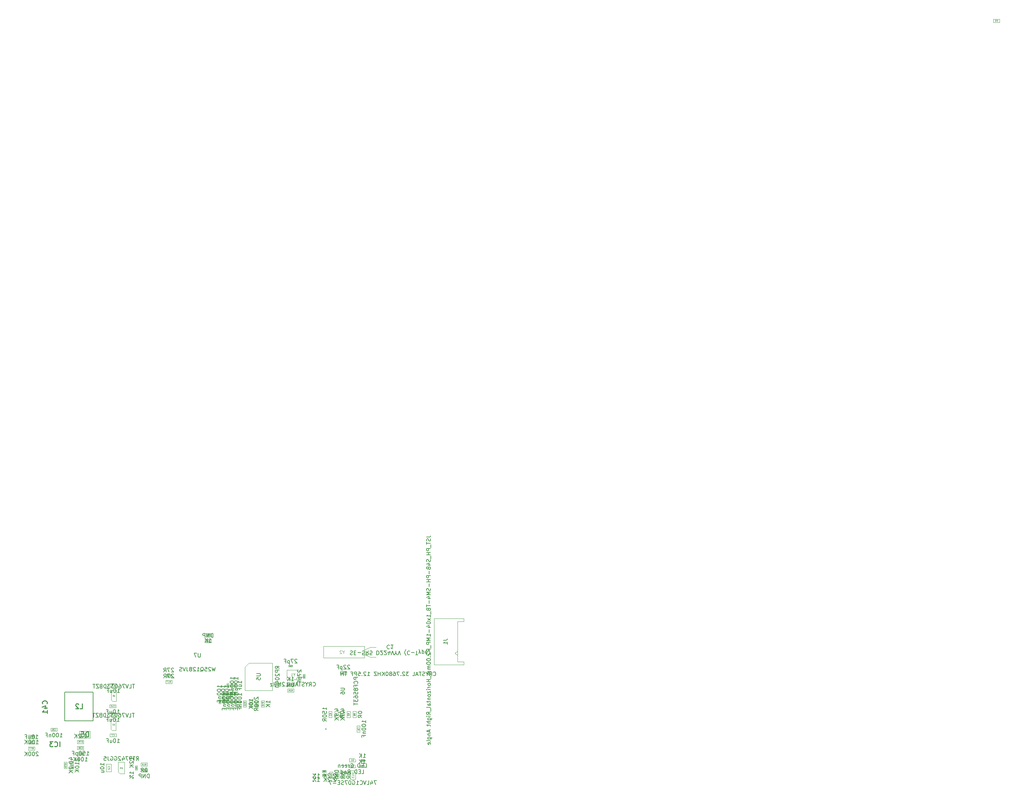
<source format=gbr>
G04 #@! TF.GenerationSoftware,KiCad,Pcbnew,8.0.0-rc1*
G04 #@! TF.CreationDate,2024-11-04T15:19:59+03:00*
G04 #@! TF.ProjectId,Movita_CM4_CT_Router_V3.1,4d6f7669-7461-45f4-934d-345f43545f52,REV1*
G04 #@! TF.SameCoordinates,Original*
G04 #@! TF.FileFunction,AssemblyDrawing,Bot*
%FSLAX46Y46*%
G04 Gerber Fmt 4.6, Leading zero omitted, Abs format (unit mm)*
G04 Created by KiCad (PCBNEW 8.0.0-rc1) date 2024-11-04 15:19:59*
%MOMM*%
%LPD*%
G01*
G04 APERTURE LIST*
%ADD10C,0.150000*%
%ADD11C,0.060000*%
%ADD12C,0.040000*%
%ADD13C,0.080000*%
%ADD14C,0.050000*%
%ADD15C,0.254000*%
%ADD16C,0.105000*%
%ADD17C,0.120000*%
%ADD18C,0.075000*%
%ADD19C,0.100000*%
%ADD20C,0.200000*%
G04 APERTURE END LIST*
D10*
X165168052Y-90289009D02*
X165739480Y-90289009D01*
X165453766Y-90289009D02*
X165453766Y-89289009D01*
X165453766Y-89289009D02*
X165549004Y-89431866D01*
X165549004Y-89431866D02*
X165644242Y-89527104D01*
X165644242Y-89527104D02*
X165739480Y-89574723D01*
X164739480Y-90289009D02*
X164739480Y-89289009D01*
X164168052Y-90289009D02*
X164596623Y-89717580D01*
X164168052Y-89289009D02*
X164739480Y-89860437D01*
D11*
X165210909Y-88586117D02*
X165344242Y-88395641D01*
X165439480Y-88586117D02*
X165439480Y-88186117D01*
X165439480Y-88186117D02*
X165287099Y-88186117D01*
X165287099Y-88186117D02*
X165249004Y-88205165D01*
X165249004Y-88205165D02*
X165229957Y-88224212D01*
X165229957Y-88224212D02*
X165210909Y-88262308D01*
X165210909Y-88262308D02*
X165210909Y-88319450D01*
X165210909Y-88319450D02*
X165229957Y-88357546D01*
X165229957Y-88357546D02*
X165249004Y-88376593D01*
X165249004Y-88376593D02*
X165287099Y-88395641D01*
X165287099Y-88395641D02*
X165439480Y-88395641D01*
X165058528Y-88224212D02*
X165039480Y-88205165D01*
X165039480Y-88205165D02*
X165001385Y-88186117D01*
X165001385Y-88186117D02*
X164906147Y-88186117D01*
X164906147Y-88186117D02*
X164868052Y-88205165D01*
X164868052Y-88205165D02*
X164849004Y-88224212D01*
X164849004Y-88224212D02*
X164829957Y-88262308D01*
X164829957Y-88262308D02*
X164829957Y-88300403D01*
X164829957Y-88300403D02*
X164849004Y-88357546D01*
X164849004Y-88357546D02*
X165077576Y-88586117D01*
X165077576Y-88586117D02*
X164829957Y-88586117D01*
X164449005Y-88586117D02*
X164677576Y-88586117D01*
X164563290Y-88586117D02*
X164563290Y-88186117D01*
X164563290Y-88186117D02*
X164601386Y-88243260D01*
X164601386Y-88243260D02*
X164639481Y-88281355D01*
X164639481Y-88281355D02*
X164677576Y-88300403D01*
D10*
X197691712Y-124082372D02*
X197644093Y-124034753D01*
X197644093Y-124034753D02*
X197548855Y-123987134D01*
X197548855Y-123987134D02*
X197310760Y-123987134D01*
X197310760Y-123987134D02*
X197215522Y-124034753D01*
X197215522Y-124034753D02*
X197167903Y-124082372D01*
X197167903Y-124082372D02*
X197120284Y-124177610D01*
X197120284Y-124177610D02*
X197120284Y-124272848D01*
X197120284Y-124272848D02*
X197167903Y-124415705D01*
X197167903Y-124415705D02*
X197739331Y-124987134D01*
X197739331Y-124987134D02*
X197120284Y-124987134D01*
X196691712Y-124891895D02*
X196644093Y-124939515D01*
X196644093Y-124939515D02*
X196691712Y-124987134D01*
X196691712Y-124987134D02*
X196739331Y-124939515D01*
X196739331Y-124939515D02*
X196691712Y-124891895D01*
X196691712Y-124891895D02*
X196691712Y-124987134D01*
X196263141Y-124082372D02*
X196215522Y-124034753D01*
X196215522Y-124034753D02*
X196120284Y-123987134D01*
X196120284Y-123987134D02*
X195882189Y-123987134D01*
X195882189Y-123987134D02*
X195786951Y-124034753D01*
X195786951Y-124034753D02*
X195739332Y-124082372D01*
X195739332Y-124082372D02*
X195691713Y-124177610D01*
X195691713Y-124177610D02*
X195691713Y-124272848D01*
X195691713Y-124272848D02*
X195739332Y-124415705D01*
X195739332Y-124415705D02*
X196310760Y-124987134D01*
X196310760Y-124987134D02*
X195691713Y-124987134D01*
X195263141Y-124987134D02*
X195263141Y-123987134D01*
X194691713Y-124987134D02*
X195120284Y-124415705D01*
X194691713Y-123987134D02*
X195263141Y-124558562D01*
X192977427Y-124987134D02*
X193548855Y-124987134D01*
X193263141Y-124987134D02*
X193263141Y-123987134D01*
X193263141Y-123987134D02*
X193358379Y-124129991D01*
X193358379Y-124129991D02*
X193453617Y-124225229D01*
X193453617Y-124225229D02*
X193548855Y-124272848D01*
X192596474Y-124987134D02*
X191834570Y-123987134D01*
X192453617Y-123987134D02*
X192358379Y-124034753D01*
X192358379Y-124034753D02*
X192310760Y-124129991D01*
X192310760Y-124129991D02*
X192358379Y-124225229D01*
X192358379Y-124225229D02*
X192453617Y-124272848D01*
X192453617Y-124272848D02*
X192548855Y-124225229D01*
X192548855Y-124225229D02*
X192596474Y-124129991D01*
X192596474Y-124129991D02*
X192548855Y-124034753D01*
X192548855Y-124034753D02*
X192453617Y-123987134D01*
X191882189Y-124939515D02*
X191834570Y-124844276D01*
X191834570Y-124844276D02*
X191882189Y-124749038D01*
X191882189Y-124749038D02*
X191977427Y-124701419D01*
X191977427Y-124701419D02*
X192072665Y-124749038D01*
X192072665Y-124749038D02*
X192120284Y-124844276D01*
X192120284Y-124844276D02*
X192072665Y-124939515D01*
X192072665Y-124939515D02*
X191977427Y-124987134D01*
X191977427Y-124987134D02*
X191882189Y-124939515D01*
D12*
X194930284Y-123480515D02*
X195016951Y-123356706D01*
X195078856Y-123480515D02*
X195078856Y-123220515D01*
X195078856Y-123220515D02*
X194979808Y-123220515D01*
X194979808Y-123220515D02*
X194955046Y-123232896D01*
X194955046Y-123232896D02*
X194942665Y-123245277D01*
X194942665Y-123245277D02*
X194930284Y-123270039D01*
X194930284Y-123270039D02*
X194930284Y-123307182D01*
X194930284Y-123307182D02*
X194942665Y-123331944D01*
X194942665Y-123331944D02*
X194955046Y-123344325D01*
X194955046Y-123344325D02*
X194979808Y-123356706D01*
X194979808Y-123356706D02*
X195078856Y-123356706D01*
X194695046Y-123220515D02*
X194818856Y-123220515D01*
X194818856Y-123220515D02*
X194831237Y-123344325D01*
X194831237Y-123344325D02*
X194818856Y-123331944D01*
X194818856Y-123331944D02*
X194794094Y-123319563D01*
X194794094Y-123319563D02*
X194732189Y-123319563D01*
X194732189Y-123319563D02*
X194707427Y-123331944D01*
X194707427Y-123331944D02*
X194695046Y-123344325D01*
X194695046Y-123344325D02*
X194682665Y-123369087D01*
X194682665Y-123369087D02*
X194682665Y-123430992D01*
X194682665Y-123430992D02*
X194695046Y-123455754D01*
X194695046Y-123455754D02*
X194707427Y-123468135D01*
X194707427Y-123468135D02*
X194732189Y-123480515D01*
X194732189Y-123480515D02*
X194794094Y-123480515D01*
X194794094Y-123480515D02*
X194818856Y-123468135D01*
X194818856Y-123468135D02*
X194831237Y-123455754D01*
X194447427Y-123220515D02*
X194571237Y-123220515D01*
X194571237Y-123220515D02*
X194583618Y-123344325D01*
X194583618Y-123344325D02*
X194571237Y-123331944D01*
X194571237Y-123331944D02*
X194546475Y-123319563D01*
X194546475Y-123319563D02*
X194484570Y-123319563D01*
X194484570Y-123319563D02*
X194459808Y-123331944D01*
X194459808Y-123331944D02*
X194447427Y-123344325D01*
X194447427Y-123344325D02*
X194435046Y-123369087D01*
X194435046Y-123369087D02*
X194435046Y-123430992D01*
X194435046Y-123430992D02*
X194447427Y-123455754D01*
X194447427Y-123455754D02*
X194459808Y-123468135D01*
X194459808Y-123468135D02*
X194484570Y-123480515D01*
X194484570Y-123480515D02*
X194546475Y-123480515D01*
X194546475Y-123480515D02*
X194571237Y-123468135D01*
X194571237Y-123468135D02*
X194583618Y-123455754D01*
D10*
X138303586Y-121841332D02*
X138303586Y-121269904D01*
X138303586Y-121555618D02*
X137303586Y-121555618D01*
X137303586Y-121555618D02*
X137446443Y-121460380D01*
X137446443Y-121460380D02*
X137541681Y-121365142D01*
X137541681Y-121365142D02*
X137589300Y-121269904D01*
X137303586Y-122460380D02*
X137303586Y-122555618D01*
X137303586Y-122555618D02*
X137351205Y-122650856D01*
X137351205Y-122650856D02*
X137398824Y-122698475D01*
X137398824Y-122698475D02*
X137494062Y-122746094D01*
X137494062Y-122746094D02*
X137684538Y-122793713D01*
X137684538Y-122793713D02*
X137922633Y-122793713D01*
X137922633Y-122793713D02*
X138113109Y-122746094D01*
X138113109Y-122746094D02*
X138208347Y-122698475D01*
X138208347Y-122698475D02*
X138255967Y-122650856D01*
X138255967Y-122650856D02*
X138303586Y-122555618D01*
X138303586Y-122555618D02*
X138303586Y-122460380D01*
X138303586Y-122460380D02*
X138255967Y-122365142D01*
X138255967Y-122365142D02*
X138208347Y-122317523D01*
X138208347Y-122317523D02*
X138113109Y-122269904D01*
X138113109Y-122269904D02*
X137922633Y-122222285D01*
X137922633Y-122222285D02*
X137684538Y-122222285D01*
X137684538Y-122222285D02*
X137494062Y-122269904D01*
X137494062Y-122269904D02*
X137398824Y-122317523D01*
X137398824Y-122317523D02*
X137351205Y-122365142D01*
X137351205Y-122365142D02*
X137303586Y-122460380D01*
X137636919Y-123650856D02*
X138303586Y-123650856D01*
X137636919Y-123222285D02*
X138160728Y-123222285D01*
X138160728Y-123222285D02*
X138255967Y-123269904D01*
X138255967Y-123269904D02*
X138303586Y-123365142D01*
X138303586Y-123365142D02*
X138303586Y-123507999D01*
X138303586Y-123507999D02*
X138255967Y-123603237D01*
X138255967Y-123603237D02*
X138208347Y-123650856D01*
D13*
X139708297Y-122400856D02*
X139732107Y-122377047D01*
X139732107Y-122377047D02*
X139755916Y-122305618D01*
X139755916Y-122305618D02*
X139755916Y-122257999D01*
X139755916Y-122257999D02*
X139732107Y-122186571D01*
X139732107Y-122186571D02*
X139684487Y-122138952D01*
X139684487Y-122138952D02*
X139636868Y-122115142D01*
X139636868Y-122115142D02*
X139541630Y-122091333D01*
X139541630Y-122091333D02*
X139470202Y-122091333D01*
X139470202Y-122091333D02*
X139374964Y-122115142D01*
X139374964Y-122115142D02*
X139327345Y-122138952D01*
X139327345Y-122138952D02*
X139279726Y-122186571D01*
X139279726Y-122186571D02*
X139255916Y-122257999D01*
X139255916Y-122257999D02*
X139255916Y-122305618D01*
X139255916Y-122305618D02*
X139279726Y-122377047D01*
X139279726Y-122377047D02*
X139303535Y-122400856D01*
X139303535Y-122591333D02*
X139279726Y-122615142D01*
X139279726Y-122615142D02*
X139255916Y-122662761D01*
X139255916Y-122662761D02*
X139255916Y-122781809D01*
X139255916Y-122781809D02*
X139279726Y-122829428D01*
X139279726Y-122829428D02*
X139303535Y-122853237D01*
X139303535Y-122853237D02*
X139351154Y-122877047D01*
X139351154Y-122877047D02*
X139398773Y-122877047D01*
X139398773Y-122877047D02*
X139470202Y-122853237D01*
X139470202Y-122853237D02*
X139755916Y-122567523D01*
X139755916Y-122567523D02*
X139755916Y-122877047D01*
D10*
X187774459Y-94714247D02*
X187726840Y-94666628D01*
X187726840Y-94666628D02*
X187631602Y-94619009D01*
X187631602Y-94619009D02*
X187393507Y-94619009D01*
X187393507Y-94619009D02*
X187298269Y-94666628D01*
X187298269Y-94666628D02*
X187250650Y-94714247D01*
X187250650Y-94714247D02*
X187203031Y-94809485D01*
X187203031Y-94809485D02*
X187203031Y-94904723D01*
X187203031Y-94904723D02*
X187250650Y-95047580D01*
X187250650Y-95047580D02*
X187822078Y-95619009D01*
X187822078Y-95619009D02*
X187203031Y-95619009D01*
X186869697Y-94619009D02*
X186203031Y-94619009D01*
X186203031Y-94619009D02*
X186631602Y-95619009D01*
X185822078Y-94952342D02*
X185822078Y-95952342D01*
X185822078Y-94999961D02*
X185726840Y-94952342D01*
X185726840Y-94952342D02*
X185536364Y-94952342D01*
X185536364Y-94952342D02*
X185441126Y-94999961D01*
X185441126Y-94999961D02*
X185393507Y-95047580D01*
X185393507Y-95047580D02*
X185345888Y-95142818D01*
X185345888Y-95142818D02*
X185345888Y-95428532D01*
X185345888Y-95428532D02*
X185393507Y-95523770D01*
X185393507Y-95523770D02*
X185441126Y-95571390D01*
X185441126Y-95571390D02*
X185536364Y-95619009D01*
X185536364Y-95619009D02*
X185726840Y-95619009D01*
X185726840Y-95619009D02*
X185822078Y-95571390D01*
X184583983Y-95095199D02*
X184917316Y-95095199D01*
X184917316Y-95619009D02*
X184917316Y-94619009D01*
X184917316Y-94619009D02*
X184441126Y-94619009D01*
D12*
X186292317Y-96413955D02*
X186304221Y-96425860D01*
X186304221Y-96425860D02*
X186339936Y-96437764D01*
X186339936Y-96437764D02*
X186363745Y-96437764D01*
X186363745Y-96437764D02*
X186399459Y-96425860D01*
X186399459Y-96425860D02*
X186423269Y-96402050D01*
X186423269Y-96402050D02*
X186435174Y-96378240D01*
X186435174Y-96378240D02*
X186447078Y-96330621D01*
X186447078Y-96330621D02*
X186447078Y-96294907D01*
X186447078Y-96294907D02*
X186435174Y-96247288D01*
X186435174Y-96247288D02*
X186423269Y-96223479D01*
X186423269Y-96223479D02*
X186399459Y-96199669D01*
X186399459Y-96199669D02*
X186363745Y-96187764D01*
X186363745Y-96187764D02*
X186339936Y-96187764D01*
X186339936Y-96187764D02*
X186304221Y-96199669D01*
X186304221Y-96199669D02*
X186292317Y-96211574D01*
X186054221Y-96437764D02*
X186197078Y-96437764D01*
X186125650Y-96437764D02*
X186125650Y-96187764D01*
X186125650Y-96187764D02*
X186149459Y-96223479D01*
X186149459Y-96223479D02*
X186173269Y-96247288D01*
X186173269Y-96247288D02*
X186197078Y-96259193D01*
X185839936Y-96271098D02*
X185839936Y-96437764D01*
X185899460Y-96175860D02*
X185958983Y-96354431D01*
X185958983Y-96354431D02*
X185804222Y-96354431D01*
D10*
X156140671Y-98524247D02*
X156093052Y-98476628D01*
X156093052Y-98476628D02*
X155997814Y-98429009D01*
X155997814Y-98429009D02*
X155759719Y-98429009D01*
X155759719Y-98429009D02*
X155664481Y-98476628D01*
X155664481Y-98476628D02*
X155616862Y-98524247D01*
X155616862Y-98524247D02*
X155569243Y-98619485D01*
X155569243Y-98619485D02*
X155569243Y-98714723D01*
X155569243Y-98714723D02*
X155616862Y-98857580D01*
X155616862Y-98857580D02*
X156188290Y-99429009D01*
X156188290Y-99429009D02*
X155569243Y-99429009D01*
X155235909Y-98429009D02*
X154569243Y-98429009D01*
X154569243Y-98429009D02*
X154997814Y-99429009D01*
X153616862Y-99429009D02*
X153950195Y-98952818D01*
X154188290Y-99429009D02*
X154188290Y-98429009D01*
X154188290Y-98429009D02*
X153807338Y-98429009D01*
X153807338Y-98429009D02*
X153712100Y-98476628D01*
X153712100Y-98476628D02*
X153664481Y-98524247D01*
X153664481Y-98524247D02*
X153616862Y-98619485D01*
X153616862Y-98619485D02*
X153616862Y-98762342D01*
X153616862Y-98762342D02*
X153664481Y-98857580D01*
X153664481Y-98857580D02*
X153712100Y-98905199D01*
X153712100Y-98905199D02*
X153807338Y-98952818D01*
X153807338Y-98952818D02*
X154188290Y-98952818D01*
D11*
X155135909Y-100586117D02*
X155269242Y-100395641D01*
X155364480Y-100586117D02*
X155364480Y-100186117D01*
X155364480Y-100186117D02*
X155212099Y-100186117D01*
X155212099Y-100186117D02*
X155174004Y-100205165D01*
X155174004Y-100205165D02*
X155154957Y-100224212D01*
X155154957Y-100224212D02*
X155135909Y-100262308D01*
X155135909Y-100262308D02*
X155135909Y-100319450D01*
X155135909Y-100319450D02*
X155154957Y-100357546D01*
X155154957Y-100357546D02*
X155174004Y-100376593D01*
X155174004Y-100376593D02*
X155212099Y-100395641D01*
X155212099Y-100395641D02*
X155364480Y-100395641D01*
X154754957Y-100586117D02*
X154983528Y-100586117D01*
X154869242Y-100586117D02*
X154869242Y-100186117D01*
X154869242Y-100186117D02*
X154907338Y-100243260D01*
X154907338Y-100243260D02*
X154945433Y-100281355D01*
X154945433Y-100281355D02*
X154983528Y-100300403D01*
X154621624Y-100186117D02*
X154354957Y-100186117D01*
X154354957Y-100186117D02*
X154526386Y-100586117D01*
D10*
X156130671Y-96974247D02*
X156083052Y-96926628D01*
X156083052Y-96926628D02*
X155987814Y-96879009D01*
X155987814Y-96879009D02*
X155749719Y-96879009D01*
X155749719Y-96879009D02*
X155654481Y-96926628D01*
X155654481Y-96926628D02*
X155606862Y-96974247D01*
X155606862Y-96974247D02*
X155559243Y-97069485D01*
X155559243Y-97069485D02*
X155559243Y-97164723D01*
X155559243Y-97164723D02*
X155606862Y-97307580D01*
X155606862Y-97307580D02*
X156178290Y-97879009D01*
X156178290Y-97879009D02*
X155559243Y-97879009D01*
X155225909Y-96879009D02*
X154559243Y-96879009D01*
X154559243Y-96879009D02*
X154987814Y-97879009D01*
X153606862Y-97879009D02*
X153940195Y-97402818D01*
X154178290Y-97879009D02*
X154178290Y-96879009D01*
X154178290Y-96879009D02*
X153797338Y-96879009D01*
X153797338Y-96879009D02*
X153702100Y-96926628D01*
X153702100Y-96926628D02*
X153654481Y-96974247D01*
X153654481Y-96974247D02*
X153606862Y-97069485D01*
X153606862Y-97069485D02*
X153606862Y-97212342D01*
X153606862Y-97212342D02*
X153654481Y-97307580D01*
X153654481Y-97307580D02*
X153702100Y-97355199D01*
X153702100Y-97355199D02*
X153797338Y-97402818D01*
X153797338Y-97402818D02*
X154178290Y-97402818D01*
D11*
X155125909Y-99036117D02*
X155259242Y-98845641D01*
X155354480Y-99036117D02*
X155354480Y-98636117D01*
X155354480Y-98636117D02*
X155202099Y-98636117D01*
X155202099Y-98636117D02*
X155164004Y-98655165D01*
X155164004Y-98655165D02*
X155144957Y-98674212D01*
X155144957Y-98674212D02*
X155125909Y-98712308D01*
X155125909Y-98712308D02*
X155125909Y-98769450D01*
X155125909Y-98769450D02*
X155144957Y-98807546D01*
X155144957Y-98807546D02*
X155164004Y-98826593D01*
X155164004Y-98826593D02*
X155202099Y-98845641D01*
X155202099Y-98845641D02*
X155354480Y-98845641D01*
X154744957Y-99036117D02*
X154973528Y-99036117D01*
X154859242Y-99036117D02*
X154859242Y-98636117D01*
X154859242Y-98636117D02*
X154897338Y-98693260D01*
X154897338Y-98693260D02*
X154935433Y-98731355D01*
X154935433Y-98731355D02*
X154973528Y-98750403D01*
X154402100Y-98636117D02*
X154478290Y-98636117D01*
X154478290Y-98636117D02*
X154516386Y-98655165D01*
X154516386Y-98655165D02*
X154535433Y-98674212D01*
X154535433Y-98674212D02*
X154573528Y-98731355D01*
X154573528Y-98731355D02*
X154592576Y-98807546D01*
X154592576Y-98807546D02*
X154592576Y-98959927D01*
X154592576Y-98959927D02*
X154573528Y-98998022D01*
X154573528Y-98998022D02*
X154554481Y-99017070D01*
X154554481Y-99017070D02*
X154516386Y-99036117D01*
X154516386Y-99036117D02*
X154440195Y-99036117D01*
X154440195Y-99036117D02*
X154402100Y-99017070D01*
X154402100Y-99017070D02*
X154383052Y-98998022D01*
X154383052Y-98998022D02*
X154364005Y-98959927D01*
X154364005Y-98959927D02*
X154364005Y-98864689D01*
X154364005Y-98864689D02*
X154383052Y-98826593D01*
X154383052Y-98826593D02*
X154402100Y-98807546D01*
X154402100Y-98807546D02*
X154440195Y-98788498D01*
X154440195Y-98788498D02*
X154516386Y-98788498D01*
X154516386Y-98788498D02*
X154554481Y-98807546D01*
X154554481Y-98807546D02*
X154573528Y-98826593D01*
X154573528Y-98826593D02*
X154592576Y-98864689D01*
D10*
X141602695Y-110601509D02*
X142174123Y-110601509D01*
X141888409Y-110601509D02*
X141888409Y-109601509D01*
X141888409Y-109601509D02*
X141983647Y-109744366D01*
X141983647Y-109744366D02*
X142078885Y-109839604D01*
X142078885Y-109839604D02*
X142174123Y-109887223D01*
X140983647Y-109601509D02*
X140888409Y-109601509D01*
X140888409Y-109601509D02*
X140793171Y-109649128D01*
X140793171Y-109649128D02*
X140745552Y-109696747D01*
X140745552Y-109696747D02*
X140697933Y-109791985D01*
X140697933Y-109791985D02*
X140650314Y-109982461D01*
X140650314Y-109982461D02*
X140650314Y-110220556D01*
X140650314Y-110220556D02*
X140697933Y-110411032D01*
X140697933Y-110411032D02*
X140745552Y-110506270D01*
X140745552Y-110506270D02*
X140793171Y-110553890D01*
X140793171Y-110553890D02*
X140888409Y-110601509D01*
X140888409Y-110601509D02*
X140983647Y-110601509D01*
X140983647Y-110601509D02*
X141078885Y-110553890D01*
X141078885Y-110553890D02*
X141126504Y-110506270D01*
X141126504Y-110506270D02*
X141174123Y-110411032D01*
X141174123Y-110411032D02*
X141221742Y-110220556D01*
X141221742Y-110220556D02*
X141221742Y-109982461D01*
X141221742Y-109982461D02*
X141174123Y-109791985D01*
X141174123Y-109791985D02*
X141126504Y-109696747D01*
X141126504Y-109696747D02*
X141078885Y-109649128D01*
X141078885Y-109649128D02*
X140983647Y-109601509D01*
X139793171Y-109934842D02*
X139793171Y-110601509D01*
X140221742Y-109934842D02*
X140221742Y-110458651D01*
X140221742Y-110458651D02*
X140174123Y-110553890D01*
X140174123Y-110553890D02*
X140078885Y-110601509D01*
X140078885Y-110601509D02*
X139936028Y-110601509D01*
X139936028Y-110601509D02*
X139840790Y-110553890D01*
X139840790Y-110553890D02*
X139793171Y-110506270D01*
X138983647Y-110077699D02*
X139316980Y-110077699D01*
X139316980Y-110601509D02*
X139316980Y-109601509D01*
X139316980Y-109601509D02*
X138840790Y-109601509D01*
D11*
X140597933Y-108860522D02*
X140616981Y-108879570D01*
X140616981Y-108879570D02*
X140674123Y-108898617D01*
X140674123Y-108898617D02*
X140712219Y-108898617D01*
X140712219Y-108898617D02*
X140769362Y-108879570D01*
X140769362Y-108879570D02*
X140807457Y-108841474D01*
X140807457Y-108841474D02*
X140826504Y-108803379D01*
X140826504Y-108803379D02*
X140845552Y-108727189D01*
X140845552Y-108727189D02*
X140845552Y-108670046D01*
X140845552Y-108670046D02*
X140826504Y-108593855D01*
X140826504Y-108593855D02*
X140807457Y-108555760D01*
X140807457Y-108555760D02*
X140769362Y-108517665D01*
X140769362Y-108517665D02*
X140712219Y-108498617D01*
X140712219Y-108498617D02*
X140674123Y-108498617D01*
X140674123Y-108498617D02*
X140616981Y-108517665D01*
X140616981Y-108517665D02*
X140597933Y-108536712D01*
X140369362Y-108670046D02*
X140407457Y-108650998D01*
X140407457Y-108650998D02*
X140426504Y-108631950D01*
X140426504Y-108631950D02*
X140445552Y-108593855D01*
X140445552Y-108593855D02*
X140445552Y-108574808D01*
X140445552Y-108574808D02*
X140426504Y-108536712D01*
X140426504Y-108536712D02*
X140407457Y-108517665D01*
X140407457Y-108517665D02*
X140369362Y-108498617D01*
X140369362Y-108498617D02*
X140293171Y-108498617D01*
X140293171Y-108498617D02*
X140255076Y-108517665D01*
X140255076Y-108517665D02*
X140236028Y-108536712D01*
X140236028Y-108536712D02*
X140216981Y-108574808D01*
X140216981Y-108574808D02*
X140216981Y-108593855D01*
X140216981Y-108593855D02*
X140236028Y-108631950D01*
X140236028Y-108631950D02*
X140255076Y-108650998D01*
X140255076Y-108650998D02*
X140293171Y-108670046D01*
X140293171Y-108670046D02*
X140369362Y-108670046D01*
X140369362Y-108670046D02*
X140407457Y-108689093D01*
X140407457Y-108689093D02*
X140426504Y-108708141D01*
X140426504Y-108708141D02*
X140445552Y-108746236D01*
X140445552Y-108746236D02*
X140445552Y-108822427D01*
X140445552Y-108822427D02*
X140426504Y-108860522D01*
X140426504Y-108860522D02*
X140407457Y-108879570D01*
X140407457Y-108879570D02*
X140369362Y-108898617D01*
X140369362Y-108898617D02*
X140293171Y-108898617D01*
X140293171Y-108898617D02*
X140255076Y-108879570D01*
X140255076Y-108879570D02*
X140236028Y-108860522D01*
X140236028Y-108860522D02*
X140216981Y-108822427D01*
X140216981Y-108822427D02*
X140216981Y-108746236D01*
X140216981Y-108746236D02*
X140236028Y-108708141D01*
X140236028Y-108708141D02*
X140255076Y-108689093D01*
X140255076Y-108689093D02*
X140293171Y-108670046D01*
D10*
X205136624Y-122369009D02*
X205612814Y-122369009D01*
X205612814Y-122369009D02*
X205612814Y-121369009D01*
X204803290Y-121845199D02*
X204469957Y-121845199D01*
X204327100Y-122369009D02*
X204803290Y-122369009D01*
X204803290Y-122369009D02*
X204803290Y-121369009D01*
X204803290Y-121369009D02*
X204327100Y-121369009D01*
X203898528Y-122369009D02*
X203898528Y-121369009D01*
X203898528Y-121369009D02*
X203660433Y-121369009D01*
X203660433Y-121369009D02*
X203517576Y-121416628D01*
X203517576Y-121416628D02*
X203422338Y-121511866D01*
X203422338Y-121511866D02*
X203374719Y-121607104D01*
X203374719Y-121607104D02*
X203327100Y-121797580D01*
X203327100Y-121797580D02*
X203327100Y-121940437D01*
X203327100Y-121940437D02*
X203374719Y-122130913D01*
X203374719Y-122130913D02*
X203422338Y-122226151D01*
X203422338Y-122226151D02*
X203517576Y-122321390D01*
X203517576Y-122321390D02*
X203660433Y-122369009D01*
X203660433Y-122369009D02*
X203898528Y-122369009D01*
X201612814Y-121416628D02*
X201708052Y-121369009D01*
X201708052Y-121369009D02*
X201850909Y-121369009D01*
X201850909Y-121369009D02*
X201993766Y-121416628D01*
X201993766Y-121416628D02*
X202089004Y-121511866D01*
X202089004Y-121511866D02*
X202136623Y-121607104D01*
X202136623Y-121607104D02*
X202184242Y-121797580D01*
X202184242Y-121797580D02*
X202184242Y-121940437D01*
X202184242Y-121940437D02*
X202136623Y-122130913D01*
X202136623Y-122130913D02*
X202089004Y-122226151D01*
X202089004Y-122226151D02*
X201993766Y-122321390D01*
X201993766Y-122321390D02*
X201850909Y-122369009D01*
X201850909Y-122369009D02*
X201755671Y-122369009D01*
X201755671Y-122369009D02*
X201612814Y-122321390D01*
X201612814Y-122321390D02*
X201565195Y-122273770D01*
X201565195Y-122273770D02*
X201565195Y-121940437D01*
X201565195Y-121940437D02*
X201755671Y-121940437D01*
X201136623Y-122369009D02*
X201136623Y-121702342D01*
X201136623Y-121892818D02*
X201089004Y-121797580D01*
X201089004Y-121797580D02*
X201041385Y-121749961D01*
X201041385Y-121749961D02*
X200946147Y-121702342D01*
X200946147Y-121702342D02*
X200850909Y-121702342D01*
X200136623Y-122321390D02*
X200231861Y-122369009D01*
X200231861Y-122369009D02*
X200422337Y-122369009D01*
X200422337Y-122369009D02*
X200517575Y-122321390D01*
X200517575Y-122321390D02*
X200565194Y-122226151D01*
X200565194Y-122226151D02*
X200565194Y-121845199D01*
X200565194Y-121845199D02*
X200517575Y-121749961D01*
X200517575Y-121749961D02*
X200422337Y-121702342D01*
X200422337Y-121702342D02*
X200231861Y-121702342D01*
X200231861Y-121702342D02*
X200136623Y-121749961D01*
X200136623Y-121749961D02*
X200089004Y-121845199D01*
X200089004Y-121845199D02*
X200089004Y-121940437D01*
X200089004Y-121940437D02*
X200565194Y-122035675D01*
X199279480Y-122321390D02*
X199374718Y-122369009D01*
X199374718Y-122369009D02*
X199565194Y-122369009D01*
X199565194Y-122369009D02*
X199660432Y-122321390D01*
X199660432Y-122321390D02*
X199708051Y-122226151D01*
X199708051Y-122226151D02*
X199708051Y-121845199D01*
X199708051Y-121845199D02*
X199660432Y-121749961D01*
X199660432Y-121749961D02*
X199565194Y-121702342D01*
X199565194Y-121702342D02*
X199374718Y-121702342D01*
X199374718Y-121702342D02*
X199279480Y-121749961D01*
X199279480Y-121749961D02*
X199231861Y-121845199D01*
X199231861Y-121845199D02*
X199231861Y-121940437D01*
X199231861Y-121940437D02*
X199708051Y-122035675D01*
X198803289Y-121702342D02*
X198803289Y-122369009D01*
X198803289Y-121797580D02*
X198755670Y-121749961D01*
X198755670Y-121749961D02*
X198660432Y-121702342D01*
X198660432Y-121702342D02*
X198517575Y-121702342D01*
X198517575Y-121702342D02*
X198422337Y-121749961D01*
X198422337Y-121749961D02*
X198374718Y-121845199D01*
X198374718Y-121845199D02*
X198374718Y-122369009D01*
D11*
X202289004Y-120666117D02*
X202289004Y-120266117D01*
X202289004Y-120266117D02*
X202193766Y-120266117D01*
X202193766Y-120266117D02*
X202136623Y-120285165D01*
X202136623Y-120285165D02*
X202098528Y-120323260D01*
X202098528Y-120323260D02*
X202079481Y-120361355D01*
X202079481Y-120361355D02*
X202060433Y-120437546D01*
X202060433Y-120437546D02*
X202060433Y-120494689D01*
X202060433Y-120494689D02*
X202079481Y-120570879D01*
X202079481Y-120570879D02*
X202098528Y-120608974D01*
X202098528Y-120608974D02*
X202136623Y-120647070D01*
X202136623Y-120647070D02*
X202193766Y-120666117D01*
X202193766Y-120666117D02*
X202289004Y-120666117D01*
X201679481Y-120666117D02*
X201908052Y-120666117D01*
X201793766Y-120666117D02*
X201793766Y-120266117D01*
X201793766Y-120266117D02*
X201831862Y-120323260D01*
X201831862Y-120323260D02*
X201869957Y-120361355D01*
X201869957Y-120361355D02*
X201908052Y-120380403D01*
D10*
X176896660Y-104328595D02*
X176849041Y-104376214D01*
X176849041Y-104376214D02*
X176801422Y-104471452D01*
X176801422Y-104471452D02*
X176801422Y-104709547D01*
X176801422Y-104709547D02*
X176849041Y-104804785D01*
X176849041Y-104804785D02*
X176896660Y-104852404D01*
X176896660Y-104852404D02*
X176991898Y-104900023D01*
X176991898Y-104900023D02*
X177087136Y-104900023D01*
X177087136Y-104900023D02*
X177229993Y-104852404D01*
X177229993Y-104852404D02*
X177801422Y-104280976D01*
X177801422Y-104280976D02*
X177801422Y-104900023D01*
X176801422Y-105519071D02*
X176801422Y-105614309D01*
X176801422Y-105614309D02*
X176849041Y-105709547D01*
X176849041Y-105709547D02*
X176896660Y-105757166D01*
X176896660Y-105757166D02*
X176991898Y-105804785D01*
X176991898Y-105804785D02*
X177182374Y-105852404D01*
X177182374Y-105852404D02*
X177420469Y-105852404D01*
X177420469Y-105852404D02*
X177610945Y-105804785D01*
X177610945Y-105804785D02*
X177706183Y-105757166D01*
X177706183Y-105757166D02*
X177753803Y-105709547D01*
X177753803Y-105709547D02*
X177801422Y-105614309D01*
X177801422Y-105614309D02*
X177801422Y-105519071D01*
X177801422Y-105519071D02*
X177753803Y-105423833D01*
X177753803Y-105423833D02*
X177706183Y-105376214D01*
X177706183Y-105376214D02*
X177610945Y-105328595D01*
X177610945Y-105328595D02*
X177420469Y-105280976D01*
X177420469Y-105280976D02*
X177182374Y-105280976D01*
X177182374Y-105280976D02*
X176991898Y-105328595D01*
X176991898Y-105328595D02*
X176896660Y-105376214D01*
X176896660Y-105376214D02*
X176849041Y-105423833D01*
X176849041Y-105423833D02*
X176801422Y-105519071D01*
X176801422Y-106471452D02*
X176801422Y-106566690D01*
X176801422Y-106566690D02*
X176849041Y-106661928D01*
X176849041Y-106661928D02*
X176896660Y-106709547D01*
X176896660Y-106709547D02*
X176991898Y-106757166D01*
X176991898Y-106757166D02*
X177182374Y-106804785D01*
X177182374Y-106804785D02*
X177420469Y-106804785D01*
X177420469Y-106804785D02*
X177610945Y-106757166D01*
X177610945Y-106757166D02*
X177706183Y-106709547D01*
X177706183Y-106709547D02*
X177753803Y-106661928D01*
X177753803Y-106661928D02*
X177801422Y-106566690D01*
X177801422Y-106566690D02*
X177801422Y-106471452D01*
X177801422Y-106471452D02*
X177753803Y-106376214D01*
X177753803Y-106376214D02*
X177706183Y-106328595D01*
X177706183Y-106328595D02*
X177610945Y-106280976D01*
X177610945Y-106280976D02*
X177420469Y-106233357D01*
X177420469Y-106233357D02*
X177182374Y-106233357D01*
X177182374Y-106233357D02*
X176991898Y-106280976D01*
X176991898Y-106280976D02*
X176896660Y-106328595D01*
X176896660Y-106328595D02*
X176849041Y-106376214D01*
X176849041Y-106376214D02*
X176801422Y-106471452D01*
X177801422Y-107804785D02*
X177325231Y-107471452D01*
X177801422Y-107233357D02*
X176801422Y-107233357D01*
X176801422Y-107233357D02*
X176801422Y-107614309D01*
X176801422Y-107614309D02*
X176849041Y-107709547D01*
X176849041Y-107709547D02*
X176896660Y-107757166D01*
X176896660Y-107757166D02*
X176991898Y-107804785D01*
X176991898Y-107804785D02*
X177134755Y-107804785D01*
X177134755Y-107804785D02*
X177229993Y-107757166D01*
X177229993Y-107757166D02*
X177277612Y-107709547D01*
X177277612Y-107709547D02*
X177325231Y-107614309D01*
X177325231Y-107614309D02*
X177325231Y-107233357D01*
D11*
X176098530Y-105809547D02*
X175908054Y-105676214D01*
X176098530Y-105580976D02*
X175698530Y-105580976D01*
X175698530Y-105580976D02*
X175698530Y-105733357D01*
X175698530Y-105733357D02*
X175717578Y-105771452D01*
X175717578Y-105771452D02*
X175736625Y-105790499D01*
X175736625Y-105790499D02*
X175774721Y-105809547D01*
X175774721Y-105809547D02*
X175831863Y-105809547D01*
X175831863Y-105809547D02*
X175869959Y-105790499D01*
X175869959Y-105790499D02*
X175889006Y-105771452D01*
X175889006Y-105771452D02*
X175908054Y-105733357D01*
X175908054Y-105733357D02*
X175908054Y-105580976D01*
X176098530Y-106190499D02*
X176098530Y-105961928D01*
X176098530Y-106076214D02*
X175698530Y-106076214D01*
X175698530Y-106076214D02*
X175755673Y-106038118D01*
X175755673Y-106038118D02*
X175793768Y-106000023D01*
X175793768Y-106000023D02*
X175812816Y-105961928D01*
X175831863Y-106533356D02*
X176098530Y-106533356D01*
X175679483Y-106438118D02*
X175965197Y-106342880D01*
X175965197Y-106342880D02*
X175965197Y-106590499D01*
D10*
X200547961Y-123834696D02*
X200547961Y-123929934D01*
X200547961Y-123929934D02*
X200595580Y-124025172D01*
X200595580Y-124025172D02*
X200643199Y-124072791D01*
X200643199Y-124072791D02*
X200738437Y-124120410D01*
X200738437Y-124120410D02*
X200928913Y-124168029D01*
X200928913Y-124168029D02*
X201167008Y-124168029D01*
X201167008Y-124168029D02*
X201357484Y-124120410D01*
X201357484Y-124120410D02*
X201452722Y-124072791D01*
X201452722Y-124072791D02*
X201500342Y-124025172D01*
X201500342Y-124025172D02*
X201547961Y-123929934D01*
X201547961Y-123929934D02*
X201547961Y-123834696D01*
X201547961Y-123834696D02*
X201500342Y-123739458D01*
X201500342Y-123739458D02*
X201452722Y-123691839D01*
X201452722Y-123691839D02*
X201357484Y-123644220D01*
X201357484Y-123644220D02*
X201167008Y-123596601D01*
X201167008Y-123596601D02*
X200928913Y-123596601D01*
X200928913Y-123596601D02*
X200738437Y-123644220D01*
X200738437Y-123644220D02*
X200643199Y-123691839D01*
X200643199Y-123691839D02*
X200595580Y-123739458D01*
X200595580Y-123739458D02*
X200547961Y-123834696D01*
X201547961Y-125168029D02*
X201071770Y-124834696D01*
X201547961Y-124596601D02*
X200547961Y-124596601D01*
X200547961Y-124596601D02*
X200547961Y-124977553D01*
X200547961Y-124977553D02*
X200595580Y-125072791D01*
X200595580Y-125072791D02*
X200643199Y-125120410D01*
X200643199Y-125120410D02*
X200738437Y-125168029D01*
X200738437Y-125168029D02*
X200881294Y-125168029D01*
X200881294Y-125168029D02*
X200976532Y-125120410D01*
X200976532Y-125120410D02*
X201024151Y-125072791D01*
X201024151Y-125072791D02*
X201071770Y-124977553D01*
X201071770Y-124977553D02*
X201071770Y-124596601D01*
D11*
X199845069Y-124315648D02*
X199654593Y-124182315D01*
X199845069Y-124087077D02*
X199445069Y-124087077D01*
X199445069Y-124087077D02*
X199445069Y-124239458D01*
X199445069Y-124239458D02*
X199464117Y-124277553D01*
X199464117Y-124277553D02*
X199483164Y-124296600D01*
X199483164Y-124296600D02*
X199521260Y-124315648D01*
X199521260Y-124315648D02*
X199578402Y-124315648D01*
X199578402Y-124315648D02*
X199616498Y-124296600D01*
X199616498Y-124296600D02*
X199635545Y-124277553D01*
X199635545Y-124277553D02*
X199654593Y-124239458D01*
X199654593Y-124239458D02*
X199654593Y-124087077D01*
X199845069Y-124696600D02*
X199845069Y-124468029D01*
X199845069Y-124582315D02*
X199445069Y-124582315D01*
X199445069Y-124582315D02*
X199502212Y-124544219D01*
X199502212Y-124544219D02*
X199540307Y-124506124D01*
X199540307Y-124506124D02*
X199559355Y-124468029D01*
D10*
X169608586Y-103941570D02*
X169608586Y-103370142D01*
X169608586Y-103655856D02*
X168608586Y-103655856D01*
X168608586Y-103655856D02*
X168751443Y-103560618D01*
X168751443Y-103560618D02*
X168846681Y-103465380D01*
X168846681Y-103465380D02*
X168894300Y-103370142D01*
X168608586Y-104560618D02*
X168608586Y-104655856D01*
X168608586Y-104655856D02*
X168656205Y-104751094D01*
X168656205Y-104751094D02*
X168703824Y-104798713D01*
X168703824Y-104798713D02*
X168799062Y-104846332D01*
X168799062Y-104846332D02*
X168989538Y-104893951D01*
X168989538Y-104893951D02*
X169227633Y-104893951D01*
X169227633Y-104893951D02*
X169418109Y-104846332D01*
X169418109Y-104846332D02*
X169513347Y-104798713D01*
X169513347Y-104798713D02*
X169560967Y-104751094D01*
X169560967Y-104751094D02*
X169608586Y-104655856D01*
X169608586Y-104655856D02*
X169608586Y-104560618D01*
X169608586Y-104560618D02*
X169560967Y-104465380D01*
X169560967Y-104465380D02*
X169513347Y-104417761D01*
X169513347Y-104417761D02*
X169418109Y-104370142D01*
X169418109Y-104370142D02*
X169227633Y-104322523D01*
X169227633Y-104322523D02*
X168989538Y-104322523D01*
X168989538Y-104322523D02*
X168799062Y-104370142D01*
X168799062Y-104370142D02*
X168703824Y-104417761D01*
X168703824Y-104417761D02*
X168656205Y-104465380D01*
X168656205Y-104465380D02*
X168608586Y-104560618D01*
X168608586Y-105512999D02*
X168608586Y-105608237D01*
X168608586Y-105608237D02*
X168656205Y-105703475D01*
X168656205Y-105703475D02*
X168703824Y-105751094D01*
X168703824Y-105751094D02*
X168799062Y-105798713D01*
X168799062Y-105798713D02*
X168989538Y-105846332D01*
X168989538Y-105846332D02*
X169227633Y-105846332D01*
X169227633Y-105846332D02*
X169418109Y-105798713D01*
X169418109Y-105798713D02*
X169513347Y-105751094D01*
X169513347Y-105751094D02*
X169560967Y-105703475D01*
X169560967Y-105703475D02*
X169608586Y-105608237D01*
X169608586Y-105608237D02*
X169608586Y-105512999D01*
X169608586Y-105512999D02*
X169560967Y-105417761D01*
X169560967Y-105417761D02*
X169513347Y-105370142D01*
X169513347Y-105370142D02*
X169418109Y-105322523D01*
X169418109Y-105322523D02*
X169227633Y-105274904D01*
X169227633Y-105274904D02*
X168989538Y-105274904D01*
X168989538Y-105274904D02*
X168799062Y-105322523D01*
X168799062Y-105322523D02*
X168703824Y-105370142D01*
X168703824Y-105370142D02*
X168656205Y-105417761D01*
X168656205Y-105417761D02*
X168608586Y-105512999D01*
X168941919Y-106274904D02*
X169608586Y-106274904D01*
X169037157Y-106274904D02*
X168989538Y-106322523D01*
X168989538Y-106322523D02*
X168941919Y-106417761D01*
X168941919Y-106417761D02*
X168941919Y-106560618D01*
X168941919Y-106560618D02*
X168989538Y-106655856D01*
X168989538Y-106655856D02*
X169084776Y-106703475D01*
X169084776Y-106703475D02*
X169608586Y-106703475D01*
X169084776Y-107512999D02*
X169084776Y-107179666D01*
X169608586Y-107179666D02*
X168608586Y-107179666D01*
X168608586Y-107179666D02*
X168608586Y-107655856D01*
D12*
X168083532Y-105328475D02*
X168095437Y-105316571D01*
X168095437Y-105316571D02*
X168107341Y-105280856D01*
X168107341Y-105280856D02*
X168107341Y-105257047D01*
X168107341Y-105257047D02*
X168095437Y-105221333D01*
X168095437Y-105221333D02*
X168071627Y-105197523D01*
X168071627Y-105197523D02*
X168047817Y-105185618D01*
X168047817Y-105185618D02*
X168000198Y-105173714D01*
X168000198Y-105173714D02*
X167964484Y-105173714D01*
X167964484Y-105173714D02*
X167916865Y-105185618D01*
X167916865Y-105185618D02*
X167893056Y-105197523D01*
X167893056Y-105197523D02*
X167869246Y-105221333D01*
X167869246Y-105221333D02*
X167857341Y-105257047D01*
X167857341Y-105257047D02*
X167857341Y-105280856D01*
X167857341Y-105280856D02*
X167869246Y-105316571D01*
X167869246Y-105316571D02*
X167881151Y-105328475D01*
X167881151Y-105423714D02*
X167869246Y-105435618D01*
X167869246Y-105435618D02*
X167857341Y-105459428D01*
X167857341Y-105459428D02*
X167857341Y-105518952D01*
X167857341Y-105518952D02*
X167869246Y-105542761D01*
X167869246Y-105542761D02*
X167881151Y-105554666D01*
X167881151Y-105554666D02*
X167904960Y-105566571D01*
X167904960Y-105566571D02*
X167928770Y-105566571D01*
X167928770Y-105566571D02*
X167964484Y-105554666D01*
X167964484Y-105554666D02*
X168107341Y-105411809D01*
X168107341Y-105411809D02*
X168107341Y-105566571D01*
X167940675Y-105780856D02*
X168107341Y-105780856D01*
X167845437Y-105721332D02*
X168024008Y-105661809D01*
X168024008Y-105661809D02*
X168024008Y-105816570D01*
D10*
X146073409Y-108449009D02*
X145501981Y-108449009D01*
X145787695Y-109449009D02*
X145787695Y-108449009D01*
X144692457Y-109449009D02*
X145168647Y-109449009D01*
X145168647Y-109449009D02*
X145168647Y-108449009D01*
X144501980Y-108449009D02*
X144168647Y-109449009D01*
X144168647Y-109449009D02*
X143835314Y-108449009D01*
X143597218Y-108449009D02*
X142930552Y-108449009D01*
X142930552Y-108449009D02*
X143359123Y-109449009D01*
X142121028Y-108449009D02*
X142311504Y-108449009D01*
X142311504Y-108449009D02*
X142406742Y-108496628D01*
X142406742Y-108496628D02*
X142454361Y-108544247D01*
X142454361Y-108544247D02*
X142549599Y-108687104D01*
X142549599Y-108687104D02*
X142597218Y-108877580D01*
X142597218Y-108877580D02*
X142597218Y-109258532D01*
X142597218Y-109258532D02*
X142549599Y-109353770D01*
X142549599Y-109353770D02*
X142501980Y-109401390D01*
X142501980Y-109401390D02*
X142406742Y-109449009D01*
X142406742Y-109449009D02*
X142216266Y-109449009D01*
X142216266Y-109449009D02*
X142121028Y-109401390D01*
X142121028Y-109401390D02*
X142073409Y-109353770D01*
X142073409Y-109353770D02*
X142025790Y-109258532D01*
X142025790Y-109258532D02*
X142025790Y-109020437D01*
X142025790Y-109020437D02*
X142073409Y-108925199D01*
X142073409Y-108925199D02*
X142121028Y-108877580D01*
X142121028Y-108877580D02*
X142216266Y-108829961D01*
X142216266Y-108829961D02*
X142406742Y-108829961D01*
X142406742Y-108829961D02*
X142501980Y-108877580D01*
X142501980Y-108877580D02*
X142549599Y-108925199D01*
X142549599Y-108925199D02*
X142597218Y-109020437D01*
X141406742Y-108449009D02*
X141311504Y-108449009D01*
X141311504Y-108449009D02*
X141216266Y-108496628D01*
X141216266Y-108496628D02*
X141168647Y-108544247D01*
X141168647Y-108544247D02*
X141121028Y-108639485D01*
X141121028Y-108639485D02*
X141073409Y-108829961D01*
X141073409Y-108829961D02*
X141073409Y-109068056D01*
X141073409Y-109068056D02*
X141121028Y-109258532D01*
X141121028Y-109258532D02*
X141168647Y-109353770D01*
X141168647Y-109353770D02*
X141216266Y-109401390D01*
X141216266Y-109401390D02*
X141311504Y-109449009D01*
X141311504Y-109449009D02*
X141406742Y-109449009D01*
X141406742Y-109449009D02*
X141501980Y-109401390D01*
X141501980Y-109401390D02*
X141549599Y-109353770D01*
X141549599Y-109353770D02*
X141597218Y-109258532D01*
X141597218Y-109258532D02*
X141644837Y-109068056D01*
X141644837Y-109068056D02*
X141644837Y-108829961D01*
X141644837Y-108829961D02*
X141597218Y-108639485D01*
X141597218Y-108639485D02*
X141549599Y-108544247D01*
X141549599Y-108544247D02*
X141501980Y-108496628D01*
X141501980Y-108496628D02*
X141406742Y-108449009D01*
X140740075Y-108449009D02*
X140121028Y-108449009D01*
X140121028Y-108449009D02*
X140454361Y-108829961D01*
X140454361Y-108829961D02*
X140311504Y-108829961D01*
X140311504Y-108829961D02*
X140216266Y-108877580D01*
X140216266Y-108877580D02*
X140168647Y-108925199D01*
X140168647Y-108925199D02*
X140121028Y-109020437D01*
X140121028Y-109020437D02*
X140121028Y-109258532D01*
X140121028Y-109258532D02*
X140168647Y-109353770D01*
X140168647Y-109353770D02*
X140216266Y-109401390D01*
X140216266Y-109401390D02*
X140311504Y-109449009D01*
X140311504Y-109449009D02*
X140597218Y-109449009D01*
X140597218Y-109449009D02*
X140692456Y-109401390D01*
X140692456Y-109401390D02*
X140740075Y-109353770D01*
X139787694Y-108449009D02*
X139168647Y-108449009D01*
X139168647Y-108449009D02*
X139501980Y-108829961D01*
X139501980Y-108829961D02*
X139359123Y-108829961D01*
X139359123Y-108829961D02*
X139263885Y-108877580D01*
X139263885Y-108877580D02*
X139216266Y-108925199D01*
X139216266Y-108925199D02*
X139168647Y-109020437D01*
X139168647Y-109020437D02*
X139168647Y-109258532D01*
X139168647Y-109258532D02*
X139216266Y-109353770D01*
X139216266Y-109353770D02*
X139263885Y-109401390D01*
X139263885Y-109401390D02*
X139359123Y-109449009D01*
X139359123Y-109449009D02*
X139644837Y-109449009D01*
X139644837Y-109449009D02*
X139740075Y-109401390D01*
X139740075Y-109401390D02*
X139787694Y-109353770D01*
X138740075Y-109449009D02*
X138740075Y-108449009D01*
X138740075Y-108449009D02*
X138501980Y-108449009D01*
X138501980Y-108449009D02*
X138359123Y-108496628D01*
X138359123Y-108496628D02*
X138263885Y-108591866D01*
X138263885Y-108591866D02*
X138216266Y-108687104D01*
X138216266Y-108687104D02*
X138168647Y-108877580D01*
X138168647Y-108877580D02*
X138168647Y-109020437D01*
X138168647Y-109020437D02*
X138216266Y-109210913D01*
X138216266Y-109210913D02*
X138263885Y-109306151D01*
X138263885Y-109306151D02*
X138359123Y-109401390D01*
X138359123Y-109401390D02*
X138501980Y-109449009D01*
X138501980Y-109449009D02*
X138740075Y-109449009D01*
X137406742Y-108925199D02*
X137263885Y-108972818D01*
X137263885Y-108972818D02*
X137216266Y-109020437D01*
X137216266Y-109020437D02*
X137168647Y-109115675D01*
X137168647Y-109115675D02*
X137168647Y-109258532D01*
X137168647Y-109258532D02*
X137216266Y-109353770D01*
X137216266Y-109353770D02*
X137263885Y-109401390D01*
X137263885Y-109401390D02*
X137359123Y-109449009D01*
X137359123Y-109449009D02*
X137740075Y-109449009D01*
X137740075Y-109449009D02*
X137740075Y-108449009D01*
X137740075Y-108449009D02*
X137406742Y-108449009D01*
X137406742Y-108449009D02*
X137311504Y-108496628D01*
X137311504Y-108496628D02*
X137263885Y-108544247D01*
X137263885Y-108544247D02*
X137216266Y-108639485D01*
X137216266Y-108639485D02*
X137216266Y-108734723D01*
X137216266Y-108734723D02*
X137263885Y-108829961D01*
X137263885Y-108829961D02*
X137311504Y-108877580D01*
X137311504Y-108877580D02*
X137406742Y-108925199D01*
X137406742Y-108925199D02*
X137740075Y-108925199D01*
X136835313Y-108449009D02*
X136168647Y-108449009D01*
X136168647Y-108449009D02*
X136835313Y-109449009D01*
X136835313Y-109449009D02*
X136168647Y-109449009D01*
X135930551Y-108449009D02*
X135359123Y-108449009D01*
X135644837Y-109449009D02*
X135644837Y-108449009D01*
D14*
X140960076Y-111219628D02*
X140960076Y-111478675D01*
X140960076Y-111478675D02*
X140944838Y-111509151D01*
X140944838Y-111509151D02*
X140929600Y-111524390D01*
X140929600Y-111524390D02*
X140899124Y-111539628D01*
X140899124Y-111539628D02*
X140838171Y-111539628D01*
X140838171Y-111539628D02*
X140807695Y-111524390D01*
X140807695Y-111524390D02*
X140792457Y-111509151D01*
X140792457Y-111509151D02*
X140777219Y-111478675D01*
X140777219Y-111478675D02*
X140777219Y-111219628D01*
X140640076Y-111250104D02*
X140624838Y-111234866D01*
X140624838Y-111234866D02*
X140594362Y-111219628D01*
X140594362Y-111219628D02*
X140518171Y-111219628D01*
X140518171Y-111219628D02*
X140487695Y-111234866D01*
X140487695Y-111234866D02*
X140472457Y-111250104D01*
X140472457Y-111250104D02*
X140457219Y-111280580D01*
X140457219Y-111280580D02*
X140457219Y-111311056D01*
X140457219Y-111311056D02*
X140472457Y-111356770D01*
X140472457Y-111356770D02*
X140655314Y-111539628D01*
X140655314Y-111539628D02*
X140457219Y-111539628D01*
D10*
X173401422Y-105842404D02*
X173401422Y-105270976D01*
X173401422Y-105556690D02*
X172401422Y-105556690D01*
X172401422Y-105556690D02*
X172544279Y-105461452D01*
X172544279Y-105461452D02*
X172639517Y-105366214D01*
X172639517Y-105366214D02*
X172687136Y-105270976D01*
X173401422Y-106842404D02*
X172925231Y-106509071D01*
X173401422Y-106270976D02*
X172401422Y-106270976D01*
X172401422Y-106270976D02*
X172401422Y-106651928D01*
X172401422Y-106651928D02*
X172449041Y-106747166D01*
X172449041Y-106747166D02*
X172496660Y-106794785D01*
X172496660Y-106794785D02*
X172591898Y-106842404D01*
X172591898Y-106842404D02*
X172734755Y-106842404D01*
X172734755Y-106842404D02*
X172829993Y-106794785D01*
X172829993Y-106794785D02*
X172877612Y-106747166D01*
X172877612Y-106747166D02*
X172925231Y-106651928D01*
X172925231Y-106651928D02*
X172925231Y-106270976D01*
D11*
X174558530Y-105799547D02*
X174368054Y-105666214D01*
X174558530Y-105570976D02*
X174158530Y-105570976D01*
X174158530Y-105570976D02*
X174158530Y-105723357D01*
X174158530Y-105723357D02*
X174177578Y-105761452D01*
X174177578Y-105761452D02*
X174196625Y-105780499D01*
X174196625Y-105780499D02*
X174234721Y-105799547D01*
X174234721Y-105799547D02*
X174291863Y-105799547D01*
X174291863Y-105799547D02*
X174329959Y-105780499D01*
X174329959Y-105780499D02*
X174349006Y-105761452D01*
X174349006Y-105761452D02*
X174368054Y-105723357D01*
X174368054Y-105723357D02*
X174368054Y-105570976D01*
X174558530Y-106180499D02*
X174558530Y-105951928D01*
X174558530Y-106066214D02*
X174158530Y-106066214D01*
X174158530Y-106066214D02*
X174215673Y-106028118D01*
X174215673Y-106028118D02*
X174253768Y-105990023D01*
X174253768Y-105990023D02*
X174272816Y-105951928D01*
X174158530Y-106542404D02*
X174158530Y-106351928D01*
X174158530Y-106351928D02*
X174349006Y-106332880D01*
X174349006Y-106332880D02*
X174329959Y-106351928D01*
X174329959Y-106351928D02*
X174310911Y-106390023D01*
X174310911Y-106390023D02*
X174310911Y-106485261D01*
X174310911Y-106485261D02*
X174329959Y-106523356D01*
X174329959Y-106523356D02*
X174349006Y-106542404D01*
X174349006Y-106542404D02*
X174387102Y-106561451D01*
X174387102Y-106561451D02*
X174482340Y-106561451D01*
X174482340Y-106561451D02*
X174520435Y-106542404D01*
X174520435Y-106542404D02*
X174539483Y-106523356D01*
X174539483Y-106523356D02*
X174558530Y-106485261D01*
X174558530Y-106485261D02*
X174558530Y-106390023D01*
X174558530Y-106390023D02*
X174539483Y-106351928D01*
X174539483Y-106351928D02*
X174520435Y-106332880D01*
D10*
X180871422Y-105847404D02*
X180871422Y-105275976D01*
X180871422Y-105561690D02*
X179871422Y-105561690D01*
X179871422Y-105561690D02*
X180014279Y-105466452D01*
X180014279Y-105466452D02*
X180109517Y-105371214D01*
X180109517Y-105371214D02*
X180157136Y-105275976D01*
X180871422Y-106275976D02*
X179871422Y-106275976D01*
X180871422Y-106847404D02*
X180299993Y-106418833D01*
X179871422Y-106847404D02*
X180442850Y-106275976D01*
D11*
X179168530Y-105804547D02*
X178978054Y-105671214D01*
X179168530Y-105575976D02*
X178768530Y-105575976D01*
X178768530Y-105575976D02*
X178768530Y-105728357D01*
X178768530Y-105728357D02*
X178787578Y-105766452D01*
X178787578Y-105766452D02*
X178806625Y-105785499D01*
X178806625Y-105785499D02*
X178844721Y-105804547D01*
X178844721Y-105804547D02*
X178901863Y-105804547D01*
X178901863Y-105804547D02*
X178939959Y-105785499D01*
X178939959Y-105785499D02*
X178959006Y-105766452D01*
X178959006Y-105766452D02*
X178978054Y-105728357D01*
X178978054Y-105728357D02*
X178978054Y-105575976D01*
X178901863Y-106147404D02*
X179168530Y-106147404D01*
X178749483Y-106052166D02*
X179035197Y-105956928D01*
X179035197Y-105956928D02*
X179035197Y-106204547D01*
X178939959Y-106414070D02*
X178920911Y-106375975D01*
X178920911Y-106375975D02*
X178901863Y-106356928D01*
X178901863Y-106356928D02*
X178863768Y-106337880D01*
X178863768Y-106337880D02*
X178844721Y-106337880D01*
X178844721Y-106337880D02*
X178806625Y-106356928D01*
X178806625Y-106356928D02*
X178787578Y-106375975D01*
X178787578Y-106375975D02*
X178768530Y-106414070D01*
X178768530Y-106414070D02*
X178768530Y-106490261D01*
X178768530Y-106490261D02*
X178787578Y-106528356D01*
X178787578Y-106528356D02*
X178806625Y-106547404D01*
X178806625Y-106547404D02*
X178844721Y-106566451D01*
X178844721Y-106566451D02*
X178863768Y-106566451D01*
X178863768Y-106566451D02*
X178901863Y-106547404D01*
X178901863Y-106547404D02*
X178920911Y-106528356D01*
X178920911Y-106528356D02*
X178939959Y-106490261D01*
X178939959Y-106490261D02*
X178939959Y-106414070D01*
X178939959Y-106414070D02*
X178959006Y-106375975D01*
X178959006Y-106375975D02*
X178978054Y-106356928D01*
X178978054Y-106356928D02*
X179016149Y-106337880D01*
X179016149Y-106337880D02*
X179092340Y-106337880D01*
X179092340Y-106337880D02*
X179130435Y-106356928D01*
X179130435Y-106356928D02*
X179149483Y-106375975D01*
X179149483Y-106375975D02*
X179168530Y-106414070D01*
X179168530Y-106414070D02*
X179168530Y-106490261D01*
X179168530Y-106490261D02*
X179149483Y-106528356D01*
X179149483Y-106528356D02*
X179130435Y-106547404D01*
X179130435Y-106547404D02*
X179092340Y-106566451D01*
X179092340Y-106566451D02*
X179016149Y-106566451D01*
X179016149Y-106566451D02*
X178978054Y-106547404D01*
X178978054Y-106547404D02*
X178959006Y-106528356D01*
X178959006Y-106528356D02*
X178939959Y-106490261D01*
D10*
X133410433Y-120759009D02*
X133981861Y-120759009D01*
X133696147Y-120759009D02*
X133696147Y-119759009D01*
X133696147Y-119759009D02*
X133791385Y-119901866D01*
X133791385Y-119901866D02*
X133886623Y-119997104D01*
X133886623Y-119997104D02*
X133981861Y-120044723D01*
X132791385Y-119759009D02*
X132696147Y-119759009D01*
X132696147Y-119759009D02*
X132600909Y-119806628D01*
X132600909Y-119806628D02*
X132553290Y-119854247D01*
X132553290Y-119854247D02*
X132505671Y-119949485D01*
X132505671Y-119949485D02*
X132458052Y-120139961D01*
X132458052Y-120139961D02*
X132458052Y-120378056D01*
X132458052Y-120378056D02*
X132505671Y-120568532D01*
X132505671Y-120568532D02*
X132553290Y-120663770D01*
X132553290Y-120663770D02*
X132600909Y-120711390D01*
X132600909Y-120711390D02*
X132696147Y-120759009D01*
X132696147Y-120759009D02*
X132791385Y-120759009D01*
X132791385Y-120759009D02*
X132886623Y-120711390D01*
X132886623Y-120711390D02*
X132934242Y-120663770D01*
X132934242Y-120663770D02*
X132981861Y-120568532D01*
X132981861Y-120568532D02*
X133029480Y-120378056D01*
X133029480Y-120378056D02*
X133029480Y-120139961D01*
X133029480Y-120139961D02*
X132981861Y-119949485D01*
X132981861Y-119949485D02*
X132934242Y-119854247D01*
X132934242Y-119854247D02*
X132886623Y-119806628D01*
X132886623Y-119806628D02*
X132791385Y-119759009D01*
X131839004Y-119759009D02*
X131743766Y-119759009D01*
X131743766Y-119759009D02*
X131648528Y-119806628D01*
X131648528Y-119806628D02*
X131600909Y-119854247D01*
X131600909Y-119854247D02*
X131553290Y-119949485D01*
X131553290Y-119949485D02*
X131505671Y-120139961D01*
X131505671Y-120139961D02*
X131505671Y-120378056D01*
X131505671Y-120378056D02*
X131553290Y-120568532D01*
X131553290Y-120568532D02*
X131600909Y-120663770D01*
X131600909Y-120663770D02*
X131648528Y-120711390D01*
X131648528Y-120711390D02*
X131743766Y-120759009D01*
X131743766Y-120759009D02*
X131839004Y-120759009D01*
X131839004Y-120759009D02*
X131934242Y-120711390D01*
X131934242Y-120711390D02*
X131981861Y-120663770D01*
X131981861Y-120663770D02*
X132029480Y-120568532D01*
X132029480Y-120568532D02*
X132077099Y-120378056D01*
X132077099Y-120378056D02*
X132077099Y-120139961D01*
X132077099Y-120139961D02*
X132029480Y-119949485D01*
X132029480Y-119949485D02*
X131981861Y-119854247D01*
X131981861Y-119854247D02*
X131934242Y-119806628D01*
X131934242Y-119806628D02*
X131839004Y-119759009D01*
X131077099Y-120759009D02*
X131077099Y-119759009D01*
X130505671Y-120759009D02*
X130934242Y-120187580D01*
X130505671Y-119759009D02*
X131077099Y-120330437D01*
D11*
X132500909Y-119056117D02*
X132634242Y-118865641D01*
X132729480Y-119056117D02*
X132729480Y-118656117D01*
X132729480Y-118656117D02*
X132577099Y-118656117D01*
X132577099Y-118656117D02*
X132539004Y-118675165D01*
X132539004Y-118675165D02*
X132519957Y-118694212D01*
X132519957Y-118694212D02*
X132500909Y-118732308D01*
X132500909Y-118732308D02*
X132500909Y-118789450D01*
X132500909Y-118789450D02*
X132519957Y-118827546D01*
X132519957Y-118827546D02*
X132539004Y-118846593D01*
X132539004Y-118846593D02*
X132577099Y-118865641D01*
X132577099Y-118865641D02*
X132729480Y-118865641D01*
X132367576Y-118656117D02*
X132100909Y-118656117D01*
X132100909Y-118656117D02*
X132272338Y-119056117D01*
X131891386Y-118827546D02*
X131929481Y-118808498D01*
X131929481Y-118808498D02*
X131948528Y-118789450D01*
X131948528Y-118789450D02*
X131967576Y-118751355D01*
X131967576Y-118751355D02*
X131967576Y-118732308D01*
X131967576Y-118732308D02*
X131948528Y-118694212D01*
X131948528Y-118694212D02*
X131929481Y-118675165D01*
X131929481Y-118675165D02*
X131891386Y-118656117D01*
X131891386Y-118656117D02*
X131815195Y-118656117D01*
X131815195Y-118656117D02*
X131777100Y-118675165D01*
X131777100Y-118675165D02*
X131758052Y-118694212D01*
X131758052Y-118694212D02*
X131739005Y-118732308D01*
X131739005Y-118732308D02*
X131739005Y-118751355D01*
X131739005Y-118751355D02*
X131758052Y-118789450D01*
X131758052Y-118789450D02*
X131777100Y-118808498D01*
X131777100Y-118808498D02*
X131815195Y-118827546D01*
X131815195Y-118827546D02*
X131891386Y-118827546D01*
X131891386Y-118827546D02*
X131929481Y-118846593D01*
X131929481Y-118846593D02*
X131948528Y-118865641D01*
X131948528Y-118865641D02*
X131967576Y-118903736D01*
X131967576Y-118903736D02*
X131967576Y-118979927D01*
X131967576Y-118979927D02*
X131948528Y-119018022D01*
X131948528Y-119018022D02*
X131929481Y-119037070D01*
X131929481Y-119037070D02*
X131891386Y-119056117D01*
X131891386Y-119056117D02*
X131815195Y-119056117D01*
X131815195Y-119056117D02*
X131777100Y-119037070D01*
X131777100Y-119037070D02*
X131758052Y-119018022D01*
X131758052Y-119018022D02*
X131739005Y-118979927D01*
X131739005Y-118979927D02*
X131739005Y-118903736D01*
X131739005Y-118903736D02*
X131758052Y-118865641D01*
X131758052Y-118865641D02*
X131777100Y-118846593D01*
X131777100Y-118846593D02*
X131815195Y-118827546D01*
D10*
X173578586Y-103921570D02*
X173578586Y-103350142D01*
X173578586Y-103635856D02*
X172578586Y-103635856D01*
X172578586Y-103635856D02*
X172721443Y-103540618D01*
X172721443Y-103540618D02*
X172816681Y-103445380D01*
X172816681Y-103445380D02*
X172864300Y-103350142D01*
X172578586Y-104540618D02*
X172578586Y-104635856D01*
X172578586Y-104635856D02*
X172626205Y-104731094D01*
X172626205Y-104731094D02*
X172673824Y-104778713D01*
X172673824Y-104778713D02*
X172769062Y-104826332D01*
X172769062Y-104826332D02*
X172959538Y-104873951D01*
X172959538Y-104873951D02*
X173197633Y-104873951D01*
X173197633Y-104873951D02*
X173388109Y-104826332D01*
X173388109Y-104826332D02*
X173483347Y-104778713D01*
X173483347Y-104778713D02*
X173530967Y-104731094D01*
X173530967Y-104731094D02*
X173578586Y-104635856D01*
X173578586Y-104635856D02*
X173578586Y-104540618D01*
X173578586Y-104540618D02*
X173530967Y-104445380D01*
X173530967Y-104445380D02*
X173483347Y-104397761D01*
X173483347Y-104397761D02*
X173388109Y-104350142D01*
X173388109Y-104350142D02*
X173197633Y-104302523D01*
X173197633Y-104302523D02*
X172959538Y-104302523D01*
X172959538Y-104302523D02*
X172769062Y-104350142D01*
X172769062Y-104350142D02*
X172673824Y-104397761D01*
X172673824Y-104397761D02*
X172626205Y-104445380D01*
X172626205Y-104445380D02*
X172578586Y-104540618D01*
X172578586Y-105492999D02*
X172578586Y-105588237D01*
X172578586Y-105588237D02*
X172626205Y-105683475D01*
X172626205Y-105683475D02*
X172673824Y-105731094D01*
X172673824Y-105731094D02*
X172769062Y-105778713D01*
X172769062Y-105778713D02*
X172959538Y-105826332D01*
X172959538Y-105826332D02*
X173197633Y-105826332D01*
X173197633Y-105826332D02*
X173388109Y-105778713D01*
X173388109Y-105778713D02*
X173483347Y-105731094D01*
X173483347Y-105731094D02*
X173530967Y-105683475D01*
X173530967Y-105683475D02*
X173578586Y-105588237D01*
X173578586Y-105588237D02*
X173578586Y-105492999D01*
X173578586Y-105492999D02*
X173530967Y-105397761D01*
X173530967Y-105397761D02*
X173483347Y-105350142D01*
X173483347Y-105350142D02*
X173388109Y-105302523D01*
X173388109Y-105302523D02*
X173197633Y-105254904D01*
X173197633Y-105254904D02*
X172959538Y-105254904D01*
X172959538Y-105254904D02*
X172769062Y-105302523D01*
X172769062Y-105302523D02*
X172673824Y-105350142D01*
X172673824Y-105350142D02*
X172626205Y-105397761D01*
X172626205Y-105397761D02*
X172578586Y-105492999D01*
X172911919Y-106254904D02*
X173578586Y-106254904D01*
X173007157Y-106254904D02*
X172959538Y-106302523D01*
X172959538Y-106302523D02*
X172911919Y-106397761D01*
X172911919Y-106397761D02*
X172911919Y-106540618D01*
X172911919Y-106540618D02*
X172959538Y-106635856D01*
X172959538Y-106635856D02*
X173054776Y-106683475D01*
X173054776Y-106683475D02*
X173578586Y-106683475D01*
X173054776Y-107492999D02*
X173054776Y-107159666D01*
X173578586Y-107159666D02*
X172578586Y-107159666D01*
X172578586Y-107159666D02*
X172578586Y-107635856D01*
D12*
X172053532Y-105308475D02*
X172065437Y-105296571D01*
X172065437Y-105296571D02*
X172077341Y-105260856D01*
X172077341Y-105260856D02*
X172077341Y-105237047D01*
X172077341Y-105237047D02*
X172065437Y-105201333D01*
X172065437Y-105201333D02*
X172041627Y-105177523D01*
X172041627Y-105177523D02*
X172017817Y-105165618D01*
X172017817Y-105165618D02*
X171970198Y-105153714D01*
X171970198Y-105153714D02*
X171934484Y-105153714D01*
X171934484Y-105153714D02*
X171886865Y-105165618D01*
X171886865Y-105165618D02*
X171863056Y-105177523D01*
X171863056Y-105177523D02*
X171839246Y-105201333D01*
X171839246Y-105201333D02*
X171827341Y-105237047D01*
X171827341Y-105237047D02*
X171827341Y-105260856D01*
X171827341Y-105260856D02*
X171839246Y-105296571D01*
X171839246Y-105296571D02*
X171851151Y-105308475D01*
X171851151Y-105403714D02*
X171839246Y-105415618D01*
X171839246Y-105415618D02*
X171827341Y-105439428D01*
X171827341Y-105439428D02*
X171827341Y-105498952D01*
X171827341Y-105498952D02*
X171839246Y-105522761D01*
X171839246Y-105522761D02*
X171851151Y-105534666D01*
X171851151Y-105534666D02*
X171874960Y-105546571D01*
X171874960Y-105546571D02*
X171898770Y-105546571D01*
X171898770Y-105546571D02*
X171934484Y-105534666D01*
X171934484Y-105534666D02*
X172077341Y-105391809D01*
X172077341Y-105391809D02*
X172077341Y-105546571D01*
X172077341Y-105784666D02*
X172077341Y-105641809D01*
X172077341Y-105713237D02*
X171827341Y-105713237D01*
X171827341Y-105713237D02*
X171863056Y-105689428D01*
X171863056Y-105689428D02*
X171886865Y-105665618D01*
X171886865Y-105665618D02*
X171898770Y-105641809D01*
D10*
X121416861Y-118494247D02*
X121369242Y-118446628D01*
X121369242Y-118446628D02*
X121274004Y-118399009D01*
X121274004Y-118399009D02*
X121035909Y-118399009D01*
X121035909Y-118399009D02*
X120940671Y-118446628D01*
X120940671Y-118446628D02*
X120893052Y-118494247D01*
X120893052Y-118494247D02*
X120845433Y-118589485D01*
X120845433Y-118589485D02*
X120845433Y-118684723D01*
X120845433Y-118684723D02*
X120893052Y-118827580D01*
X120893052Y-118827580D02*
X121464480Y-119399009D01*
X121464480Y-119399009D02*
X120845433Y-119399009D01*
X120226385Y-118399009D02*
X120131147Y-118399009D01*
X120131147Y-118399009D02*
X120035909Y-118446628D01*
X120035909Y-118446628D02*
X119988290Y-118494247D01*
X119988290Y-118494247D02*
X119940671Y-118589485D01*
X119940671Y-118589485D02*
X119893052Y-118779961D01*
X119893052Y-118779961D02*
X119893052Y-119018056D01*
X119893052Y-119018056D02*
X119940671Y-119208532D01*
X119940671Y-119208532D02*
X119988290Y-119303770D01*
X119988290Y-119303770D02*
X120035909Y-119351390D01*
X120035909Y-119351390D02*
X120131147Y-119399009D01*
X120131147Y-119399009D02*
X120226385Y-119399009D01*
X120226385Y-119399009D02*
X120321623Y-119351390D01*
X120321623Y-119351390D02*
X120369242Y-119303770D01*
X120369242Y-119303770D02*
X120416861Y-119208532D01*
X120416861Y-119208532D02*
X120464480Y-119018056D01*
X120464480Y-119018056D02*
X120464480Y-118779961D01*
X120464480Y-118779961D02*
X120416861Y-118589485D01*
X120416861Y-118589485D02*
X120369242Y-118494247D01*
X120369242Y-118494247D02*
X120321623Y-118446628D01*
X120321623Y-118446628D02*
X120226385Y-118399009D01*
X119274004Y-118399009D02*
X119178766Y-118399009D01*
X119178766Y-118399009D02*
X119083528Y-118446628D01*
X119083528Y-118446628D02*
X119035909Y-118494247D01*
X119035909Y-118494247D02*
X118988290Y-118589485D01*
X118988290Y-118589485D02*
X118940671Y-118779961D01*
X118940671Y-118779961D02*
X118940671Y-119018056D01*
X118940671Y-119018056D02*
X118988290Y-119208532D01*
X118988290Y-119208532D02*
X119035909Y-119303770D01*
X119035909Y-119303770D02*
X119083528Y-119351390D01*
X119083528Y-119351390D02*
X119178766Y-119399009D01*
X119178766Y-119399009D02*
X119274004Y-119399009D01*
X119274004Y-119399009D02*
X119369242Y-119351390D01*
X119369242Y-119351390D02*
X119416861Y-119303770D01*
X119416861Y-119303770D02*
X119464480Y-119208532D01*
X119464480Y-119208532D02*
X119512099Y-119018056D01*
X119512099Y-119018056D02*
X119512099Y-118779961D01*
X119512099Y-118779961D02*
X119464480Y-118589485D01*
X119464480Y-118589485D02*
X119416861Y-118494247D01*
X119416861Y-118494247D02*
X119369242Y-118446628D01*
X119369242Y-118446628D02*
X119274004Y-118399009D01*
X118512099Y-119399009D02*
X118512099Y-118399009D01*
X117940671Y-119399009D02*
X118369242Y-118827580D01*
X117940671Y-118399009D02*
X118512099Y-118970437D01*
D11*
X119935909Y-117696117D02*
X120069242Y-117505641D01*
X120164480Y-117696117D02*
X120164480Y-117296117D01*
X120164480Y-117296117D02*
X120012099Y-117296117D01*
X120012099Y-117296117D02*
X119974004Y-117315165D01*
X119974004Y-117315165D02*
X119954957Y-117334212D01*
X119954957Y-117334212D02*
X119935909Y-117372308D01*
X119935909Y-117372308D02*
X119935909Y-117429450D01*
X119935909Y-117429450D02*
X119954957Y-117467546D01*
X119954957Y-117467546D02*
X119974004Y-117486593D01*
X119974004Y-117486593D02*
X120012099Y-117505641D01*
X120012099Y-117505641D02*
X120164480Y-117505641D01*
X119802576Y-117296117D02*
X119535909Y-117296117D01*
X119535909Y-117296117D02*
X119707338Y-117696117D01*
X119421624Y-117296117D02*
X119154957Y-117296117D01*
X119154957Y-117296117D02*
X119326386Y-117696117D01*
D10*
X141615195Y-108519009D02*
X142186623Y-108519009D01*
X141900909Y-108519009D02*
X141900909Y-107519009D01*
X141900909Y-107519009D02*
X141996147Y-107661866D01*
X141996147Y-107661866D02*
X142091385Y-107757104D01*
X142091385Y-107757104D02*
X142186623Y-107804723D01*
X140996147Y-107519009D02*
X140900909Y-107519009D01*
X140900909Y-107519009D02*
X140805671Y-107566628D01*
X140805671Y-107566628D02*
X140758052Y-107614247D01*
X140758052Y-107614247D02*
X140710433Y-107709485D01*
X140710433Y-107709485D02*
X140662814Y-107899961D01*
X140662814Y-107899961D02*
X140662814Y-108138056D01*
X140662814Y-108138056D02*
X140710433Y-108328532D01*
X140710433Y-108328532D02*
X140758052Y-108423770D01*
X140758052Y-108423770D02*
X140805671Y-108471390D01*
X140805671Y-108471390D02*
X140900909Y-108519009D01*
X140900909Y-108519009D02*
X140996147Y-108519009D01*
X140996147Y-108519009D02*
X141091385Y-108471390D01*
X141091385Y-108471390D02*
X141139004Y-108423770D01*
X141139004Y-108423770D02*
X141186623Y-108328532D01*
X141186623Y-108328532D02*
X141234242Y-108138056D01*
X141234242Y-108138056D02*
X141234242Y-107899961D01*
X141234242Y-107899961D02*
X141186623Y-107709485D01*
X141186623Y-107709485D02*
X141139004Y-107614247D01*
X141139004Y-107614247D02*
X141091385Y-107566628D01*
X141091385Y-107566628D02*
X140996147Y-107519009D01*
X139805671Y-107852342D02*
X139805671Y-108519009D01*
X140234242Y-107852342D02*
X140234242Y-108376151D01*
X140234242Y-108376151D02*
X140186623Y-108471390D01*
X140186623Y-108471390D02*
X140091385Y-108519009D01*
X140091385Y-108519009D02*
X139948528Y-108519009D01*
X139948528Y-108519009D02*
X139853290Y-108471390D01*
X139853290Y-108471390D02*
X139805671Y-108423770D01*
X138996147Y-107995199D02*
X139329480Y-107995199D01*
X139329480Y-108519009D02*
X139329480Y-107519009D01*
X139329480Y-107519009D02*
X138853290Y-107519009D01*
D11*
X140800909Y-106778022D02*
X140819957Y-106797070D01*
X140819957Y-106797070D02*
X140877099Y-106816117D01*
X140877099Y-106816117D02*
X140915195Y-106816117D01*
X140915195Y-106816117D02*
X140972338Y-106797070D01*
X140972338Y-106797070D02*
X141010433Y-106758974D01*
X141010433Y-106758974D02*
X141029480Y-106720879D01*
X141029480Y-106720879D02*
X141048528Y-106644689D01*
X141048528Y-106644689D02*
X141048528Y-106587546D01*
X141048528Y-106587546D02*
X141029480Y-106511355D01*
X141029480Y-106511355D02*
X141010433Y-106473260D01*
X141010433Y-106473260D02*
X140972338Y-106435165D01*
X140972338Y-106435165D02*
X140915195Y-106416117D01*
X140915195Y-106416117D02*
X140877099Y-106416117D01*
X140877099Y-106416117D02*
X140819957Y-106435165D01*
X140819957Y-106435165D02*
X140800909Y-106454212D01*
X140419957Y-106816117D02*
X140648528Y-106816117D01*
X140534242Y-106816117D02*
X140534242Y-106416117D01*
X140534242Y-106416117D02*
X140572338Y-106473260D01*
X140572338Y-106473260D02*
X140610433Y-106511355D01*
X140610433Y-106511355D02*
X140648528Y-106530403D01*
X140172338Y-106416117D02*
X140134243Y-106416117D01*
X140134243Y-106416117D02*
X140096147Y-106435165D01*
X140096147Y-106435165D02*
X140077100Y-106454212D01*
X140077100Y-106454212D02*
X140058052Y-106492308D01*
X140058052Y-106492308D02*
X140039005Y-106568498D01*
X140039005Y-106568498D02*
X140039005Y-106663736D01*
X140039005Y-106663736D02*
X140058052Y-106739927D01*
X140058052Y-106739927D02*
X140077100Y-106778022D01*
X140077100Y-106778022D02*
X140096147Y-106797070D01*
X140096147Y-106797070D02*
X140134243Y-106816117D01*
X140134243Y-106816117D02*
X140172338Y-106816117D01*
X140172338Y-106816117D02*
X140210433Y-106797070D01*
X140210433Y-106797070D02*
X140229481Y-106778022D01*
X140229481Y-106778022D02*
X140248528Y-106739927D01*
X140248528Y-106739927D02*
X140267576Y-106663736D01*
X140267576Y-106663736D02*
X140267576Y-106568498D01*
X140267576Y-106568498D02*
X140248528Y-106492308D01*
X140248528Y-106492308D02*
X140229481Y-106454212D01*
X140229481Y-106454212D02*
X140210433Y-106435165D01*
X140210433Y-106435165D02*
X140172338Y-106416117D01*
D10*
X130953824Y-120096095D02*
X130906205Y-120143714D01*
X130906205Y-120143714D02*
X130858586Y-120238952D01*
X130858586Y-120238952D02*
X130858586Y-120477047D01*
X130858586Y-120477047D02*
X130906205Y-120572285D01*
X130906205Y-120572285D02*
X130953824Y-120619904D01*
X130953824Y-120619904D02*
X131049062Y-120667523D01*
X131049062Y-120667523D02*
X131144300Y-120667523D01*
X131144300Y-120667523D02*
X131287157Y-120619904D01*
X131287157Y-120619904D02*
X131858586Y-120048476D01*
X131858586Y-120048476D02*
X131858586Y-120667523D01*
X131858586Y-121619904D02*
X131858586Y-121048476D01*
X131858586Y-121334190D02*
X130858586Y-121334190D01*
X130858586Y-121334190D02*
X131001443Y-121238952D01*
X131001443Y-121238952D02*
X131096681Y-121143714D01*
X131096681Y-121143714D02*
X131144300Y-121048476D01*
X130858586Y-122238952D02*
X130858586Y-122334190D01*
X130858586Y-122334190D02*
X130906205Y-122429428D01*
X130906205Y-122429428D02*
X130953824Y-122477047D01*
X130953824Y-122477047D02*
X131049062Y-122524666D01*
X131049062Y-122524666D02*
X131239538Y-122572285D01*
X131239538Y-122572285D02*
X131477633Y-122572285D01*
X131477633Y-122572285D02*
X131668109Y-122524666D01*
X131668109Y-122524666D02*
X131763347Y-122477047D01*
X131763347Y-122477047D02*
X131810967Y-122429428D01*
X131810967Y-122429428D02*
X131858586Y-122334190D01*
X131858586Y-122334190D02*
X131858586Y-122238952D01*
X131858586Y-122238952D02*
X131810967Y-122143714D01*
X131810967Y-122143714D02*
X131763347Y-122096095D01*
X131763347Y-122096095D02*
X131668109Y-122048476D01*
X131668109Y-122048476D02*
X131477633Y-122000857D01*
X131477633Y-122000857D02*
X131239538Y-122000857D01*
X131239538Y-122000857D02*
X131049062Y-122048476D01*
X131049062Y-122048476D02*
X130953824Y-122096095D01*
X130953824Y-122096095D02*
X130906205Y-122143714D01*
X130906205Y-122143714D02*
X130858586Y-122238952D01*
X131858586Y-123000857D02*
X130858586Y-123000857D01*
X131858586Y-123572285D02*
X131287157Y-123143714D01*
X130858586Y-123572285D02*
X131430014Y-123000857D01*
D11*
X130155694Y-121577047D02*
X129965218Y-121443714D01*
X130155694Y-121348476D02*
X129755694Y-121348476D01*
X129755694Y-121348476D02*
X129755694Y-121500857D01*
X129755694Y-121500857D02*
X129774742Y-121538952D01*
X129774742Y-121538952D02*
X129793789Y-121557999D01*
X129793789Y-121557999D02*
X129831885Y-121577047D01*
X129831885Y-121577047D02*
X129889027Y-121577047D01*
X129889027Y-121577047D02*
X129927123Y-121557999D01*
X129927123Y-121557999D02*
X129946170Y-121538952D01*
X129946170Y-121538952D02*
X129965218Y-121500857D01*
X129965218Y-121500857D02*
X129965218Y-121348476D01*
X129927123Y-121805618D02*
X129908075Y-121767523D01*
X129908075Y-121767523D02*
X129889027Y-121748476D01*
X129889027Y-121748476D02*
X129850932Y-121729428D01*
X129850932Y-121729428D02*
X129831885Y-121729428D01*
X129831885Y-121729428D02*
X129793789Y-121748476D01*
X129793789Y-121748476D02*
X129774742Y-121767523D01*
X129774742Y-121767523D02*
X129755694Y-121805618D01*
X129755694Y-121805618D02*
X129755694Y-121881809D01*
X129755694Y-121881809D02*
X129774742Y-121919904D01*
X129774742Y-121919904D02*
X129793789Y-121938952D01*
X129793789Y-121938952D02*
X129831885Y-121957999D01*
X129831885Y-121957999D02*
X129850932Y-121957999D01*
X129850932Y-121957999D02*
X129889027Y-121938952D01*
X129889027Y-121938952D02*
X129908075Y-121919904D01*
X129908075Y-121919904D02*
X129927123Y-121881809D01*
X129927123Y-121881809D02*
X129927123Y-121805618D01*
X129927123Y-121805618D02*
X129946170Y-121767523D01*
X129946170Y-121767523D02*
X129965218Y-121748476D01*
X129965218Y-121748476D02*
X130003313Y-121729428D01*
X130003313Y-121729428D02*
X130079504Y-121729428D01*
X130079504Y-121729428D02*
X130117599Y-121748476D01*
X130117599Y-121748476D02*
X130136647Y-121767523D01*
X130136647Y-121767523D02*
X130155694Y-121805618D01*
X130155694Y-121805618D02*
X130155694Y-121881809D01*
X130155694Y-121881809D02*
X130136647Y-121919904D01*
X130136647Y-121919904D02*
X130117599Y-121938952D01*
X130117599Y-121938952D02*
X130079504Y-121957999D01*
X130079504Y-121957999D02*
X130003313Y-121957999D01*
X130003313Y-121957999D02*
X129965218Y-121938952D01*
X129965218Y-121938952D02*
X129946170Y-121919904D01*
X129946170Y-121919904D02*
X129927123Y-121881809D01*
X129755694Y-122205618D02*
X129755694Y-122243713D01*
X129755694Y-122243713D02*
X129774742Y-122281809D01*
X129774742Y-122281809D02*
X129793789Y-122300856D01*
X129793789Y-122300856D02*
X129831885Y-122319904D01*
X129831885Y-122319904D02*
X129908075Y-122338951D01*
X129908075Y-122338951D02*
X130003313Y-122338951D01*
X130003313Y-122338951D02*
X130079504Y-122319904D01*
X130079504Y-122319904D02*
X130117599Y-122300856D01*
X130117599Y-122300856D02*
X130136647Y-122281809D01*
X130136647Y-122281809D02*
X130155694Y-122243713D01*
X130155694Y-122243713D02*
X130155694Y-122205618D01*
X130155694Y-122205618D02*
X130136647Y-122167523D01*
X130136647Y-122167523D02*
X130117599Y-122148475D01*
X130117599Y-122148475D02*
X130079504Y-122129428D01*
X130079504Y-122129428D02*
X130003313Y-122110380D01*
X130003313Y-122110380D02*
X129908075Y-122110380D01*
X129908075Y-122110380D02*
X129831885Y-122129428D01*
X129831885Y-122129428D02*
X129793789Y-122148475D01*
X129793789Y-122148475D02*
X129774742Y-122167523D01*
X129774742Y-122167523D02*
X129755694Y-122205618D01*
X367230433Y68988882D02*
X367363766Y69179358D01*
X367459004Y68988882D02*
X367459004Y69388882D01*
X367459004Y69388882D02*
X367306623Y69388882D01*
X367306623Y69388882D02*
X367268528Y69369834D01*
X367268528Y69369834D02*
X367249481Y69350787D01*
X367249481Y69350787D02*
X367230433Y69312691D01*
X367230433Y69312691D02*
X367230433Y69255549D01*
X367230433Y69255549D02*
X367249481Y69217453D01*
X367249481Y69217453D02*
X367268528Y69198406D01*
X367268528Y69198406D02*
X367306623Y69179358D01*
X367306623Y69179358D02*
X367459004Y69179358D01*
X366868528Y69388882D02*
X367059004Y69388882D01*
X367059004Y69388882D02*
X367078052Y69198406D01*
X367078052Y69198406D02*
X367059004Y69217453D01*
X367059004Y69217453D02*
X367020909Y69236501D01*
X367020909Y69236501D02*
X366925671Y69236501D01*
X366925671Y69236501D02*
X366887576Y69217453D01*
X366887576Y69217453D02*
X366868528Y69198406D01*
X366868528Y69198406D02*
X366849481Y69160310D01*
X366849481Y69160310D02*
X366849481Y69065072D01*
X366849481Y69065072D02*
X366868528Y69026977D01*
X366868528Y69026977D02*
X366887576Y69007930D01*
X366887576Y69007930D02*
X366925671Y68988882D01*
X366925671Y68988882D02*
X367020909Y68988882D01*
X367020909Y68988882D02*
X367059004Y69007930D01*
X367059004Y69007930D02*
X367078052Y69026977D01*
D15*
X132085433Y-107308508D02*
X132690195Y-107308508D01*
X132690195Y-107308508D02*
X132690195Y-106038508D01*
X131722576Y-106159460D02*
X131662100Y-106098984D01*
X131662100Y-106098984D02*
X131541147Y-106038508D01*
X131541147Y-106038508D02*
X131238766Y-106038508D01*
X131238766Y-106038508D02*
X131117814Y-106098984D01*
X131117814Y-106098984D02*
X131057338Y-106159460D01*
X131057338Y-106159460D02*
X130996861Y-106280412D01*
X130996861Y-106280412D02*
X130996861Y-106401365D01*
X130996861Y-106401365D02*
X131057338Y-106582793D01*
X131057338Y-106582793D02*
X131783052Y-107308508D01*
X131783052Y-107308508D02*
X130996861Y-107308508D01*
D10*
X187953824Y-97331333D02*
X187906205Y-97378952D01*
X187906205Y-97378952D02*
X187858586Y-97474190D01*
X187858586Y-97474190D02*
X187858586Y-97712285D01*
X187858586Y-97712285D02*
X187906205Y-97807523D01*
X187906205Y-97807523D02*
X187953824Y-97855142D01*
X187953824Y-97855142D02*
X188049062Y-97902761D01*
X188049062Y-97902761D02*
X188144300Y-97902761D01*
X188144300Y-97902761D02*
X188287157Y-97855142D01*
X188287157Y-97855142D02*
X188858586Y-97283714D01*
X188858586Y-97283714D02*
X188858586Y-97902761D01*
X187858586Y-98236095D02*
X187858586Y-98902761D01*
X187858586Y-98902761D02*
X188858586Y-98474190D01*
X188191919Y-99283714D02*
X189191919Y-99283714D01*
X188239538Y-99283714D02*
X188191919Y-99378952D01*
X188191919Y-99378952D02*
X188191919Y-99569428D01*
X188191919Y-99569428D02*
X188239538Y-99664666D01*
X188239538Y-99664666D02*
X188287157Y-99712285D01*
X188287157Y-99712285D02*
X188382395Y-99759904D01*
X188382395Y-99759904D02*
X188668109Y-99759904D01*
X188668109Y-99759904D02*
X188763347Y-99712285D01*
X188763347Y-99712285D02*
X188810967Y-99664666D01*
X188810967Y-99664666D02*
X188858586Y-99569428D01*
X188858586Y-99569428D02*
X188858586Y-99378952D01*
X188858586Y-99378952D02*
X188810967Y-99283714D01*
X188334776Y-100521809D02*
X188334776Y-100188476D01*
X188858586Y-100188476D02*
X187858586Y-100188476D01*
X187858586Y-100188476D02*
X187858586Y-100664666D01*
D12*
X189653532Y-98813475D02*
X189665437Y-98801571D01*
X189665437Y-98801571D02*
X189677341Y-98765856D01*
X189677341Y-98765856D02*
X189677341Y-98742047D01*
X189677341Y-98742047D02*
X189665437Y-98706333D01*
X189665437Y-98706333D02*
X189641627Y-98682523D01*
X189641627Y-98682523D02*
X189617817Y-98670618D01*
X189617817Y-98670618D02*
X189570198Y-98658714D01*
X189570198Y-98658714D02*
X189534484Y-98658714D01*
X189534484Y-98658714D02*
X189486865Y-98670618D01*
X189486865Y-98670618D02*
X189463056Y-98682523D01*
X189463056Y-98682523D02*
X189439246Y-98706333D01*
X189439246Y-98706333D02*
X189427341Y-98742047D01*
X189427341Y-98742047D02*
X189427341Y-98765856D01*
X189427341Y-98765856D02*
X189439246Y-98801571D01*
X189439246Y-98801571D02*
X189451151Y-98813475D01*
X189677341Y-99051571D02*
X189677341Y-98908714D01*
X189677341Y-98980142D02*
X189427341Y-98980142D01*
X189427341Y-98980142D02*
X189463056Y-98956333D01*
X189463056Y-98956333D02*
X189486865Y-98932523D01*
X189486865Y-98932523D02*
X189498770Y-98908714D01*
X189427341Y-99277761D02*
X189427341Y-99158713D01*
X189427341Y-99158713D02*
X189546389Y-99146809D01*
X189546389Y-99146809D02*
X189534484Y-99158713D01*
X189534484Y-99158713D02*
X189522579Y-99182523D01*
X189522579Y-99182523D02*
X189522579Y-99242047D01*
X189522579Y-99242047D02*
X189534484Y-99265856D01*
X189534484Y-99265856D02*
X189546389Y-99277761D01*
X189546389Y-99277761D02*
X189570198Y-99289666D01*
X189570198Y-99289666D02*
X189629722Y-99289666D01*
X189629722Y-99289666D02*
X189653532Y-99277761D01*
X189653532Y-99277761D02*
X189665437Y-99265856D01*
X189665437Y-99265856D02*
X189677341Y-99242047D01*
X189677341Y-99242047D02*
X189677341Y-99182523D01*
X189677341Y-99182523D02*
X189665437Y-99158713D01*
X189665437Y-99158713D02*
X189653532Y-99146809D01*
D10*
X198427961Y-123096601D02*
X197427961Y-123096601D01*
X197427961Y-123096601D02*
X197427961Y-123334696D01*
X197427961Y-123334696D02*
X197475580Y-123477553D01*
X197475580Y-123477553D02*
X197570818Y-123572791D01*
X197570818Y-123572791D02*
X197666056Y-123620410D01*
X197666056Y-123620410D02*
X197856532Y-123668029D01*
X197856532Y-123668029D02*
X197999389Y-123668029D01*
X197999389Y-123668029D02*
X198189865Y-123620410D01*
X198189865Y-123620410D02*
X198285103Y-123572791D01*
X198285103Y-123572791D02*
X198380342Y-123477553D01*
X198380342Y-123477553D02*
X198427961Y-123334696D01*
X198427961Y-123334696D02*
X198427961Y-123096601D01*
X198427961Y-124096601D02*
X197427961Y-124096601D01*
X197427961Y-124096601D02*
X198427961Y-124668029D01*
X198427961Y-124668029D02*
X197427961Y-124668029D01*
X198427961Y-125144220D02*
X197427961Y-125144220D01*
X197427961Y-125144220D02*
X197427961Y-125525172D01*
X197427961Y-125525172D02*
X197475580Y-125620410D01*
X197475580Y-125620410D02*
X197523199Y-125668029D01*
X197523199Y-125668029D02*
X197618437Y-125715648D01*
X197618437Y-125715648D02*
X197761294Y-125715648D01*
X197761294Y-125715648D02*
X197856532Y-125668029D01*
X197856532Y-125668029D02*
X197904151Y-125620410D01*
X197904151Y-125620410D02*
X197951770Y-125525172D01*
X197951770Y-125525172D02*
X197951770Y-125144220D01*
D11*
X196725069Y-124125172D02*
X196534593Y-123991839D01*
X196725069Y-123896601D02*
X196325069Y-123896601D01*
X196325069Y-123896601D02*
X196325069Y-124048982D01*
X196325069Y-124048982D02*
X196344117Y-124087077D01*
X196344117Y-124087077D02*
X196363164Y-124106124D01*
X196363164Y-124106124D02*
X196401260Y-124125172D01*
X196401260Y-124125172D02*
X196458402Y-124125172D01*
X196458402Y-124125172D02*
X196496498Y-124106124D01*
X196496498Y-124106124D02*
X196515545Y-124087077D01*
X196515545Y-124087077D02*
X196534593Y-124048982D01*
X196534593Y-124048982D02*
X196534593Y-123896601D01*
X196325069Y-124468029D02*
X196325069Y-124391839D01*
X196325069Y-124391839D02*
X196344117Y-124353743D01*
X196344117Y-124353743D02*
X196363164Y-124334696D01*
X196363164Y-124334696D02*
X196420307Y-124296601D01*
X196420307Y-124296601D02*
X196496498Y-124277553D01*
X196496498Y-124277553D02*
X196648879Y-124277553D01*
X196648879Y-124277553D02*
X196686974Y-124296601D01*
X196686974Y-124296601D02*
X196706022Y-124315648D01*
X196706022Y-124315648D02*
X196725069Y-124353743D01*
X196725069Y-124353743D02*
X196725069Y-124429934D01*
X196725069Y-124429934D02*
X196706022Y-124468029D01*
X196706022Y-124468029D02*
X196686974Y-124487077D01*
X196686974Y-124487077D02*
X196648879Y-124506124D01*
X196648879Y-124506124D02*
X196553641Y-124506124D01*
X196553641Y-124506124D02*
X196515545Y-124487077D01*
X196515545Y-124487077D02*
X196496498Y-124468029D01*
X196496498Y-124468029D02*
X196477450Y-124429934D01*
X196477450Y-124429934D02*
X196477450Y-124353743D01*
X196477450Y-124353743D02*
X196496498Y-124315648D01*
X196496498Y-124315648D02*
X196515545Y-124296601D01*
X196515545Y-124296601D02*
X196553641Y-124277553D01*
X196325069Y-124868029D02*
X196325069Y-124677553D01*
X196325069Y-124677553D02*
X196515545Y-124658505D01*
X196515545Y-124658505D02*
X196496498Y-124677553D01*
X196496498Y-124677553D02*
X196477450Y-124715648D01*
X196477450Y-124715648D02*
X196477450Y-124810886D01*
X196477450Y-124810886D02*
X196496498Y-124848981D01*
X196496498Y-124848981D02*
X196515545Y-124868029D01*
X196515545Y-124868029D02*
X196553641Y-124887076D01*
X196553641Y-124887076D02*
X196648879Y-124887076D01*
X196648879Y-124887076D02*
X196686974Y-124868029D01*
X196686974Y-124868029D02*
X196706022Y-124848981D01*
X196706022Y-124848981D02*
X196725069Y-124810886D01*
X196725069Y-124810886D02*
X196725069Y-124715648D01*
X196725069Y-124715648D02*
X196706022Y-124677553D01*
X196706022Y-124677553D02*
X196686974Y-124658505D01*
D10*
X205398586Y-110916570D02*
X205398586Y-110345142D01*
X205398586Y-110630856D02*
X204398586Y-110630856D01*
X204398586Y-110630856D02*
X204541443Y-110535618D01*
X204541443Y-110535618D02*
X204636681Y-110440380D01*
X204636681Y-110440380D02*
X204684300Y-110345142D01*
X204398586Y-111535618D02*
X204398586Y-111630856D01*
X204398586Y-111630856D02*
X204446205Y-111726094D01*
X204446205Y-111726094D02*
X204493824Y-111773713D01*
X204493824Y-111773713D02*
X204589062Y-111821332D01*
X204589062Y-111821332D02*
X204779538Y-111868951D01*
X204779538Y-111868951D02*
X205017633Y-111868951D01*
X205017633Y-111868951D02*
X205208109Y-111821332D01*
X205208109Y-111821332D02*
X205303347Y-111773713D01*
X205303347Y-111773713D02*
X205350967Y-111726094D01*
X205350967Y-111726094D02*
X205398586Y-111630856D01*
X205398586Y-111630856D02*
X205398586Y-111535618D01*
X205398586Y-111535618D02*
X205350967Y-111440380D01*
X205350967Y-111440380D02*
X205303347Y-111392761D01*
X205303347Y-111392761D02*
X205208109Y-111345142D01*
X205208109Y-111345142D02*
X205017633Y-111297523D01*
X205017633Y-111297523D02*
X204779538Y-111297523D01*
X204779538Y-111297523D02*
X204589062Y-111345142D01*
X204589062Y-111345142D02*
X204493824Y-111392761D01*
X204493824Y-111392761D02*
X204446205Y-111440380D01*
X204446205Y-111440380D02*
X204398586Y-111535618D01*
X204398586Y-112487999D02*
X204398586Y-112583237D01*
X204398586Y-112583237D02*
X204446205Y-112678475D01*
X204446205Y-112678475D02*
X204493824Y-112726094D01*
X204493824Y-112726094D02*
X204589062Y-112773713D01*
X204589062Y-112773713D02*
X204779538Y-112821332D01*
X204779538Y-112821332D02*
X205017633Y-112821332D01*
X205017633Y-112821332D02*
X205208109Y-112773713D01*
X205208109Y-112773713D02*
X205303347Y-112726094D01*
X205303347Y-112726094D02*
X205350967Y-112678475D01*
X205350967Y-112678475D02*
X205398586Y-112583237D01*
X205398586Y-112583237D02*
X205398586Y-112487999D01*
X205398586Y-112487999D02*
X205350967Y-112392761D01*
X205350967Y-112392761D02*
X205303347Y-112345142D01*
X205303347Y-112345142D02*
X205208109Y-112297523D01*
X205208109Y-112297523D02*
X205017633Y-112249904D01*
X205017633Y-112249904D02*
X204779538Y-112249904D01*
X204779538Y-112249904D02*
X204589062Y-112297523D01*
X204589062Y-112297523D02*
X204493824Y-112345142D01*
X204493824Y-112345142D02*
X204446205Y-112392761D01*
X204446205Y-112392761D02*
X204398586Y-112487999D01*
X204731919Y-113249904D02*
X205398586Y-113249904D01*
X204827157Y-113249904D02*
X204779538Y-113297523D01*
X204779538Y-113297523D02*
X204731919Y-113392761D01*
X204731919Y-113392761D02*
X204731919Y-113535618D01*
X204731919Y-113535618D02*
X204779538Y-113630856D01*
X204779538Y-113630856D02*
X204874776Y-113678475D01*
X204874776Y-113678475D02*
X205398586Y-113678475D01*
X204874776Y-114487999D02*
X204874776Y-114154666D01*
X205398586Y-114154666D02*
X204398586Y-114154666D01*
X204398586Y-114154666D02*
X204398586Y-114630856D01*
D11*
X203657599Y-112397523D02*
X203676647Y-112378475D01*
X203676647Y-112378475D02*
X203695694Y-112321333D01*
X203695694Y-112321333D02*
X203695694Y-112283237D01*
X203695694Y-112283237D02*
X203676647Y-112226094D01*
X203676647Y-112226094D02*
X203638551Y-112187999D01*
X203638551Y-112187999D02*
X203600456Y-112168952D01*
X203600456Y-112168952D02*
X203524266Y-112149904D01*
X203524266Y-112149904D02*
X203467123Y-112149904D01*
X203467123Y-112149904D02*
X203390932Y-112168952D01*
X203390932Y-112168952D02*
X203352837Y-112187999D01*
X203352837Y-112187999D02*
X203314742Y-112226094D01*
X203314742Y-112226094D02*
X203295694Y-112283237D01*
X203295694Y-112283237D02*
X203295694Y-112321333D01*
X203295694Y-112321333D02*
X203314742Y-112378475D01*
X203314742Y-112378475D02*
X203333789Y-112397523D01*
X203295694Y-112740380D02*
X203295694Y-112664190D01*
X203295694Y-112664190D02*
X203314742Y-112626094D01*
X203314742Y-112626094D02*
X203333789Y-112607047D01*
X203333789Y-112607047D02*
X203390932Y-112568952D01*
X203390932Y-112568952D02*
X203467123Y-112549904D01*
X203467123Y-112549904D02*
X203619504Y-112549904D01*
X203619504Y-112549904D02*
X203657599Y-112568952D01*
X203657599Y-112568952D02*
X203676647Y-112587999D01*
X203676647Y-112587999D02*
X203695694Y-112626094D01*
X203695694Y-112626094D02*
X203695694Y-112702285D01*
X203695694Y-112702285D02*
X203676647Y-112740380D01*
X203676647Y-112740380D02*
X203657599Y-112759428D01*
X203657599Y-112759428D02*
X203619504Y-112778475D01*
X203619504Y-112778475D02*
X203524266Y-112778475D01*
X203524266Y-112778475D02*
X203486170Y-112759428D01*
X203486170Y-112759428D02*
X203467123Y-112740380D01*
X203467123Y-112740380D02*
X203448075Y-112702285D01*
X203448075Y-112702285D02*
X203448075Y-112626094D01*
X203448075Y-112626094D02*
X203467123Y-112587999D01*
X203467123Y-112587999D02*
X203486170Y-112568952D01*
X203486170Y-112568952D02*
X203524266Y-112549904D01*
D10*
X173598586Y-100773951D02*
X173598586Y-100202523D01*
X173598586Y-100488237D02*
X172598586Y-100488237D01*
X172598586Y-100488237D02*
X172741443Y-100392999D01*
X172741443Y-100392999D02*
X172836681Y-100297761D01*
X172836681Y-100297761D02*
X172884300Y-100202523D01*
X172931919Y-101631094D02*
X173598586Y-101631094D01*
X172931919Y-101202523D02*
X173455728Y-101202523D01*
X173455728Y-101202523D02*
X173550967Y-101250142D01*
X173550967Y-101250142D02*
X173598586Y-101345380D01*
X173598586Y-101345380D02*
X173598586Y-101488237D01*
X173598586Y-101488237D02*
X173550967Y-101583475D01*
X173550967Y-101583475D02*
X173503347Y-101631094D01*
X173074776Y-102440618D02*
X173074776Y-102107285D01*
X173598586Y-102107285D02*
X172598586Y-102107285D01*
X172598586Y-102107285D02*
X172598586Y-102583475D01*
D12*
X172073532Y-101208475D02*
X172085437Y-101196571D01*
X172085437Y-101196571D02*
X172097341Y-101160856D01*
X172097341Y-101160856D02*
X172097341Y-101137047D01*
X172097341Y-101137047D02*
X172085437Y-101101333D01*
X172085437Y-101101333D02*
X172061627Y-101077523D01*
X172061627Y-101077523D02*
X172037817Y-101065618D01*
X172037817Y-101065618D02*
X171990198Y-101053714D01*
X171990198Y-101053714D02*
X171954484Y-101053714D01*
X171954484Y-101053714D02*
X171906865Y-101065618D01*
X171906865Y-101065618D02*
X171883056Y-101077523D01*
X171883056Y-101077523D02*
X171859246Y-101101333D01*
X171859246Y-101101333D02*
X171847341Y-101137047D01*
X171847341Y-101137047D02*
X171847341Y-101160856D01*
X171847341Y-101160856D02*
X171859246Y-101196571D01*
X171859246Y-101196571D02*
X171871151Y-101208475D01*
X172097341Y-101446571D02*
X172097341Y-101303714D01*
X172097341Y-101375142D02*
X171847341Y-101375142D01*
X171847341Y-101375142D02*
X171883056Y-101351333D01*
X171883056Y-101351333D02*
X171906865Y-101327523D01*
X171906865Y-101327523D02*
X171918770Y-101303714D01*
X171954484Y-101589428D02*
X171942579Y-101565618D01*
X171942579Y-101565618D02*
X171930675Y-101553713D01*
X171930675Y-101553713D02*
X171906865Y-101541809D01*
X171906865Y-101541809D02*
X171894960Y-101541809D01*
X171894960Y-101541809D02*
X171871151Y-101553713D01*
X171871151Y-101553713D02*
X171859246Y-101565618D01*
X171859246Y-101565618D02*
X171847341Y-101589428D01*
X171847341Y-101589428D02*
X171847341Y-101637047D01*
X171847341Y-101637047D02*
X171859246Y-101660856D01*
X171859246Y-101660856D02*
X171871151Y-101672761D01*
X171871151Y-101672761D02*
X171894960Y-101684666D01*
X171894960Y-101684666D02*
X171906865Y-101684666D01*
X171906865Y-101684666D02*
X171930675Y-101672761D01*
X171930675Y-101672761D02*
X171942579Y-101660856D01*
X171942579Y-101660856D02*
X171954484Y-101637047D01*
X171954484Y-101637047D02*
X171954484Y-101589428D01*
X171954484Y-101589428D02*
X171966389Y-101565618D01*
X171966389Y-101565618D02*
X171978294Y-101553713D01*
X171978294Y-101553713D02*
X172002103Y-101541809D01*
X172002103Y-101541809D02*
X172049722Y-101541809D01*
X172049722Y-101541809D02*
X172073532Y-101553713D01*
X172073532Y-101553713D02*
X172085437Y-101565618D01*
X172085437Y-101565618D02*
X172097341Y-101589428D01*
X172097341Y-101589428D02*
X172097341Y-101637047D01*
X172097341Y-101637047D02*
X172085437Y-101660856D01*
X172085437Y-101660856D02*
X172073532Y-101672761D01*
X172073532Y-101672761D02*
X172049722Y-101684666D01*
X172049722Y-101684666D02*
X172002103Y-101684666D01*
X172002103Y-101684666D02*
X171978294Y-101672761D01*
X171978294Y-101672761D02*
X171966389Y-101660856D01*
X171966389Y-101660856D02*
X171954484Y-101637047D01*
D10*
X126981386Y-114569009D02*
X127552814Y-114569009D01*
X127267100Y-114569009D02*
X127267100Y-113569009D01*
X127267100Y-113569009D02*
X127362338Y-113711866D01*
X127362338Y-113711866D02*
X127457576Y-113807104D01*
X127457576Y-113807104D02*
X127552814Y-113854723D01*
X126362338Y-113569009D02*
X126267100Y-113569009D01*
X126267100Y-113569009D02*
X126171862Y-113616628D01*
X126171862Y-113616628D02*
X126124243Y-113664247D01*
X126124243Y-113664247D02*
X126076624Y-113759485D01*
X126076624Y-113759485D02*
X126029005Y-113949961D01*
X126029005Y-113949961D02*
X126029005Y-114188056D01*
X126029005Y-114188056D02*
X126076624Y-114378532D01*
X126076624Y-114378532D02*
X126124243Y-114473770D01*
X126124243Y-114473770D02*
X126171862Y-114521390D01*
X126171862Y-114521390D02*
X126267100Y-114569009D01*
X126267100Y-114569009D02*
X126362338Y-114569009D01*
X126362338Y-114569009D02*
X126457576Y-114521390D01*
X126457576Y-114521390D02*
X126505195Y-114473770D01*
X126505195Y-114473770D02*
X126552814Y-114378532D01*
X126552814Y-114378532D02*
X126600433Y-114188056D01*
X126600433Y-114188056D02*
X126600433Y-113949961D01*
X126600433Y-113949961D02*
X126552814Y-113759485D01*
X126552814Y-113759485D02*
X126505195Y-113664247D01*
X126505195Y-113664247D02*
X126457576Y-113616628D01*
X126457576Y-113616628D02*
X126362338Y-113569009D01*
X125409957Y-113569009D02*
X125314719Y-113569009D01*
X125314719Y-113569009D02*
X125219481Y-113616628D01*
X125219481Y-113616628D02*
X125171862Y-113664247D01*
X125171862Y-113664247D02*
X125124243Y-113759485D01*
X125124243Y-113759485D02*
X125076624Y-113949961D01*
X125076624Y-113949961D02*
X125076624Y-114188056D01*
X125076624Y-114188056D02*
X125124243Y-114378532D01*
X125124243Y-114378532D02*
X125171862Y-114473770D01*
X125171862Y-114473770D02*
X125219481Y-114521390D01*
X125219481Y-114521390D02*
X125314719Y-114569009D01*
X125314719Y-114569009D02*
X125409957Y-114569009D01*
X125409957Y-114569009D02*
X125505195Y-114521390D01*
X125505195Y-114521390D02*
X125552814Y-114473770D01*
X125552814Y-114473770D02*
X125600433Y-114378532D01*
X125600433Y-114378532D02*
X125648052Y-114188056D01*
X125648052Y-114188056D02*
X125648052Y-113949961D01*
X125648052Y-113949961D02*
X125600433Y-113759485D01*
X125600433Y-113759485D02*
X125552814Y-113664247D01*
X125552814Y-113664247D02*
X125505195Y-113616628D01*
X125505195Y-113616628D02*
X125409957Y-113569009D01*
X124648052Y-113902342D02*
X124648052Y-114569009D01*
X124648052Y-113997580D02*
X124600433Y-113949961D01*
X124600433Y-113949961D02*
X124505195Y-113902342D01*
X124505195Y-113902342D02*
X124362338Y-113902342D01*
X124362338Y-113902342D02*
X124267100Y-113949961D01*
X124267100Y-113949961D02*
X124219481Y-114045199D01*
X124219481Y-114045199D02*
X124219481Y-114569009D01*
X123409957Y-114045199D02*
X123743290Y-114045199D01*
X123743290Y-114569009D02*
X123743290Y-113569009D01*
X123743290Y-113569009D02*
X123267100Y-113569009D01*
D11*
X125690909Y-112828022D02*
X125709957Y-112847070D01*
X125709957Y-112847070D02*
X125767099Y-112866117D01*
X125767099Y-112866117D02*
X125805195Y-112866117D01*
X125805195Y-112866117D02*
X125862338Y-112847070D01*
X125862338Y-112847070D02*
X125900433Y-112808974D01*
X125900433Y-112808974D02*
X125919480Y-112770879D01*
X125919480Y-112770879D02*
X125938528Y-112694689D01*
X125938528Y-112694689D02*
X125938528Y-112637546D01*
X125938528Y-112637546D02*
X125919480Y-112561355D01*
X125919480Y-112561355D02*
X125900433Y-112523260D01*
X125900433Y-112523260D02*
X125862338Y-112485165D01*
X125862338Y-112485165D02*
X125805195Y-112466117D01*
X125805195Y-112466117D02*
X125767099Y-112466117D01*
X125767099Y-112466117D02*
X125709957Y-112485165D01*
X125709957Y-112485165D02*
X125690909Y-112504212D01*
X125557576Y-112466117D02*
X125309957Y-112466117D01*
X125309957Y-112466117D02*
X125443290Y-112618498D01*
X125443290Y-112618498D02*
X125386147Y-112618498D01*
X125386147Y-112618498D02*
X125348052Y-112637546D01*
X125348052Y-112637546D02*
X125329004Y-112656593D01*
X125329004Y-112656593D02*
X125309957Y-112694689D01*
X125309957Y-112694689D02*
X125309957Y-112789927D01*
X125309957Y-112789927D02*
X125329004Y-112828022D01*
X125329004Y-112828022D02*
X125348052Y-112847070D01*
X125348052Y-112847070D02*
X125386147Y-112866117D01*
X125386147Y-112866117D02*
X125500433Y-112866117D01*
X125500433Y-112866117D02*
X125538528Y-112847070D01*
X125538528Y-112847070D02*
X125557576Y-112828022D01*
X124948052Y-112466117D02*
X125138528Y-112466117D01*
X125138528Y-112466117D02*
X125157576Y-112656593D01*
X125157576Y-112656593D02*
X125138528Y-112637546D01*
X125138528Y-112637546D02*
X125100433Y-112618498D01*
X125100433Y-112618498D02*
X125005195Y-112618498D01*
X125005195Y-112618498D02*
X124967100Y-112637546D01*
X124967100Y-112637546D02*
X124948052Y-112656593D01*
X124948052Y-112656593D02*
X124929005Y-112694689D01*
X124929005Y-112694689D02*
X124929005Y-112789927D01*
X124929005Y-112789927D02*
X124948052Y-112828022D01*
X124948052Y-112828022D02*
X124967100Y-112847070D01*
X124967100Y-112847070D02*
X125005195Y-112866117D01*
X125005195Y-112866117D02*
X125100433Y-112866117D01*
X125100433Y-112866117D02*
X125138528Y-112847070D01*
X125138528Y-112847070D02*
X125157576Y-112828022D01*
D10*
X191894460Y-101413770D02*
X191942079Y-101461390D01*
X191942079Y-101461390D02*
X192084936Y-101509009D01*
X192084936Y-101509009D02*
X192180174Y-101509009D01*
X192180174Y-101509009D02*
X192323031Y-101461390D01*
X192323031Y-101461390D02*
X192418269Y-101366151D01*
X192418269Y-101366151D02*
X192465888Y-101270913D01*
X192465888Y-101270913D02*
X192513507Y-101080437D01*
X192513507Y-101080437D02*
X192513507Y-100937580D01*
X192513507Y-100937580D02*
X192465888Y-100747104D01*
X192465888Y-100747104D02*
X192418269Y-100651866D01*
X192418269Y-100651866D02*
X192323031Y-100556628D01*
X192323031Y-100556628D02*
X192180174Y-100509009D01*
X192180174Y-100509009D02*
X192084936Y-100509009D01*
X192084936Y-100509009D02*
X191942079Y-100556628D01*
X191942079Y-100556628D02*
X191894460Y-100604247D01*
X190894460Y-101509009D02*
X191227793Y-101032818D01*
X191465888Y-101509009D02*
X191465888Y-100509009D01*
X191465888Y-100509009D02*
X191084936Y-100509009D01*
X191084936Y-100509009D02*
X190989698Y-100556628D01*
X190989698Y-100556628D02*
X190942079Y-100604247D01*
X190942079Y-100604247D02*
X190894460Y-100699485D01*
X190894460Y-100699485D02*
X190894460Y-100842342D01*
X190894460Y-100842342D02*
X190942079Y-100937580D01*
X190942079Y-100937580D02*
X190989698Y-100985199D01*
X190989698Y-100985199D02*
X191084936Y-101032818D01*
X191084936Y-101032818D02*
X191465888Y-101032818D01*
X190275412Y-101032818D02*
X190275412Y-101509009D01*
X190608745Y-100509009D02*
X190275412Y-101032818D01*
X190275412Y-101032818D02*
X189942079Y-100509009D01*
X189656364Y-101461390D02*
X189513507Y-101509009D01*
X189513507Y-101509009D02*
X189275412Y-101509009D01*
X189275412Y-101509009D02*
X189180174Y-101461390D01*
X189180174Y-101461390D02*
X189132555Y-101413770D01*
X189132555Y-101413770D02*
X189084936Y-101318532D01*
X189084936Y-101318532D02*
X189084936Y-101223294D01*
X189084936Y-101223294D02*
X189132555Y-101128056D01*
X189132555Y-101128056D02*
X189180174Y-101080437D01*
X189180174Y-101080437D02*
X189275412Y-101032818D01*
X189275412Y-101032818D02*
X189465888Y-100985199D01*
X189465888Y-100985199D02*
X189561126Y-100937580D01*
X189561126Y-100937580D02*
X189608745Y-100889961D01*
X189608745Y-100889961D02*
X189656364Y-100794723D01*
X189656364Y-100794723D02*
X189656364Y-100699485D01*
X189656364Y-100699485D02*
X189608745Y-100604247D01*
X189608745Y-100604247D02*
X189561126Y-100556628D01*
X189561126Y-100556628D02*
X189465888Y-100509009D01*
X189465888Y-100509009D02*
X189227793Y-100509009D01*
X189227793Y-100509009D02*
X189084936Y-100556628D01*
X188799221Y-100509009D02*
X188227793Y-100509009D01*
X188513507Y-101509009D02*
X188513507Y-100509009D01*
X187942078Y-101223294D02*
X187465888Y-101223294D01*
X188037316Y-101509009D02*
X187703983Y-100509009D01*
X187703983Y-100509009D02*
X187370650Y-101509009D01*
X186561126Y-101509009D02*
X187037316Y-101509009D01*
X187037316Y-101509009D02*
X187037316Y-100509009D01*
X184942078Y-101509009D02*
X185513506Y-101509009D01*
X185227792Y-101509009D02*
X185227792Y-100509009D01*
X185227792Y-100509009D02*
X185323030Y-100651866D01*
X185323030Y-100651866D02*
X185418268Y-100747104D01*
X185418268Y-100747104D02*
X185513506Y-100794723D01*
X184561125Y-100604247D02*
X184513506Y-100556628D01*
X184513506Y-100556628D02*
X184418268Y-100509009D01*
X184418268Y-100509009D02*
X184180173Y-100509009D01*
X184180173Y-100509009D02*
X184084935Y-100556628D01*
X184084935Y-100556628D02*
X184037316Y-100604247D01*
X184037316Y-100604247D02*
X183989697Y-100699485D01*
X183989697Y-100699485D02*
X183989697Y-100794723D01*
X183989697Y-100794723D02*
X184037316Y-100937580D01*
X184037316Y-100937580D02*
X184608744Y-101509009D01*
X184608744Y-101509009D02*
X183989697Y-101509009D01*
X183561125Y-101509009D02*
X183561125Y-100509009D01*
X183561125Y-100509009D02*
X183227792Y-101223294D01*
X183227792Y-101223294D02*
X182894459Y-100509009D01*
X182894459Y-100509009D02*
X182894459Y-101509009D01*
X182418268Y-101509009D02*
X182418268Y-100509009D01*
X182418268Y-100985199D02*
X181846840Y-100985199D01*
X181846840Y-101509009D02*
X181846840Y-100509009D01*
X181465887Y-100842342D02*
X180942078Y-100842342D01*
X180942078Y-100842342D02*
X181465887Y-101509009D01*
X181465887Y-101509009D02*
X180942078Y-101509009D01*
D16*
X187084936Y-98589230D02*
X187084936Y-98922563D01*
X187318269Y-98222563D02*
X187084936Y-98589230D01*
X187084936Y-98589230D02*
X186851602Y-98222563D01*
X186251602Y-98922563D02*
X186651602Y-98922563D01*
X186451602Y-98922563D02*
X186451602Y-98222563D01*
X186451602Y-98222563D02*
X186518269Y-98322563D01*
X186518269Y-98322563D02*
X186584936Y-98389230D01*
X186584936Y-98389230D02*
X186651602Y-98422563D01*
D10*
X146544600Y-120549009D02*
X146877933Y-120072818D01*
X147116028Y-120549009D02*
X147116028Y-119549009D01*
X147116028Y-119549009D02*
X146735076Y-119549009D01*
X146735076Y-119549009D02*
X146639838Y-119596628D01*
X146639838Y-119596628D02*
X146592219Y-119644247D01*
X146592219Y-119644247D02*
X146544600Y-119739485D01*
X146544600Y-119739485D02*
X146544600Y-119882342D01*
X146544600Y-119882342D02*
X146592219Y-119977580D01*
X146592219Y-119977580D02*
X146639838Y-120025199D01*
X146639838Y-120025199D02*
X146735076Y-120072818D01*
X146735076Y-120072818D02*
X147116028Y-120072818D01*
X146258885Y-119549009D02*
X145687457Y-119549009D01*
X145973171Y-120549009D02*
X145973171Y-119549009D01*
X145306504Y-120549009D02*
X145116028Y-120549009D01*
X145116028Y-120549009D02*
X145020790Y-120501390D01*
X145020790Y-120501390D02*
X144973171Y-120453770D01*
X144973171Y-120453770D02*
X144877933Y-120310913D01*
X144877933Y-120310913D02*
X144830314Y-120120437D01*
X144830314Y-120120437D02*
X144830314Y-119739485D01*
X144830314Y-119739485D02*
X144877933Y-119644247D01*
X144877933Y-119644247D02*
X144925552Y-119596628D01*
X144925552Y-119596628D02*
X145020790Y-119549009D01*
X145020790Y-119549009D02*
X145211266Y-119549009D01*
X145211266Y-119549009D02*
X145306504Y-119596628D01*
X145306504Y-119596628D02*
X145354123Y-119644247D01*
X145354123Y-119644247D02*
X145401742Y-119739485D01*
X145401742Y-119739485D02*
X145401742Y-119977580D01*
X145401742Y-119977580D02*
X145354123Y-120072818D01*
X145354123Y-120072818D02*
X145306504Y-120120437D01*
X145306504Y-120120437D02*
X145211266Y-120168056D01*
X145211266Y-120168056D02*
X145020790Y-120168056D01*
X145020790Y-120168056D02*
X144925552Y-120120437D01*
X144925552Y-120120437D02*
X144877933Y-120072818D01*
X144877933Y-120072818D02*
X144830314Y-119977580D01*
X144496980Y-119549009D02*
X143830314Y-119549009D01*
X143830314Y-119549009D02*
X144258885Y-120549009D01*
X143020790Y-119882342D02*
X143020790Y-120549009D01*
X143258885Y-119501390D02*
X143496980Y-120215675D01*
X143496980Y-120215675D02*
X142877933Y-120215675D01*
X142544599Y-119644247D02*
X142496980Y-119596628D01*
X142496980Y-119596628D02*
X142401742Y-119549009D01*
X142401742Y-119549009D02*
X142163647Y-119549009D01*
X142163647Y-119549009D02*
X142068409Y-119596628D01*
X142068409Y-119596628D02*
X142020790Y-119644247D01*
X142020790Y-119644247D02*
X141973171Y-119739485D01*
X141973171Y-119739485D02*
X141973171Y-119834723D01*
X141973171Y-119834723D02*
X142020790Y-119977580D01*
X142020790Y-119977580D02*
X142592218Y-120549009D01*
X142592218Y-120549009D02*
X141973171Y-120549009D01*
X141020790Y-119596628D02*
X141116028Y-119549009D01*
X141116028Y-119549009D02*
X141258885Y-119549009D01*
X141258885Y-119549009D02*
X141401742Y-119596628D01*
X141401742Y-119596628D02*
X141496980Y-119691866D01*
X141496980Y-119691866D02*
X141544599Y-119787104D01*
X141544599Y-119787104D02*
X141592218Y-119977580D01*
X141592218Y-119977580D02*
X141592218Y-120120437D01*
X141592218Y-120120437D02*
X141544599Y-120310913D01*
X141544599Y-120310913D02*
X141496980Y-120406151D01*
X141496980Y-120406151D02*
X141401742Y-120501390D01*
X141401742Y-120501390D02*
X141258885Y-120549009D01*
X141258885Y-120549009D02*
X141163647Y-120549009D01*
X141163647Y-120549009D02*
X141020790Y-120501390D01*
X141020790Y-120501390D02*
X140973171Y-120453770D01*
X140973171Y-120453770D02*
X140973171Y-120120437D01*
X140973171Y-120120437D02*
X141163647Y-120120437D01*
X140020790Y-119596628D02*
X140116028Y-119549009D01*
X140116028Y-119549009D02*
X140258885Y-119549009D01*
X140258885Y-119549009D02*
X140401742Y-119596628D01*
X140401742Y-119596628D02*
X140496980Y-119691866D01*
X140496980Y-119691866D02*
X140544599Y-119787104D01*
X140544599Y-119787104D02*
X140592218Y-119977580D01*
X140592218Y-119977580D02*
X140592218Y-120120437D01*
X140592218Y-120120437D02*
X140544599Y-120310913D01*
X140544599Y-120310913D02*
X140496980Y-120406151D01*
X140496980Y-120406151D02*
X140401742Y-120501390D01*
X140401742Y-120501390D02*
X140258885Y-120549009D01*
X140258885Y-120549009D02*
X140163647Y-120549009D01*
X140163647Y-120549009D02*
X140020790Y-120501390D01*
X140020790Y-120501390D02*
X139973171Y-120453770D01*
X139973171Y-120453770D02*
X139973171Y-120120437D01*
X139973171Y-120120437D02*
X140163647Y-120120437D01*
X139258885Y-119549009D02*
X139258885Y-120263294D01*
X139258885Y-120263294D02*
X139306504Y-120406151D01*
X139306504Y-120406151D02*
X139401742Y-120501390D01*
X139401742Y-120501390D02*
X139544599Y-120549009D01*
X139544599Y-120549009D02*
X139639837Y-120549009D01*
X138306504Y-119549009D02*
X138782694Y-119549009D01*
X138782694Y-119549009D02*
X138830313Y-120025199D01*
X138830313Y-120025199D02*
X138782694Y-119977580D01*
X138782694Y-119977580D02*
X138687456Y-119929961D01*
X138687456Y-119929961D02*
X138449361Y-119929961D01*
X138449361Y-119929961D02*
X138354123Y-119977580D01*
X138354123Y-119977580D02*
X138306504Y-120025199D01*
X138306504Y-120025199D02*
X138258885Y-120120437D01*
X138258885Y-120120437D02*
X138258885Y-120358532D01*
X138258885Y-120358532D02*
X138306504Y-120453770D01*
X138306504Y-120453770D02*
X138354123Y-120501390D01*
X138354123Y-120501390D02*
X138449361Y-120549009D01*
X138449361Y-120549009D02*
X138687456Y-120549009D01*
X138687456Y-120549009D02*
X138782694Y-120501390D01*
X138782694Y-120501390D02*
X138830313Y-120453770D01*
D11*
X143016028Y-122276117D02*
X143016028Y-122599927D01*
X143016028Y-122599927D02*
X142996981Y-122638022D01*
X142996981Y-122638022D02*
X142977933Y-122657070D01*
X142977933Y-122657070D02*
X142939838Y-122676117D01*
X142939838Y-122676117D02*
X142863647Y-122676117D01*
X142863647Y-122676117D02*
X142825552Y-122657070D01*
X142825552Y-122657070D02*
X142806505Y-122638022D01*
X142806505Y-122638022D02*
X142787457Y-122599927D01*
X142787457Y-122599927D02*
X142787457Y-122276117D01*
X142425552Y-122409450D02*
X142425552Y-122676117D01*
X142520790Y-122257070D02*
X142616028Y-122542784D01*
X142616028Y-122542784D02*
X142368409Y-122542784D01*
D10*
X170278586Y-101894070D02*
X170278586Y-101322642D01*
X170278586Y-101608356D02*
X169278586Y-101608356D01*
X169278586Y-101608356D02*
X169421443Y-101513118D01*
X169421443Y-101513118D02*
X169516681Y-101417880D01*
X169516681Y-101417880D02*
X169564300Y-101322642D01*
X169278586Y-102513118D02*
X169278586Y-102608356D01*
X169278586Y-102608356D02*
X169326205Y-102703594D01*
X169326205Y-102703594D02*
X169373824Y-102751213D01*
X169373824Y-102751213D02*
X169469062Y-102798832D01*
X169469062Y-102798832D02*
X169659538Y-102846451D01*
X169659538Y-102846451D02*
X169897633Y-102846451D01*
X169897633Y-102846451D02*
X170088109Y-102798832D01*
X170088109Y-102798832D02*
X170183347Y-102751213D01*
X170183347Y-102751213D02*
X170230967Y-102703594D01*
X170230967Y-102703594D02*
X170278586Y-102608356D01*
X170278586Y-102608356D02*
X170278586Y-102513118D01*
X170278586Y-102513118D02*
X170230967Y-102417880D01*
X170230967Y-102417880D02*
X170183347Y-102370261D01*
X170183347Y-102370261D02*
X170088109Y-102322642D01*
X170088109Y-102322642D02*
X169897633Y-102275023D01*
X169897633Y-102275023D02*
X169659538Y-102275023D01*
X169659538Y-102275023D02*
X169469062Y-102322642D01*
X169469062Y-102322642D02*
X169373824Y-102370261D01*
X169373824Y-102370261D02*
X169326205Y-102417880D01*
X169326205Y-102417880D02*
X169278586Y-102513118D01*
X169278586Y-103465499D02*
X169278586Y-103560737D01*
X169278586Y-103560737D02*
X169326205Y-103655975D01*
X169326205Y-103655975D02*
X169373824Y-103703594D01*
X169373824Y-103703594D02*
X169469062Y-103751213D01*
X169469062Y-103751213D02*
X169659538Y-103798832D01*
X169659538Y-103798832D02*
X169897633Y-103798832D01*
X169897633Y-103798832D02*
X170088109Y-103751213D01*
X170088109Y-103751213D02*
X170183347Y-103703594D01*
X170183347Y-103703594D02*
X170230967Y-103655975D01*
X170230967Y-103655975D02*
X170278586Y-103560737D01*
X170278586Y-103560737D02*
X170278586Y-103465499D01*
X170278586Y-103465499D02*
X170230967Y-103370261D01*
X170230967Y-103370261D02*
X170183347Y-103322642D01*
X170183347Y-103322642D02*
X170088109Y-103275023D01*
X170088109Y-103275023D02*
X169897633Y-103227404D01*
X169897633Y-103227404D02*
X169659538Y-103227404D01*
X169659538Y-103227404D02*
X169469062Y-103275023D01*
X169469062Y-103275023D02*
X169373824Y-103322642D01*
X169373824Y-103322642D02*
X169326205Y-103370261D01*
X169326205Y-103370261D02*
X169278586Y-103465499D01*
X169611919Y-104227404D02*
X170278586Y-104227404D01*
X169707157Y-104227404D02*
X169659538Y-104275023D01*
X169659538Y-104275023D02*
X169611919Y-104370261D01*
X169611919Y-104370261D02*
X169611919Y-104513118D01*
X169611919Y-104513118D02*
X169659538Y-104608356D01*
X169659538Y-104608356D02*
X169754776Y-104655975D01*
X169754776Y-104655975D02*
X170278586Y-104655975D01*
X169754776Y-105465499D02*
X169754776Y-105132166D01*
X170278586Y-105132166D02*
X169278586Y-105132166D01*
X169278586Y-105132166D02*
X169278586Y-105608356D01*
D12*
X171073532Y-103280975D02*
X171085437Y-103269071D01*
X171085437Y-103269071D02*
X171097341Y-103233356D01*
X171097341Y-103233356D02*
X171097341Y-103209547D01*
X171097341Y-103209547D02*
X171085437Y-103173833D01*
X171085437Y-103173833D02*
X171061627Y-103150023D01*
X171061627Y-103150023D02*
X171037817Y-103138118D01*
X171037817Y-103138118D02*
X170990198Y-103126214D01*
X170990198Y-103126214D02*
X170954484Y-103126214D01*
X170954484Y-103126214D02*
X170906865Y-103138118D01*
X170906865Y-103138118D02*
X170883056Y-103150023D01*
X170883056Y-103150023D02*
X170859246Y-103173833D01*
X170859246Y-103173833D02*
X170847341Y-103209547D01*
X170847341Y-103209547D02*
X170847341Y-103233356D01*
X170847341Y-103233356D02*
X170859246Y-103269071D01*
X170859246Y-103269071D02*
X170871151Y-103280975D01*
X170871151Y-103376214D02*
X170859246Y-103388118D01*
X170859246Y-103388118D02*
X170847341Y-103411928D01*
X170847341Y-103411928D02*
X170847341Y-103471452D01*
X170847341Y-103471452D02*
X170859246Y-103495261D01*
X170859246Y-103495261D02*
X170871151Y-103507166D01*
X170871151Y-103507166D02*
X170894960Y-103519071D01*
X170894960Y-103519071D02*
X170918770Y-103519071D01*
X170918770Y-103519071D02*
X170954484Y-103507166D01*
X170954484Y-103507166D02*
X171097341Y-103364309D01*
X171097341Y-103364309D02*
X171097341Y-103519071D01*
X170847341Y-103745261D02*
X170847341Y-103626213D01*
X170847341Y-103626213D02*
X170966389Y-103614309D01*
X170966389Y-103614309D02*
X170954484Y-103626213D01*
X170954484Y-103626213D02*
X170942579Y-103650023D01*
X170942579Y-103650023D02*
X170942579Y-103709547D01*
X170942579Y-103709547D02*
X170954484Y-103733356D01*
X170954484Y-103733356D02*
X170966389Y-103745261D01*
X170966389Y-103745261D02*
X170990198Y-103757166D01*
X170990198Y-103757166D02*
X171049722Y-103757166D01*
X171049722Y-103757166D02*
X171073532Y-103745261D01*
X171073532Y-103745261D02*
X171085437Y-103733356D01*
X171085437Y-103733356D02*
X171097341Y-103709547D01*
X171097341Y-103709547D02*
X171097341Y-103650023D01*
X171097341Y-103650023D02*
X171085437Y-103626213D01*
X171085437Y-103626213D02*
X171073532Y-103614309D01*
D10*
X197691712Y-125112372D02*
X197644093Y-125064753D01*
X197644093Y-125064753D02*
X197548855Y-125017134D01*
X197548855Y-125017134D02*
X197310760Y-125017134D01*
X197310760Y-125017134D02*
X197215522Y-125064753D01*
X197215522Y-125064753D02*
X197167903Y-125112372D01*
X197167903Y-125112372D02*
X197120284Y-125207610D01*
X197120284Y-125207610D02*
X197120284Y-125302848D01*
X197120284Y-125302848D02*
X197167903Y-125445705D01*
X197167903Y-125445705D02*
X197739331Y-126017134D01*
X197739331Y-126017134D02*
X197120284Y-126017134D01*
X196691712Y-125921895D02*
X196644093Y-125969515D01*
X196644093Y-125969515D02*
X196691712Y-126017134D01*
X196691712Y-126017134D02*
X196739331Y-125969515D01*
X196739331Y-125969515D02*
X196691712Y-125921895D01*
X196691712Y-125921895D02*
X196691712Y-126017134D01*
X196263141Y-125112372D02*
X196215522Y-125064753D01*
X196215522Y-125064753D02*
X196120284Y-125017134D01*
X196120284Y-125017134D02*
X195882189Y-125017134D01*
X195882189Y-125017134D02*
X195786951Y-125064753D01*
X195786951Y-125064753D02*
X195739332Y-125112372D01*
X195739332Y-125112372D02*
X195691713Y-125207610D01*
X195691713Y-125207610D02*
X195691713Y-125302848D01*
X195691713Y-125302848D02*
X195739332Y-125445705D01*
X195739332Y-125445705D02*
X196310760Y-126017134D01*
X196310760Y-126017134D02*
X195691713Y-126017134D01*
X195263141Y-126017134D02*
X195263141Y-125017134D01*
X194691713Y-126017134D02*
X195120284Y-125445705D01*
X194691713Y-125017134D02*
X195263141Y-125588562D01*
X192977427Y-126017134D02*
X193548855Y-126017134D01*
X193263141Y-126017134D02*
X193263141Y-125017134D01*
X193263141Y-125017134D02*
X193358379Y-125159991D01*
X193358379Y-125159991D02*
X193453617Y-125255229D01*
X193453617Y-125255229D02*
X193548855Y-125302848D01*
X192596474Y-126017134D02*
X191834570Y-125017134D01*
X192453617Y-125017134D02*
X192358379Y-125064753D01*
X192358379Y-125064753D02*
X192310760Y-125159991D01*
X192310760Y-125159991D02*
X192358379Y-125255229D01*
X192358379Y-125255229D02*
X192453617Y-125302848D01*
X192453617Y-125302848D02*
X192548855Y-125255229D01*
X192548855Y-125255229D02*
X192596474Y-125159991D01*
X192596474Y-125159991D02*
X192548855Y-125064753D01*
X192548855Y-125064753D02*
X192453617Y-125017134D01*
X191882189Y-125969515D02*
X191834570Y-125874276D01*
X191834570Y-125874276D02*
X191882189Y-125779038D01*
X191882189Y-125779038D02*
X191977427Y-125731419D01*
X191977427Y-125731419D02*
X192072665Y-125779038D01*
X192072665Y-125779038D02*
X192120284Y-125874276D01*
X192120284Y-125874276D02*
X192072665Y-125969515D01*
X192072665Y-125969515D02*
X191977427Y-126017134D01*
X191977427Y-126017134D02*
X191882189Y-125969515D01*
D12*
X194930284Y-124510515D02*
X195016951Y-124386706D01*
X195078856Y-124510515D02*
X195078856Y-124250515D01*
X195078856Y-124250515D02*
X194979808Y-124250515D01*
X194979808Y-124250515D02*
X194955046Y-124262896D01*
X194955046Y-124262896D02*
X194942665Y-124275277D01*
X194942665Y-124275277D02*
X194930284Y-124300039D01*
X194930284Y-124300039D02*
X194930284Y-124337182D01*
X194930284Y-124337182D02*
X194942665Y-124361944D01*
X194942665Y-124361944D02*
X194955046Y-124374325D01*
X194955046Y-124374325D02*
X194979808Y-124386706D01*
X194979808Y-124386706D02*
X195078856Y-124386706D01*
X194695046Y-124250515D02*
X194818856Y-124250515D01*
X194818856Y-124250515D02*
X194831237Y-124374325D01*
X194831237Y-124374325D02*
X194818856Y-124361944D01*
X194818856Y-124361944D02*
X194794094Y-124349563D01*
X194794094Y-124349563D02*
X194732189Y-124349563D01*
X194732189Y-124349563D02*
X194707427Y-124361944D01*
X194707427Y-124361944D02*
X194695046Y-124374325D01*
X194695046Y-124374325D02*
X194682665Y-124399087D01*
X194682665Y-124399087D02*
X194682665Y-124460992D01*
X194682665Y-124460992D02*
X194695046Y-124485754D01*
X194695046Y-124485754D02*
X194707427Y-124498135D01*
X194707427Y-124498135D02*
X194732189Y-124510515D01*
X194732189Y-124510515D02*
X194794094Y-124510515D01*
X194794094Y-124510515D02*
X194818856Y-124498135D01*
X194818856Y-124498135D02*
X194831237Y-124485754D01*
X194534094Y-124361944D02*
X194558856Y-124349563D01*
X194558856Y-124349563D02*
X194571237Y-124337182D01*
X194571237Y-124337182D02*
X194583618Y-124312420D01*
X194583618Y-124312420D02*
X194583618Y-124300039D01*
X194583618Y-124300039D02*
X194571237Y-124275277D01*
X194571237Y-124275277D02*
X194558856Y-124262896D01*
X194558856Y-124262896D02*
X194534094Y-124250515D01*
X194534094Y-124250515D02*
X194484570Y-124250515D01*
X194484570Y-124250515D02*
X194459808Y-124262896D01*
X194459808Y-124262896D02*
X194447427Y-124275277D01*
X194447427Y-124275277D02*
X194435046Y-124300039D01*
X194435046Y-124300039D02*
X194435046Y-124312420D01*
X194435046Y-124312420D02*
X194447427Y-124337182D01*
X194447427Y-124337182D02*
X194459808Y-124349563D01*
X194459808Y-124349563D02*
X194484570Y-124361944D01*
X194484570Y-124361944D02*
X194534094Y-124361944D01*
X194534094Y-124361944D02*
X194558856Y-124374325D01*
X194558856Y-124374325D02*
X194571237Y-124386706D01*
X194571237Y-124386706D02*
X194583618Y-124411468D01*
X194583618Y-124411468D02*
X194583618Y-124460992D01*
X194583618Y-124460992D02*
X194571237Y-124485754D01*
X194571237Y-124485754D02*
X194558856Y-124498135D01*
X194558856Y-124498135D02*
X194534094Y-124510515D01*
X194534094Y-124510515D02*
X194484570Y-124510515D01*
X194484570Y-124510515D02*
X194459808Y-124498135D01*
X194459808Y-124498135D02*
X194447427Y-124485754D01*
X194447427Y-124485754D02*
X194435046Y-124460992D01*
X194435046Y-124460992D02*
X194435046Y-124411468D01*
X194435046Y-124411468D02*
X194447427Y-124386706D01*
X194447427Y-124386706D02*
X194459808Y-124374325D01*
X194459808Y-124374325D02*
X194484570Y-124361944D01*
D10*
X199341919Y-107735380D02*
X200008586Y-107735380D01*
X198960967Y-107497285D02*
X199675252Y-107259190D01*
X199675252Y-107259190D02*
X199675252Y-107878237D01*
X199913347Y-108259190D02*
X199960967Y-108306809D01*
X199960967Y-108306809D02*
X200008586Y-108259190D01*
X200008586Y-108259190D02*
X199960967Y-108211571D01*
X199960967Y-108211571D02*
X199913347Y-108259190D01*
X199913347Y-108259190D02*
X200008586Y-108259190D01*
X199008586Y-108640142D02*
X199008586Y-109306808D01*
X199008586Y-109306808D02*
X200008586Y-108878237D01*
X200008586Y-109687761D02*
X199008586Y-109687761D01*
X200008586Y-110259189D02*
X199437157Y-109830618D01*
X199008586Y-110259189D02*
X199580014Y-109687761D01*
D11*
X201165694Y-108692523D02*
X200975218Y-108559190D01*
X201165694Y-108463952D02*
X200765694Y-108463952D01*
X200765694Y-108463952D02*
X200765694Y-108616333D01*
X200765694Y-108616333D02*
X200784742Y-108654428D01*
X200784742Y-108654428D02*
X200803789Y-108673475D01*
X200803789Y-108673475D02*
X200841885Y-108692523D01*
X200841885Y-108692523D02*
X200899027Y-108692523D01*
X200899027Y-108692523D02*
X200937123Y-108673475D01*
X200937123Y-108673475D02*
X200956170Y-108654428D01*
X200956170Y-108654428D02*
X200975218Y-108616333D01*
X200975218Y-108616333D02*
X200975218Y-108463952D01*
X200765694Y-108825856D02*
X200765694Y-109073475D01*
X200765694Y-109073475D02*
X200918075Y-108940142D01*
X200918075Y-108940142D02*
X200918075Y-108997285D01*
X200918075Y-108997285D02*
X200937123Y-109035380D01*
X200937123Y-109035380D02*
X200956170Y-109054428D01*
X200956170Y-109054428D02*
X200994266Y-109073475D01*
X200994266Y-109073475D02*
X201089504Y-109073475D01*
X201089504Y-109073475D02*
X201127599Y-109054428D01*
X201127599Y-109054428D02*
X201146647Y-109035380D01*
X201146647Y-109035380D02*
X201165694Y-108997285D01*
X201165694Y-108997285D02*
X201165694Y-108882999D01*
X201165694Y-108882999D02*
X201146647Y-108844904D01*
X201146647Y-108844904D02*
X201127599Y-108825856D01*
D10*
X183211422Y-96993951D02*
X182735231Y-96660618D01*
X183211422Y-96422523D02*
X182211422Y-96422523D01*
X182211422Y-96422523D02*
X182211422Y-96803475D01*
X182211422Y-96803475D02*
X182259041Y-96898713D01*
X182259041Y-96898713D02*
X182306660Y-96946332D01*
X182306660Y-96946332D02*
X182401898Y-96993951D01*
X182401898Y-96993951D02*
X182544755Y-96993951D01*
X182544755Y-96993951D02*
X182639993Y-96946332D01*
X182639993Y-96946332D02*
X182687612Y-96898713D01*
X182687612Y-96898713D02*
X182735231Y-96803475D01*
X182735231Y-96803475D02*
X182735231Y-96422523D01*
X183211422Y-97422523D02*
X182211422Y-97422523D01*
X182211422Y-97422523D02*
X182211422Y-97803475D01*
X182211422Y-97803475D02*
X182259041Y-97898713D01*
X182259041Y-97898713D02*
X182306660Y-97946332D01*
X182306660Y-97946332D02*
X182401898Y-97993951D01*
X182401898Y-97993951D02*
X182544755Y-97993951D01*
X182544755Y-97993951D02*
X182639993Y-97946332D01*
X182639993Y-97946332D02*
X182687612Y-97898713D01*
X182687612Y-97898713D02*
X182735231Y-97803475D01*
X182735231Y-97803475D02*
X182735231Y-97422523D01*
X182306660Y-98374904D02*
X182259041Y-98422523D01*
X182259041Y-98422523D02*
X182211422Y-98517761D01*
X182211422Y-98517761D02*
X182211422Y-98755856D01*
X182211422Y-98755856D02*
X182259041Y-98851094D01*
X182259041Y-98851094D02*
X182306660Y-98898713D01*
X182306660Y-98898713D02*
X182401898Y-98946332D01*
X182401898Y-98946332D02*
X182497136Y-98946332D01*
X182497136Y-98946332D02*
X182639993Y-98898713D01*
X182639993Y-98898713D02*
X183211422Y-98327285D01*
X183211422Y-98327285D02*
X183211422Y-98946332D01*
X182211422Y-99565380D02*
X182211422Y-99660618D01*
X182211422Y-99660618D02*
X182259041Y-99755856D01*
X182259041Y-99755856D02*
X182306660Y-99803475D01*
X182306660Y-99803475D02*
X182401898Y-99851094D01*
X182401898Y-99851094D02*
X182592374Y-99898713D01*
X182592374Y-99898713D02*
X182830469Y-99898713D01*
X182830469Y-99898713D02*
X183020945Y-99851094D01*
X183020945Y-99851094D02*
X183116183Y-99803475D01*
X183116183Y-99803475D02*
X183163803Y-99755856D01*
X183163803Y-99755856D02*
X183211422Y-99660618D01*
X183211422Y-99660618D02*
X183211422Y-99565380D01*
X183211422Y-99565380D02*
X183163803Y-99470142D01*
X183163803Y-99470142D02*
X183116183Y-99422523D01*
X183116183Y-99422523D02*
X183020945Y-99374904D01*
X183020945Y-99374904D02*
X182830469Y-99327285D01*
X182830469Y-99327285D02*
X182592374Y-99327285D01*
X182592374Y-99327285D02*
X182401898Y-99374904D01*
X182401898Y-99374904D02*
X182306660Y-99422523D01*
X182306660Y-99422523D02*
X182259041Y-99470142D01*
X182259041Y-99470142D02*
X182211422Y-99565380D01*
X182544755Y-100755856D02*
X183211422Y-100755856D01*
X182163803Y-100517761D02*
X182878088Y-100279666D01*
X182878088Y-100279666D02*
X182878088Y-100898713D01*
X182211422Y-101470142D02*
X182211422Y-101565380D01*
X182211422Y-101565380D02*
X182259041Y-101660618D01*
X182259041Y-101660618D02*
X182306660Y-101708237D01*
X182306660Y-101708237D02*
X182401898Y-101755856D01*
X182401898Y-101755856D02*
X182592374Y-101803475D01*
X182592374Y-101803475D02*
X182830469Y-101803475D01*
X182830469Y-101803475D02*
X183020945Y-101755856D01*
X183020945Y-101755856D02*
X183116183Y-101708237D01*
X183116183Y-101708237D02*
X183163803Y-101660618D01*
X183163803Y-101660618D02*
X183211422Y-101565380D01*
X183211422Y-101565380D02*
X183211422Y-101470142D01*
X183211422Y-101470142D02*
X183163803Y-101374904D01*
X183163803Y-101374904D02*
X183116183Y-101327285D01*
X183116183Y-101327285D02*
X183020945Y-101279666D01*
X183020945Y-101279666D02*
X182830469Y-101232047D01*
X182830469Y-101232047D02*
X182592374Y-101232047D01*
X182592374Y-101232047D02*
X182401898Y-101279666D01*
X182401898Y-101279666D02*
X182306660Y-101327285D01*
X182306660Y-101327285D02*
X182259041Y-101374904D01*
X182259041Y-101374904D02*
X182211422Y-101470142D01*
X177391422Y-98327285D02*
X178200945Y-98327285D01*
X178200945Y-98327285D02*
X178296183Y-98374904D01*
X178296183Y-98374904D02*
X178343803Y-98422523D01*
X178343803Y-98422523D02*
X178391422Y-98517761D01*
X178391422Y-98517761D02*
X178391422Y-98708237D01*
X178391422Y-98708237D02*
X178343803Y-98803475D01*
X178343803Y-98803475D02*
X178296183Y-98851094D01*
X178296183Y-98851094D02*
X178200945Y-98898713D01*
X178200945Y-98898713D02*
X177391422Y-98898713D01*
X177391422Y-99851094D02*
X177391422Y-99374904D01*
X177391422Y-99374904D02*
X177867612Y-99327285D01*
X177867612Y-99327285D02*
X177819993Y-99374904D01*
X177819993Y-99374904D02*
X177772374Y-99470142D01*
X177772374Y-99470142D02*
X177772374Y-99708237D01*
X177772374Y-99708237D02*
X177819993Y-99803475D01*
X177819993Y-99803475D02*
X177867612Y-99851094D01*
X177867612Y-99851094D02*
X177962850Y-99898713D01*
X177962850Y-99898713D02*
X178200945Y-99898713D01*
X178200945Y-99898713D02*
X178296183Y-99851094D01*
X178296183Y-99851094D02*
X178343803Y-99803475D01*
X178343803Y-99803475D02*
X178391422Y-99708237D01*
X178391422Y-99708237D02*
X178391422Y-99470142D01*
X178391422Y-99470142D02*
X178343803Y-99374904D01*
X178343803Y-99374904D02*
X178296183Y-99327285D01*
X169288586Y-101894070D02*
X169288586Y-101322642D01*
X169288586Y-101608356D02*
X168288586Y-101608356D01*
X168288586Y-101608356D02*
X168431443Y-101513118D01*
X168431443Y-101513118D02*
X168526681Y-101417880D01*
X168526681Y-101417880D02*
X168574300Y-101322642D01*
X168288586Y-102513118D02*
X168288586Y-102608356D01*
X168288586Y-102608356D02*
X168336205Y-102703594D01*
X168336205Y-102703594D02*
X168383824Y-102751213D01*
X168383824Y-102751213D02*
X168479062Y-102798832D01*
X168479062Y-102798832D02*
X168669538Y-102846451D01*
X168669538Y-102846451D02*
X168907633Y-102846451D01*
X168907633Y-102846451D02*
X169098109Y-102798832D01*
X169098109Y-102798832D02*
X169193347Y-102751213D01*
X169193347Y-102751213D02*
X169240967Y-102703594D01*
X169240967Y-102703594D02*
X169288586Y-102608356D01*
X169288586Y-102608356D02*
X169288586Y-102513118D01*
X169288586Y-102513118D02*
X169240967Y-102417880D01*
X169240967Y-102417880D02*
X169193347Y-102370261D01*
X169193347Y-102370261D02*
X169098109Y-102322642D01*
X169098109Y-102322642D02*
X168907633Y-102275023D01*
X168907633Y-102275023D02*
X168669538Y-102275023D01*
X168669538Y-102275023D02*
X168479062Y-102322642D01*
X168479062Y-102322642D02*
X168383824Y-102370261D01*
X168383824Y-102370261D02*
X168336205Y-102417880D01*
X168336205Y-102417880D02*
X168288586Y-102513118D01*
X168288586Y-103465499D02*
X168288586Y-103560737D01*
X168288586Y-103560737D02*
X168336205Y-103655975D01*
X168336205Y-103655975D02*
X168383824Y-103703594D01*
X168383824Y-103703594D02*
X168479062Y-103751213D01*
X168479062Y-103751213D02*
X168669538Y-103798832D01*
X168669538Y-103798832D02*
X168907633Y-103798832D01*
X168907633Y-103798832D02*
X169098109Y-103751213D01*
X169098109Y-103751213D02*
X169193347Y-103703594D01*
X169193347Y-103703594D02*
X169240967Y-103655975D01*
X169240967Y-103655975D02*
X169288586Y-103560737D01*
X169288586Y-103560737D02*
X169288586Y-103465499D01*
X169288586Y-103465499D02*
X169240967Y-103370261D01*
X169240967Y-103370261D02*
X169193347Y-103322642D01*
X169193347Y-103322642D02*
X169098109Y-103275023D01*
X169098109Y-103275023D02*
X168907633Y-103227404D01*
X168907633Y-103227404D02*
X168669538Y-103227404D01*
X168669538Y-103227404D02*
X168479062Y-103275023D01*
X168479062Y-103275023D02*
X168383824Y-103322642D01*
X168383824Y-103322642D02*
X168336205Y-103370261D01*
X168336205Y-103370261D02*
X168288586Y-103465499D01*
X168621919Y-104227404D02*
X169288586Y-104227404D01*
X168717157Y-104227404D02*
X168669538Y-104275023D01*
X168669538Y-104275023D02*
X168621919Y-104370261D01*
X168621919Y-104370261D02*
X168621919Y-104513118D01*
X168621919Y-104513118D02*
X168669538Y-104608356D01*
X168669538Y-104608356D02*
X168764776Y-104655975D01*
X168764776Y-104655975D02*
X169288586Y-104655975D01*
X168764776Y-105465499D02*
X168764776Y-105132166D01*
X169288586Y-105132166D02*
X168288586Y-105132166D01*
X168288586Y-105132166D02*
X168288586Y-105608356D01*
D12*
X170083532Y-103280975D02*
X170095437Y-103269071D01*
X170095437Y-103269071D02*
X170107341Y-103233356D01*
X170107341Y-103233356D02*
X170107341Y-103209547D01*
X170107341Y-103209547D02*
X170095437Y-103173833D01*
X170095437Y-103173833D02*
X170071627Y-103150023D01*
X170071627Y-103150023D02*
X170047817Y-103138118D01*
X170047817Y-103138118D02*
X170000198Y-103126214D01*
X170000198Y-103126214D02*
X169964484Y-103126214D01*
X169964484Y-103126214D02*
X169916865Y-103138118D01*
X169916865Y-103138118D02*
X169893056Y-103150023D01*
X169893056Y-103150023D02*
X169869246Y-103173833D01*
X169869246Y-103173833D02*
X169857341Y-103209547D01*
X169857341Y-103209547D02*
X169857341Y-103233356D01*
X169857341Y-103233356D02*
X169869246Y-103269071D01*
X169869246Y-103269071D02*
X169881151Y-103280975D01*
X169881151Y-103376214D02*
X169869246Y-103388118D01*
X169869246Y-103388118D02*
X169857341Y-103411928D01*
X169857341Y-103411928D02*
X169857341Y-103471452D01*
X169857341Y-103471452D02*
X169869246Y-103495261D01*
X169869246Y-103495261D02*
X169881151Y-103507166D01*
X169881151Y-103507166D02*
X169904960Y-103519071D01*
X169904960Y-103519071D02*
X169928770Y-103519071D01*
X169928770Y-103519071D02*
X169964484Y-103507166D01*
X169964484Y-103507166D02*
X170107341Y-103364309D01*
X170107341Y-103364309D02*
X170107341Y-103519071D01*
X169881151Y-103614309D02*
X169869246Y-103626213D01*
X169869246Y-103626213D02*
X169857341Y-103650023D01*
X169857341Y-103650023D02*
X169857341Y-103709547D01*
X169857341Y-103709547D02*
X169869246Y-103733356D01*
X169869246Y-103733356D02*
X169881151Y-103745261D01*
X169881151Y-103745261D02*
X169904960Y-103757166D01*
X169904960Y-103757166D02*
X169928770Y-103757166D01*
X169928770Y-103757166D02*
X169964484Y-103745261D01*
X169964484Y-103745261D02*
X170107341Y-103602404D01*
X170107341Y-103602404D02*
X170107341Y-103757166D01*
D10*
X204386029Y-123969009D02*
X204862219Y-123969009D01*
X204862219Y-123969009D02*
X204862219Y-122969009D01*
X204052695Y-123445199D02*
X203719362Y-123445199D01*
X203576505Y-123969009D02*
X204052695Y-123969009D01*
X204052695Y-123969009D02*
X204052695Y-122969009D01*
X204052695Y-122969009D02*
X203576505Y-122969009D01*
X203147933Y-123969009D02*
X203147933Y-122969009D01*
X203147933Y-122969009D02*
X202909838Y-122969009D01*
X202909838Y-122969009D02*
X202766981Y-123016628D01*
X202766981Y-123016628D02*
X202671743Y-123111866D01*
X202671743Y-123111866D02*
X202624124Y-123207104D01*
X202624124Y-123207104D02*
X202576505Y-123397580D01*
X202576505Y-123397580D02*
X202576505Y-123540437D01*
X202576505Y-123540437D02*
X202624124Y-123730913D01*
X202624124Y-123730913D02*
X202671743Y-123826151D01*
X202671743Y-123826151D02*
X202766981Y-123921390D01*
X202766981Y-123921390D02*
X202909838Y-123969009D01*
X202909838Y-123969009D02*
X203147933Y-123969009D01*
X200814600Y-123969009D02*
X201147933Y-123492818D01*
X201386028Y-123969009D02*
X201386028Y-122969009D01*
X201386028Y-122969009D02*
X201005076Y-122969009D01*
X201005076Y-122969009D02*
X200909838Y-123016628D01*
X200909838Y-123016628D02*
X200862219Y-123064247D01*
X200862219Y-123064247D02*
X200814600Y-123159485D01*
X200814600Y-123159485D02*
X200814600Y-123302342D01*
X200814600Y-123302342D02*
X200862219Y-123397580D01*
X200862219Y-123397580D02*
X200909838Y-123445199D01*
X200909838Y-123445199D02*
X201005076Y-123492818D01*
X201005076Y-123492818D02*
X201386028Y-123492818D01*
X200005076Y-123921390D02*
X200100314Y-123969009D01*
X200100314Y-123969009D02*
X200290790Y-123969009D01*
X200290790Y-123969009D02*
X200386028Y-123921390D01*
X200386028Y-123921390D02*
X200433647Y-123826151D01*
X200433647Y-123826151D02*
X200433647Y-123445199D01*
X200433647Y-123445199D02*
X200386028Y-123349961D01*
X200386028Y-123349961D02*
X200290790Y-123302342D01*
X200290790Y-123302342D02*
X200100314Y-123302342D01*
X200100314Y-123302342D02*
X200005076Y-123349961D01*
X200005076Y-123349961D02*
X199957457Y-123445199D01*
X199957457Y-123445199D02*
X199957457Y-123540437D01*
X199957457Y-123540437D02*
X200433647Y-123635675D01*
X199100314Y-123969009D02*
X199100314Y-122969009D01*
X199100314Y-123921390D02*
X199195552Y-123969009D01*
X199195552Y-123969009D02*
X199386028Y-123969009D01*
X199386028Y-123969009D02*
X199481266Y-123921390D01*
X199481266Y-123921390D02*
X199528885Y-123873770D01*
X199528885Y-123873770D02*
X199576504Y-123778532D01*
X199576504Y-123778532D02*
X199576504Y-123492818D01*
X199576504Y-123492818D02*
X199528885Y-123397580D01*
X199528885Y-123397580D02*
X199481266Y-123349961D01*
X199481266Y-123349961D02*
X199386028Y-123302342D01*
X199386028Y-123302342D02*
X199195552Y-123302342D01*
X199195552Y-123302342D02*
X199100314Y-123349961D01*
D11*
X202276504Y-122266117D02*
X202276504Y-121866117D01*
X202276504Y-121866117D02*
X202181266Y-121866117D01*
X202181266Y-121866117D02*
X202124123Y-121885165D01*
X202124123Y-121885165D02*
X202086028Y-121923260D01*
X202086028Y-121923260D02*
X202066981Y-121961355D01*
X202066981Y-121961355D02*
X202047933Y-122037546D01*
X202047933Y-122037546D02*
X202047933Y-122094689D01*
X202047933Y-122094689D02*
X202066981Y-122170879D01*
X202066981Y-122170879D02*
X202086028Y-122208974D01*
X202086028Y-122208974D02*
X202124123Y-122247070D01*
X202124123Y-122247070D02*
X202181266Y-122266117D01*
X202181266Y-122266117D02*
X202276504Y-122266117D01*
X201895552Y-121904212D02*
X201876504Y-121885165D01*
X201876504Y-121885165D02*
X201838409Y-121866117D01*
X201838409Y-121866117D02*
X201743171Y-121866117D01*
X201743171Y-121866117D02*
X201705076Y-121885165D01*
X201705076Y-121885165D02*
X201686028Y-121904212D01*
X201686028Y-121904212D02*
X201666981Y-121942308D01*
X201666981Y-121942308D02*
X201666981Y-121980403D01*
X201666981Y-121980403D02*
X201686028Y-122037546D01*
X201686028Y-122037546D02*
X201914600Y-122266117D01*
X201914600Y-122266117D02*
X201666981Y-122266117D01*
D10*
X186335888Y-100139009D02*
X186907316Y-100139009D01*
X186621602Y-100139009D02*
X186621602Y-99139009D01*
X186621602Y-99139009D02*
X186716840Y-99281866D01*
X186716840Y-99281866D02*
X186812078Y-99377104D01*
X186812078Y-99377104D02*
X186907316Y-99424723D01*
X185907316Y-100139009D02*
X185907316Y-99139009D01*
X185335888Y-100139009D02*
X185764459Y-99567580D01*
X185335888Y-99139009D02*
X185907316Y-99710437D01*
D11*
X186378745Y-101296117D02*
X186512078Y-101105641D01*
X186607316Y-101296117D02*
X186607316Y-100896117D01*
X186607316Y-100896117D02*
X186454935Y-100896117D01*
X186454935Y-100896117D02*
X186416840Y-100915165D01*
X186416840Y-100915165D02*
X186397793Y-100934212D01*
X186397793Y-100934212D02*
X186378745Y-100972308D01*
X186378745Y-100972308D02*
X186378745Y-101029450D01*
X186378745Y-101029450D02*
X186397793Y-101067546D01*
X186397793Y-101067546D02*
X186416840Y-101086593D01*
X186416840Y-101086593D02*
X186454935Y-101105641D01*
X186454935Y-101105641D02*
X186607316Y-101105641D01*
X185997793Y-101296117D02*
X186226364Y-101296117D01*
X186112078Y-101296117D02*
X186112078Y-100896117D01*
X186112078Y-100896117D02*
X186150174Y-100953260D01*
X186150174Y-100953260D02*
X186188269Y-100991355D01*
X186188269Y-100991355D02*
X186226364Y-101010403D01*
X185864460Y-100896117D02*
X185616841Y-100896117D01*
X185616841Y-100896117D02*
X185750174Y-101048498D01*
X185750174Y-101048498D02*
X185693031Y-101048498D01*
X185693031Y-101048498D02*
X185654936Y-101067546D01*
X185654936Y-101067546D02*
X185635888Y-101086593D01*
X185635888Y-101086593D02*
X185616841Y-101124689D01*
X185616841Y-101124689D02*
X185616841Y-101219927D01*
X185616841Y-101219927D02*
X185635888Y-101258022D01*
X185635888Y-101258022D02*
X185654936Y-101277070D01*
X185654936Y-101277070D02*
X185693031Y-101296117D01*
X185693031Y-101296117D02*
X185807317Y-101296117D01*
X185807317Y-101296117D02*
X185845412Y-101277070D01*
X185845412Y-101277070D02*
X185864460Y-101258022D01*
D10*
X201439480Y-92526990D02*
X201582337Y-92479370D01*
X201582337Y-92479370D02*
X201820432Y-92479370D01*
X201820432Y-92479370D02*
X201915670Y-92526990D01*
X201915670Y-92526990D02*
X201963289Y-92574609D01*
X201963289Y-92574609D02*
X202010908Y-92669847D01*
X202010908Y-92669847D02*
X202010908Y-92765085D01*
X202010908Y-92765085D02*
X201963289Y-92860323D01*
X201963289Y-92860323D02*
X201915670Y-92907942D01*
X201915670Y-92907942D02*
X201820432Y-92955561D01*
X201820432Y-92955561D02*
X201629956Y-93003180D01*
X201629956Y-93003180D02*
X201534718Y-93050799D01*
X201534718Y-93050799D02*
X201487099Y-93098418D01*
X201487099Y-93098418D02*
X201439480Y-93193656D01*
X201439480Y-93193656D02*
X201439480Y-93288894D01*
X201439480Y-93288894D02*
X201487099Y-93384132D01*
X201487099Y-93384132D02*
X201534718Y-93431751D01*
X201534718Y-93431751D02*
X201629956Y-93479370D01*
X201629956Y-93479370D02*
X201868051Y-93479370D01*
X201868051Y-93479370D02*
X202010908Y-93431751D01*
X202439480Y-93003180D02*
X202772813Y-93003180D01*
X202915670Y-92479370D02*
X202439480Y-92479370D01*
X202439480Y-92479370D02*
X202439480Y-93479370D01*
X202439480Y-93479370D02*
X202915670Y-93479370D01*
X203344242Y-92860323D02*
X204106147Y-92860323D01*
X205058527Y-93479370D02*
X204582337Y-93479370D01*
X204582337Y-93479370D02*
X204534718Y-93003180D01*
X204534718Y-93003180D02*
X204582337Y-93050799D01*
X204582337Y-93050799D02*
X204677575Y-93098418D01*
X204677575Y-93098418D02*
X204915670Y-93098418D01*
X204915670Y-93098418D02*
X205010908Y-93050799D01*
X205010908Y-93050799D02*
X205058527Y-93003180D01*
X205058527Y-93003180D02*
X205106146Y-92907942D01*
X205106146Y-92907942D02*
X205106146Y-92669847D01*
X205106146Y-92669847D02*
X205058527Y-92574609D01*
X205058527Y-92574609D02*
X205010908Y-92526990D01*
X205010908Y-92526990D02*
X204915670Y-92479370D01*
X204915670Y-92479370D02*
X204677575Y-92479370D01*
X204677575Y-92479370D02*
X204582337Y-92526990D01*
X204582337Y-92526990D02*
X204534718Y-92574609D01*
X206106146Y-92479370D02*
X205772813Y-92955561D01*
X205534718Y-92479370D02*
X205534718Y-93479370D01*
X205534718Y-93479370D02*
X205915670Y-93479370D01*
X205915670Y-93479370D02*
X206010908Y-93431751D01*
X206010908Y-93431751D02*
X206058527Y-93384132D01*
X206058527Y-93384132D02*
X206106146Y-93288894D01*
X206106146Y-93288894D02*
X206106146Y-93146037D01*
X206106146Y-93146037D02*
X206058527Y-93050799D01*
X206058527Y-93050799D02*
X206010908Y-93003180D01*
X206010908Y-93003180D02*
X205915670Y-92955561D01*
X205915670Y-92955561D02*
X205534718Y-92955561D01*
X207010908Y-93479370D02*
X206534718Y-93479370D01*
X206534718Y-93479370D02*
X206487099Y-93003180D01*
X206487099Y-93003180D02*
X206534718Y-93050799D01*
X206534718Y-93050799D02*
X206629956Y-93098418D01*
X206629956Y-93098418D02*
X206868051Y-93098418D01*
X206868051Y-93098418D02*
X206963289Y-93050799D01*
X206963289Y-93050799D02*
X207010908Y-93003180D01*
X207010908Y-93003180D02*
X207058527Y-92907942D01*
X207058527Y-92907942D02*
X207058527Y-92669847D01*
X207058527Y-92669847D02*
X207010908Y-92574609D01*
X207010908Y-92574609D02*
X206963289Y-92526990D01*
X206963289Y-92526990D02*
X206868051Y-92479370D01*
X206868051Y-92479370D02*
X206629956Y-92479370D01*
X206629956Y-92479370D02*
X206534718Y-92526990D01*
X206534718Y-92526990D02*
X206487099Y-92574609D01*
X208249004Y-92479370D02*
X208249004Y-93479370D01*
X208249004Y-93479370D02*
X208487099Y-93479370D01*
X208487099Y-93479370D02*
X208629956Y-93431751D01*
X208629956Y-93431751D02*
X208725194Y-93336513D01*
X208725194Y-93336513D02*
X208772813Y-93241275D01*
X208772813Y-93241275D02*
X208820432Y-93050799D01*
X208820432Y-93050799D02*
X208820432Y-92907942D01*
X208820432Y-92907942D02*
X208772813Y-92717466D01*
X208772813Y-92717466D02*
X208725194Y-92622228D01*
X208725194Y-92622228D02*
X208629956Y-92526990D01*
X208629956Y-92526990D02*
X208487099Y-92479370D01*
X208487099Y-92479370D02*
X208249004Y-92479370D01*
X209201385Y-93384132D02*
X209249004Y-93431751D01*
X209249004Y-93431751D02*
X209344242Y-93479370D01*
X209344242Y-93479370D02*
X209582337Y-93479370D01*
X209582337Y-93479370D02*
X209677575Y-93431751D01*
X209677575Y-93431751D02*
X209725194Y-93384132D01*
X209725194Y-93384132D02*
X209772813Y-93288894D01*
X209772813Y-93288894D02*
X209772813Y-93193656D01*
X209772813Y-93193656D02*
X209725194Y-93050799D01*
X209725194Y-93050799D02*
X209153766Y-92479370D01*
X209153766Y-92479370D02*
X209772813Y-92479370D01*
X210153766Y-93384132D02*
X210201385Y-93431751D01*
X210201385Y-93431751D02*
X210296623Y-93479370D01*
X210296623Y-93479370D02*
X210534718Y-93479370D01*
X210534718Y-93479370D02*
X210629956Y-93431751D01*
X210629956Y-93431751D02*
X210677575Y-93384132D01*
X210677575Y-93384132D02*
X210725194Y-93288894D01*
X210725194Y-93288894D02*
X210725194Y-93193656D01*
X210725194Y-93193656D02*
X210677575Y-93050799D01*
X210677575Y-93050799D02*
X210106147Y-92479370D01*
X210106147Y-92479370D02*
X210725194Y-92479370D01*
X211582337Y-93146037D02*
X211582337Y-92479370D01*
X211344242Y-93526990D02*
X211106147Y-92812704D01*
X211106147Y-92812704D02*
X211725194Y-92812704D01*
X211963290Y-93479370D02*
X212296623Y-92479370D01*
X212296623Y-92479370D02*
X212629956Y-93479370D01*
X213153766Y-92955561D02*
X213153766Y-92479370D01*
X212820433Y-93479370D02*
X213153766Y-92955561D01*
X213153766Y-92955561D02*
X213487099Y-93479370D01*
X213677576Y-93479370D02*
X214010909Y-92479370D01*
X214010909Y-92479370D02*
X214344242Y-93479370D01*
X215725195Y-92098418D02*
X215677576Y-92146037D01*
X215677576Y-92146037D02*
X215582338Y-92288894D01*
X215582338Y-92288894D02*
X215534719Y-92384132D01*
X215534719Y-92384132D02*
X215487100Y-92526990D01*
X215487100Y-92526990D02*
X215439481Y-92765085D01*
X215439481Y-92765085D02*
X215439481Y-92955561D01*
X215439481Y-92955561D02*
X215487100Y-93193656D01*
X215487100Y-93193656D02*
X215534719Y-93336513D01*
X215534719Y-93336513D02*
X215582338Y-93431751D01*
X215582338Y-93431751D02*
X215677576Y-93574609D01*
X215677576Y-93574609D02*
X215725195Y-93622228D01*
X216677576Y-92574609D02*
X216629957Y-92526990D01*
X216629957Y-92526990D02*
X216487100Y-92479370D01*
X216487100Y-92479370D02*
X216391862Y-92479370D01*
X216391862Y-92479370D02*
X216249005Y-92526990D01*
X216249005Y-92526990D02*
X216153767Y-92622228D01*
X216153767Y-92622228D02*
X216106148Y-92717466D01*
X216106148Y-92717466D02*
X216058529Y-92907942D01*
X216058529Y-92907942D02*
X216058529Y-93050799D01*
X216058529Y-93050799D02*
X216106148Y-93241275D01*
X216106148Y-93241275D02*
X216153767Y-93336513D01*
X216153767Y-93336513D02*
X216249005Y-93431751D01*
X216249005Y-93431751D02*
X216391862Y-93479370D01*
X216391862Y-93479370D02*
X216487100Y-93479370D01*
X216487100Y-93479370D02*
X216629957Y-93431751D01*
X216629957Y-93431751D02*
X216677576Y-93384132D01*
X217106148Y-92860323D02*
X217868053Y-92860323D01*
X218201386Y-93479370D02*
X218772814Y-93479370D01*
X218487100Y-92479370D02*
X218487100Y-93479370D01*
X219010910Y-93146037D02*
X219249005Y-92479370D01*
X219487100Y-93146037D02*
X219249005Y-92479370D01*
X219249005Y-92479370D02*
X219153767Y-92241275D01*
X219153767Y-92241275D02*
X219106148Y-92193656D01*
X219106148Y-92193656D02*
X219010910Y-92146037D01*
X219868053Y-93146037D02*
X219868053Y-92146037D01*
X219868053Y-93098418D02*
X219963291Y-93146037D01*
X219963291Y-93146037D02*
X220153767Y-93146037D01*
X220153767Y-93146037D02*
X220249005Y-93098418D01*
X220249005Y-93098418D02*
X220296624Y-93050799D01*
X220296624Y-93050799D02*
X220344243Y-92955561D01*
X220344243Y-92955561D02*
X220344243Y-92669847D01*
X220344243Y-92669847D02*
X220296624Y-92574609D01*
X220296624Y-92574609D02*
X220249005Y-92526990D01*
X220249005Y-92526990D02*
X220153767Y-92479370D01*
X220153767Y-92479370D02*
X219963291Y-92479370D01*
X219963291Y-92479370D02*
X219868053Y-92526990D01*
X221153767Y-92526990D02*
X221058529Y-92479370D01*
X221058529Y-92479370D02*
X220868053Y-92479370D01*
X220868053Y-92479370D02*
X220772815Y-92526990D01*
X220772815Y-92526990D02*
X220725196Y-92622228D01*
X220725196Y-92622228D02*
X220725196Y-93003180D01*
X220725196Y-93003180D02*
X220772815Y-93098418D01*
X220772815Y-93098418D02*
X220868053Y-93146037D01*
X220868053Y-93146037D02*
X221058529Y-93146037D01*
X221058529Y-93146037D02*
X221153767Y-93098418D01*
X221153767Y-93098418D02*
X221201386Y-93003180D01*
X221201386Y-93003180D02*
X221201386Y-92907942D01*
X221201386Y-92907942D02*
X220725196Y-92812704D01*
X221534720Y-92098418D02*
X221582339Y-92146037D01*
X221582339Y-92146037D02*
X221677577Y-92288894D01*
X221677577Y-92288894D02*
X221725196Y-92384132D01*
X221725196Y-92384132D02*
X221772815Y-92526990D01*
X221772815Y-92526990D02*
X221820434Y-92765085D01*
X221820434Y-92765085D02*
X221820434Y-92955561D01*
X221820434Y-92955561D02*
X221772815Y-93193656D01*
X221772815Y-93193656D02*
X221725196Y-93336513D01*
X221725196Y-93336513D02*
X221677577Y-93431751D01*
X221677577Y-93431751D02*
X221582339Y-93574609D01*
X221582339Y-93574609D02*
X221534720Y-93622228D01*
X211487100Y-91074609D02*
X211439481Y-91026990D01*
X211439481Y-91026990D02*
X211296624Y-90979370D01*
X211296624Y-90979370D02*
X211201386Y-90979370D01*
X211201386Y-90979370D02*
X211058529Y-91026990D01*
X211058529Y-91026990D02*
X210963291Y-91122228D01*
X210963291Y-91122228D02*
X210915672Y-91217466D01*
X210915672Y-91217466D02*
X210868053Y-91407942D01*
X210868053Y-91407942D02*
X210868053Y-91550799D01*
X210868053Y-91550799D02*
X210915672Y-91741275D01*
X210915672Y-91741275D02*
X210963291Y-91836513D01*
X210963291Y-91836513D02*
X211058529Y-91931751D01*
X211058529Y-91931751D02*
X211201386Y-91979370D01*
X211201386Y-91979370D02*
X211296624Y-91979370D01*
X211296624Y-91979370D02*
X211439481Y-91931751D01*
X211439481Y-91931751D02*
X211487100Y-91884132D01*
X212439481Y-90979370D02*
X211868053Y-90979370D01*
X212153767Y-90979370D02*
X212153767Y-91979370D01*
X212153767Y-91979370D02*
X212058529Y-91836513D01*
X212058529Y-91836513D02*
X211963291Y-91741275D01*
X211963291Y-91741275D02*
X211868053Y-91693656D01*
X146138409Y-101029009D02*
X145566981Y-101029009D01*
X145852695Y-102029009D02*
X145852695Y-101029009D01*
X144757457Y-102029009D02*
X145233647Y-102029009D01*
X145233647Y-102029009D02*
X145233647Y-101029009D01*
X144566980Y-101029009D02*
X144233647Y-102029009D01*
X144233647Y-102029009D02*
X143900314Y-101029009D01*
X143662218Y-101029009D02*
X142995552Y-101029009D01*
X142995552Y-101029009D02*
X143424123Y-102029009D01*
X142186028Y-101029009D02*
X142376504Y-101029009D01*
X142376504Y-101029009D02*
X142471742Y-101076628D01*
X142471742Y-101076628D02*
X142519361Y-101124247D01*
X142519361Y-101124247D02*
X142614599Y-101267104D01*
X142614599Y-101267104D02*
X142662218Y-101457580D01*
X142662218Y-101457580D02*
X142662218Y-101838532D01*
X142662218Y-101838532D02*
X142614599Y-101933770D01*
X142614599Y-101933770D02*
X142566980Y-101981390D01*
X142566980Y-101981390D02*
X142471742Y-102029009D01*
X142471742Y-102029009D02*
X142281266Y-102029009D01*
X142281266Y-102029009D02*
X142186028Y-101981390D01*
X142186028Y-101981390D02*
X142138409Y-101933770D01*
X142138409Y-101933770D02*
X142090790Y-101838532D01*
X142090790Y-101838532D02*
X142090790Y-101600437D01*
X142090790Y-101600437D02*
X142138409Y-101505199D01*
X142138409Y-101505199D02*
X142186028Y-101457580D01*
X142186028Y-101457580D02*
X142281266Y-101409961D01*
X142281266Y-101409961D02*
X142471742Y-101409961D01*
X142471742Y-101409961D02*
X142566980Y-101457580D01*
X142566980Y-101457580D02*
X142614599Y-101505199D01*
X142614599Y-101505199D02*
X142662218Y-101600437D01*
X141471742Y-101029009D02*
X141376504Y-101029009D01*
X141376504Y-101029009D02*
X141281266Y-101076628D01*
X141281266Y-101076628D02*
X141233647Y-101124247D01*
X141233647Y-101124247D02*
X141186028Y-101219485D01*
X141186028Y-101219485D02*
X141138409Y-101409961D01*
X141138409Y-101409961D02*
X141138409Y-101648056D01*
X141138409Y-101648056D02*
X141186028Y-101838532D01*
X141186028Y-101838532D02*
X141233647Y-101933770D01*
X141233647Y-101933770D02*
X141281266Y-101981390D01*
X141281266Y-101981390D02*
X141376504Y-102029009D01*
X141376504Y-102029009D02*
X141471742Y-102029009D01*
X141471742Y-102029009D02*
X141566980Y-101981390D01*
X141566980Y-101981390D02*
X141614599Y-101933770D01*
X141614599Y-101933770D02*
X141662218Y-101838532D01*
X141662218Y-101838532D02*
X141709837Y-101648056D01*
X141709837Y-101648056D02*
X141709837Y-101409961D01*
X141709837Y-101409961D02*
X141662218Y-101219485D01*
X141662218Y-101219485D02*
X141614599Y-101124247D01*
X141614599Y-101124247D02*
X141566980Y-101076628D01*
X141566980Y-101076628D02*
X141471742Y-101029009D01*
X140805075Y-101029009D02*
X140186028Y-101029009D01*
X140186028Y-101029009D02*
X140519361Y-101409961D01*
X140519361Y-101409961D02*
X140376504Y-101409961D01*
X140376504Y-101409961D02*
X140281266Y-101457580D01*
X140281266Y-101457580D02*
X140233647Y-101505199D01*
X140233647Y-101505199D02*
X140186028Y-101600437D01*
X140186028Y-101600437D02*
X140186028Y-101838532D01*
X140186028Y-101838532D02*
X140233647Y-101933770D01*
X140233647Y-101933770D02*
X140281266Y-101981390D01*
X140281266Y-101981390D02*
X140376504Y-102029009D01*
X140376504Y-102029009D02*
X140662218Y-102029009D01*
X140662218Y-102029009D02*
X140757456Y-101981390D01*
X140757456Y-101981390D02*
X140805075Y-101933770D01*
X139852694Y-101029009D02*
X139233647Y-101029009D01*
X139233647Y-101029009D02*
X139566980Y-101409961D01*
X139566980Y-101409961D02*
X139424123Y-101409961D01*
X139424123Y-101409961D02*
X139328885Y-101457580D01*
X139328885Y-101457580D02*
X139281266Y-101505199D01*
X139281266Y-101505199D02*
X139233647Y-101600437D01*
X139233647Y-101600437D02*
X139233647Y-101838532D01*
X139233647Y-101838532D02*
X139281266Y-101933770D01*
X139281266Y-101933770D02*
X139328885Y-101981390D01*
X139328885Y-101981390D02*
X139424123Y-102029009D01*
X139424123Y-102029009D02*
X139709837Y-102029009D01*
X139709837Y-102029009D02*
X139805075Y-101981390D01*
X139805075Y-101981390D02*
X139852694Y-101933770D01*
X138805075Y-102029009D02*
X138805075Y-101029009D01*
X138805075Y-101029009D02*
X138566980Y-101029009D01*
X138566980Y-101029009D02*
X138424123Y-101076628D01*
X138424123Y-101076628D02*
X138328885Y-101171866D01*
X138328885Y-101171866D02*
X138281266Y-101267104D01*
X138281266Y-101267104D02*
X138233647Y-101457580D01*
X138233647Y-101457580D02*
X138233647Y-101600437D01*
X138233647Y-101600437D02*
X138281266Y-101790913D01*
X138281266Y-101790913D02*
X138328885Y-101886151D01*
X138328885Y-101886151D02*
X138424123Y-101981390D01*
X138424123Y-101981390D02*
X138566980Y-102029009D01*
X138566980Y-102029009D02*
X138805075Y-102029009D01*
X137471742Y-101505199D02*
X137328885Y-101552818D01*
X137328885Y-101552818D02*
X137281266Y-101600437D01*
X137281266Y-101600437D02*
X137233647Y-101695675D01*
X137233647Y-101695675D02*
X137233647Y-101838532D01*
X137233647Y-101838532D02*
X137281266Y-101933770D01*
X137281266Y-101933770D02*
X137328885Y-101981390D01*
X137328885Y-101981390D02*
X137424123Y-102029009D01*
X137424123Y-102029009D02*
X137805075Y-102029009D01*
X137805075Y-102029009D02*
X137805075Y-101029009D01*
X137805075Y-101029009D02*
X137471742Y-101029009D01*
X137471742Y-101029009D02*
X137376504Y-101076628D01*
X137376504Y-101076628D02*
X137328885Y-101124247D01*
X137328885Y-101124247D02*
X137281266Y-101219485D01*
X137281266Y-101219485D02*
X137281266Y-101314723D01*
X137281266Y-101314723D02*
X137328885Y-101409961D01*
X137328885Y-101409961D02*
X137376504Y-101457580D01*
X137376504Y-101457580D02*
X137471742Y-101505199D01*
X137471742Y-101505199D02*
X137805075Y-101505199D01*
X136900313Y-101029009D02*
X136233647Y-101029009D01*
X136233647Y-101029009D02*
X136900313Y-102029009D01*
X136900313Y-102029009D02*
X136233647Y-102029009D01*
X135995551Y-101029009D02*
X135424123Y-101029009D01*
X135709837Y-102029009D02*
X135709837Y-101029009D01*
D14*
X141025076Y-103799628D02*
X141025076Y-104058675D01*
X141025076Y-104058675D02*
X141009838Y-104089151D01*
X141009838Y-104089151D02*
X140994600Y-104104390D01*
X140994600Y-104104390D02*
X140964124Y-104119628D01*
X140964124Y-104119628D02*
X140903171Y-104119628D01*
X140903171Y-104119628D02*
X140872695Y-104104390D01*
X140872695Y-104104390D02*
X140857457Y-104089151D01*
X140857457Y-104089151D02*
X140842219Y-104058675D01*
X140842219Y-104058675D02*
X140842219Y-103799628D01*
X140720314Y-103799628D02*
X140522219Y-103799628D01*
X140522219Y-103799628D02*
X140628886Y-103921532D01*
X140628886Y-103921532D02*
X140583171Y-103921532D01*
X140583171Y-103921532D02*
X140552695Y-103936770D01*
X140552695Y-103936770D02*
X140537457Y-103952009D01*
X140537457Y-103952009D02*
X140522219Y-103982485D01*
X140522219Y-103982485D02*
X140522219Y-104058675D01*
X140522219Y-104058675D02*
X140537457Y-104089151D01*
X140537457Y-104089151D02*
X140552695Y-104104390D01*
X140552695Y-104104390D02*
X140583171Y-104119628D01*
X140583171Y-104119628D02*
X140674600Y-104119628D01*
X140674600Y-104119628D02*
X140705076Y-104104390D01*
X140705076Y-104104390D02*
X140720314Y-104089151D01*
D10*
X204748052Y-121369009D02*
X205319480Y-121369009D01*
X205033766Y-121369009D02*
X205033766Y-120369009D01*
X205033766Y-120369009D02*
X205129004Y-120511866D01*
X205129004Y-120511866D02*
X205224242Y-120607104D01*
X205224242Y-120607104D02*
X205319480Y-120654723D01*
X204319480Y-121369009D02*
X204319480Y-120369009D01*
X203748052Y-121369009D02*
X204176623Y-120797580D01*
X203748052Y-120369009D02*
X204319480Y-120940437D01*
D12*
X204700909Y-122202390D02*
X204787576Y-122078581D01*
X204849481Y-122202390D02*
X204849481Y-121942390D01*
X204849481Y-121942390D02*
X204750433Y-121942390D01*
X204750433Y-121942390D02*
X204725671Y-121954771D01*
X204725671Y-121954771D02*
X204713290Y-121967152D01*
X204713290Y-121967152D02*
X204700909Y-121991914D01*
X204700909Y-121991914D02*
X204700909Y-122029057D01*
X204700909Y-122029057D02*
X204713290Y-122053819D01*
X204713290Y-122053819D02*
X204725671Y-122066200D01*
X204725671Y-122066200D02*
X204750433Y-122078581D01*
X204750433Y-122078581D02*
X204849481Y-122078581D01*
X204614243Y-121942390D02*
X204440909Y-121942390D01*
X204440909Y-121942390D02*
X204552338Y-122202390D01*
X204366624Y-121942390D02*
X204205671Y-121942390D01*
X204205671Y-121942390D02*
X204292338Y-122041438D01*
X204292338Y-122041438D02*
X204255195Y-122041438D01*
X204255195Y-122041438D02*
X204230433Y-122053819D01*
X204230433Y-122053819D02*
X204218052Y-122066200D01*
X204218052Y-122066200D02*
X204205671Y-122090962D01*
X204205671Y-122090962D02*
X204205671Y-122152867D01*
X204205671Y-122152867D02*
X204218052Y-122177629D01*
X204218052Y-122177629D02*
X204230433Y-122190010D01*
X204230433Y-122190010D02*
X204255195Y-122202390D01*
X204255195Y-122202390D02*
X204329481Y-122202390D01*
X204329481Y-122202390D02*
X204354243Y-122190010D01*
X204354243Y-122190010D02*
X204366624Y-122177629D01*
D10*
X170618586Y-103921570D02*
X170618586Y-103350142D01*
X170618586Y-103635856D02*
X169618586Y-103635856D01*
X169618586Y-103635856D02*
X169761443Y-103540618D01*
X169761443Y-103540618D02*
X169856681Y-103445380D01*
X169856681Y-103445380D02*
X169904300Y-103350142D01*
X169618586Y-104540618D02*
X169618586Y-104635856D01*
X169618586Y-104635856D02*
X169666205Y-104731094D01*
X169666205Y-104731094D02*
X169713824Y-104778713D01*
X169713824Y-104778713D02*
X169809062Y-104826332D01*
X169809062Y-104826332D02*
X169999538Y-104873951D01*
X169999538Y-104873951D02*
X170237633Y-104873951D01*
X170237633Y-104873951D02*
X170428109Y-104826332D01*
X170428109Y-104826332D02*
X170523347Y-104778713D01*
X170523347Y-104778713D02*
X170570967Y-104731094D01*
X170570967Y-104731094D02*
X170618586Y-104635856D01*
X170618586Y-104635856D02*
X170618586Y-104540618D01*
X170618586Y-104540618D02*
X170570967Y-104445380D01*
X170570967Y-104445380D02*
X170523347Y-104397761D01*
X170523347Y-104397761D02*
X170428109Y-104350142D01*
X170428109Y-104350142D02*
X170237633Y-104302523D01*
X170237633Y-104302523D02*
X169999538Y-104302523D01*
X169999538Y-104302523D02*
X169809062Y-104350142D01*
X169809062Y-104350142D02*
X169713824Y-104397761D01*
X169713824Y-104397761D02*
X169666205Y-104445380D01*
X169666205Y-104445380D02*
X169618586Y-104540618D01*
X169618586Y-105492999D02*
X169618586Y-105588237D01*
X169618586Y-105588237D02*
X169666205Y-105683475D01*
X169666205Y-105683475D02*
X169713824Y-105731094D01*
X169713824Y-105731094D02*
X169809062Y-105778713D01*
X169809062Y-105778713D02*
X169999538Y-105826332D01*
X169999538Y-105826332D02*
X170237633Y-105826332D01*
X170237633Y-105826332D02*
X170428109Y-105778713D01*
X170428109Y-105778713D02*
X170523347Y-105731094D01*
X170523347Y-105731094D02*
X170570967Y-105683475D01*
X170570967Y-105683475D02*
X170618586Y-105588237D01*
X170618586Y-105588237D02*
X170618586Y-105492999D01*
X170618586Y-105492999D02*
X170570967Y-105397761D01*
X170570967Y-105397761D02*
X170523347Y-105350142D01*
X170523347Y-105350142D02*
X170428109Y-105302523D01*
X170428109Y-105302523D02*
X170237633Y-105254904D01*
X170237633Y-105254904D02*
X169999538Y-105254904D01*
X169999538Y-105254904D02*
X169809062Y-105302523D01*
X169809062Y-105302523D02*
X169713824Y-105350142D01*
X169713824Y-105350142D02*
X169666205Y-105397761D01*
X169666205Y-105397761D02*
X169618586Y-105492999D01*
X169951919Y-106254904D02*
X170618586Y-106254904D01*
X170047157Y-106254904D02*
X169999538Y-106302523D01*
X169999538Y-106302523D02*
X169951919Y-106397761D01*
X169951919Y-106397761D02*
X169951919Y-106540618D01*
X169951919Y-106540618D02*
X169999538Y-106635856D01*
X169999538Y-106635856D02*
X170094776Y-106683475D01*
X170094776Y-106683475D02*
X170618586Y-106683475D01*
X170094776Y-107492999D02*
X170094776Y-107159666D01*
X170618586Y-107159666D02*
X169618586Y-107159666D01*
X169618586Y-107159666D02*
X169618586Y-107635856D01*
D12*
X169093532Y-105308475D02*
X169105437Y-105296571D01*
X169105437Y-105296571D02*
X169117341Y-105260856D01*
X169117341Y-105260856D02*
X169117341Y-105237047D01*
X169117341Y-105237047D02*
X169105437Y-105201333D01*
X169105437Y-105201333D02*
X169081627Y-105177523D01*
X169081627Y-105177523D02*
X169057817Y-105165618D01*
X169057817Y-105165618D02*
X169010198Y-105153714D01*
X169010198Y-105153714D02*
X168974484Y-105153714D01*
X168974484Y-105153714D02*
X168926865Y-105165618D01*
X168926865Y-105165618D02*
X168903056Y-105177523D01*
X168903056Y-105177523D02*
X168879246Y-105201333D01*
X168879246Y-105201333D02*
X168867341Y-105237047D01*
X168867341Y-105237047D02*
X168867341Y-105260856D01*
X168867341Y-105260856D02*
X168879246Y-105296571D01*
X168879246Y-105296571D02*
X168891151Y-105308475D01*
X168891151Y-105403714D02*
X168879246Y-105415618D01*
X168879246Y-105415618D02*
X168867341Y-105439428D01*
X168867341Y-105439428D02*
X168867341Y-105498952D01*
X168867341Y-105498952D02*
X168879246Y-105522761D01*
X168879246Y-105522761D02*
X168891151Y-105534666D01*
X168891151Y-105534666D02*
X168914960Y-105546571D01*
X168914960Y-105546571D02*
X168938770Y-105546571D01*
X168938770Y-105546571D02*
X168974484Y-105534666D01*
X168974484Y-105534666D02*
X169117341Y-105391809D01*
X169117341Y-105391809D02*
X169117341Y-105546571D01*
X168867341Y-105629904D02*
X168867341Y-105784666D01*
X168867341Y-105784666D02*
X168962579Y-105701332D01*
X168962579Y-105701332D02*
X168962579Y-105737047D01*
X168962579Y-105737047D02*
X168974484Y-105760856D01*
X168974484Y-105760856D02*
X168986389Y-105772761D01*
X168986389Y-105772761D02*
X169010198Y-105784666D01*
X169010198Y-105784666D02*
X169069722Y-105784666D01*
X169069722Y-105784666D02*
X169093532Y-105772761D01*
X169093532Y-105772761D02*
X169105437Y-105760856D01*
X169105437Y-105760856D02*
X169117341Y-105737047D01*
X169117341Y-105737047D02*
X169117341Y-105665618D01*
X169117341Y-105665618D02*
X169105437Y-105641809D01*
X169105437Y-105641809D02*
X169093532Y-105629904D01*
D10*
X133758766Y-113934247D02*
X133711147Y-113886628D01*
X133711147Y-113886628D02*
X133615909Y-113839009D01*
X133615909Y-113839009D02*
X133377814Y-113839009D01*
X133377814Y-113839009D02*
X133282576Y-113886628D01*
X133282576Y-113886628D02*
X133234957Y-113934247D01*
X133234957Y-113934247D02*
X133187338Y-114029485D01*
X133187338Y-114029485D02*
X133187338Y-114124723D01*
X133187338Y-114124723D02*
X133234957Y-114267580D01*
X133234957Y-114267580D02*
X133806385Y-114839009D01*
X133806385Y-114839009D02*
X133187338Y-114839009D01*
X132758766Y-114743770D02*
X132711147Y-114791390D01*
X132711147Y-114791390D02*
X132758766Y-114839009D01*
X132758766Y-114839009D02*
X132806385Y-114791390D01*
X132806385Y-114791390D02*
X132758766Y-114743770D01*
X132758766Y-114743770D02*
X132758766Y-114839009D01*
X132330195Y-113934247D02*
X132282576Y-113886628D01*
X132282576Y-113886628D02*
X132187338Y-113839009D01*
X132187338Y-113839009D02*
X131949243Y-113839009D01*
X131949243Y-113839009D02*
X131854005Y-113886628D01*
X131854005Y-113886628D02*
X131806386Y-113934247D01*
X131806386Y-113934247D02*
X131758767Y-114029485D01*
X131758767Y-114029485D02*
X131758767Y-114124723D01*
X131758767Y-114124723D02*
X131806386Y-114267580D01*
X131806386Y-114267580D02*
X132377814Y-114839009D01*
X132377814Y-114839009D02*
X131758767Y-114839009D01*
X131330195Y-114839009D02*
X131330195Y-113839009D01*
X130758767Y-114839009D02*
X131187338Y-114267580D01*
X130758767Y-113839009D02*
X131330195Y-114410437D01*
D11*
X132515909Y-115996117D02*
X132649242Y-115805641D01*
X132744480Y-115996117D02*
X132744480Y-115596117D01*
X132744480Y-115596117D02*
X132592099Y-115596117D01*
X132592099Y-115596117D02*
X132554004Y-115615165D01*
X132554004Y-115615165D02*
X132534957Y-115634212D01*
X132534957Y-115634212D02*
X132515909Y-115672308D01*
X132515909Y-115672308D02*
X132515909Y-115729450D01*
X132515909Y-115729450D02*
X132534957Y-115767546D01*
X132534957Y-115767546D02*
X132554004Y-115786593D01*
X132554004Y-115786593D02*
X132592099Y-115805641D01*
X132592099Y-115805641D02*
X132744480Y-115805641D01*
X132382576Y-115596117D02*
X132115909Y-115596117D01*
X132115909Y-115596117D02*
X132287338Y-115996117D01*
X131773052Y-115596117D02*
X131963528Y-115596117D01*
X131963528Y-115596117D02*
X131982576Y-115786593D01*
X131982576Y-115786593D02*
X131963528Y-115767546D01*
X131963528Y-115767546D02*
X131925433Y-115748498D01*
X131925433Y-115748498D02*
X131830195Y-115748498D01*
X131830195Y-115748498D02*
X131792100Y-115767546D01*
X131792100Y-115767546D02*
X131773052Y-115786593D01*
X131773052Y-115786593D02*
X131754005Y-115824689D01*
X131754005Y-115824689D02*
X131754005Y-115919927D01*
X131754005Y-115919927D02*
X131773052Y-115958022D01*
X131773052Y-115958022D02*
X131792100Y-115977070D01*
X131792100Y-115977070D02*
X131830195Y-115996117D01*
X131830195Y-115996117D02*
X131925433Y-115996117D01*
X131925433Y-115996117D02*
X131963528Y-115977070D01*
X131963528Y-115977070D02*
X131982576Y-115958022D01*
D10*
X129631919Y-120319190D02*
X130298586Y-120319190D01*
X129250967Y-120081095D02*
X129965252Y-119843000D01*
X129965252Y-119843000D02*
X129965252Y-120462047D01*
X129298586Y-121033476D02*
X129298586Y-121128714D01*
X129298586Y-121128714D02*
X129346205Y-121223952D01*
X129346205Y-121223952D02*
X129393824Y-121271571D01*
X129393824Y-121271571D02*
X129489062Y-121319190D01*
X129489062Y-121319190D02*
X129679538Y-121366809D01*
X129679538Y-121366809D02*
X129917633Y-121366809D01*
X129917633Y-121366809D02*
X130108109Y-121319190D01*
X130108109Y-121319190D02*
X130203347Y-121271571D01*
X130203347Y-121271571D02*
X130250967Y-121223952D01*
X130250967Y-121223952D02*
X130298586Y-121128714D01*
X130298586Y-121128714D02*
X130298586Y-121033476D01*
X130298586Y-121033476D02*
X130250967Y-120938238D01*
X130250967Y-120938238D02*
X130203347Y-120890619D01*
X130203347Y-120890619D02*
X130108109Y-120843000D01*
X130108109Y-120843000D02*
X129917633Y-120795381D01*
X129917633Y-120795381D02*
X129679538Y-120795381D01*
X129679538Y-120795381D02*
X129489062Y-120843000D01*
X129489062Y-120843000D02*
X129393824Y-120890619D01*
X129393824Y-120890619D02*
X129346205Y-120938238D01*
X129346205Y-120938238D02*
X129298586Y-121033476D01*
X130203347Y-121795381D02*
X130250967Y-121843000D01*
X130250967Y-121843000D02*
X130298586Y-121795381D01*
X130298586Y-121795381D02*
X130250967Y-121747762D01*
X130250967Y-121747762D02*
X130203347Y-121795381D01*
X130203347Y-121795381D02*
X130298586Y-121795381D01*
X129393824Y-122223952D02*
X129346205Y-122271571D01*
X129346205Y-122271571D02*
X129298586Y-122366809D01*
X129298586Y-122366809D02*
X129298586Y-122604904D01*
X129298586Y-122604904D02*
X129346205Y-122700142D01*
X129346205Y-122700142D02*
X129393824Y-122747761D01*
X129393824Y-122747761D02*
X129489062Y-122795380D01*
X129489062Y-122795380D02*
X129584300Y-122795380D01*
X129584300Y-122795380D02*
X129727157Y-122747761D01*
X129727157Y-122747761D02*
X130298586Y-122176333D01*
X130298586Y-122176333D02*
X130298586Y-122795380D01*
X130298586Y-123223952D02*
X129298586Y-123223952D01*
X130298586Y-123795380D02*
X129727157Y-123366809D01*
X129298586Y-123795380D02*
X129870014Y-123223952D01*
D11*
X128595694Y-121562047D02*
X128405218Y-121428714D01*
X128595694Y-121333476D02*
X128195694Y-121333476D01*
X128195694Y-121333476D02*
X128195694Y-121485857D01*
X128195694Y-121485857D02*
X128214742Y-121523952D01*
X128214742Y-121523952D02*
X128233789Y-121542999D01*
X128233789Y-121542999D02*
X128271885Y-121562047D01*
X128271885Y-121562047D02*
X128329027Y-121562047D01*
X128329027Y-121562047D02*
X128367123Y-121542999D01*
X128367123Y-121542999D02*
X128386170Y-121523952D01*
X128386170Y-121523952D02*
X128405218Y-121485857D01*
X128405218Y-121485857D02*
X128405218Y-121333476D01*
X128195694Y-121695380D02*
X128195694Y-121962047D01*
X128195694Y-121962047D02*
X128595694Y-121790618D01*
X128595694Y-122133475D02*
X128595694Y-122209666D01*
X128595694Y-122209666D02*
X128576647Y-122247761D01*
X128576647Y-122247761D02*
X128557599Y-122266809D01*
X128557599Y-122266809D02*
X128500456Y-122304904D01*
X128500456Y-122304904D02*
X128424266Y-122323951D01*
X128424266Y-122323951D02*
X128271885Y-122323951D01*
X128271885Y-122323951D02*
X128233789Y-122304904D01*
X128233789Y-122304904D02*
X128214742Y-122285856D01*
X128214742Y-122285856D02*
X128195694Y-122247761D01*
X128195694Y-122247761D02*
X128195694Y-122171570D01*
X128195694Y-122171570D02*
X128214742Y-122133475D01*
X128214742Y-122133475D02*
X128233789Y-122114428D01*
X128233789Y-122114428D02*
X128271885Y-122095380D01*
X128271885Y-122095380D02*
X128367123Y-122095380D01*
X128367123Y-122095380D02*
X128405218Y-122114428D01*
X128405218Y-122114428D02*
X128424266Y-122133475D01*
X128424266Y-122133475D02*
X128443313Y-122171570D01*
X128443313Y-122171570D02*
X128443313Y-122247761D01*
X128443313Y-122247761D02*
X128424266Y-122285856D01*
X128424266Y-122285856D02*
X128405218Y-122304904D01*
X128405218Y-122304904D02*
X128367123Y-122323951D01*
D10*
X197791919Y-107735380D02*
X198458586Y-107735380D01*
X197410967Y-107497285D02*
X198125252Y-107259190D01*
X198125252Y-107259190D02*
X198125252Y-107878237D01*
X198363347Y-108259190D02*
X198410967Y-108306809D01*
X198410967Y-108306809D02*
X198458586Y-108259190D01*
X198458586Y-108259190D02*
X198410967Y-108211571D01*
X198410967Y-108211571D02*
X198363347Y-108259190D01*
X198363347Y-108259190D02*
X198458586Y-108259190D01*
X197458586Y-108640142D02*
X197458586Y-109306808D01*
X197458586Y-109306808D02*
X198458586Y-108878237D01*
X198458586Y-109687761D02*
X197458586Y-109687761D01*
X198458586Y-110259189D02*
X197887157Y-109830618D01*
X197458586Y-110259189D02*
X198030014Y-109687761D01*
D11*
X199615694Y-108692523D02*
X199425218Y-108559190D01*
X199615694Y-108463952D02*
X199215694Y-108463952D01*
X199215694Y-108463952D02*
X199215694Y-108616333D01*
X199215694Y-108616333D02*
X199234742Y-108654428D01*
X199234742Y-108654428D02*
X199253789Y-108673475D01*
X199253789Y-108673475D02*
X199291885Y-108692523D01*
X199291885Y-108692523D02*
X199349027Y-108692523D01*
X199349027Y-108692523D02*
X199387123Y-108673475D01*
X199387123Y-108673475D02*
X199406170Y-108654428D01*
X199406170Y-108654428D02*
X199425218Y-108616333D01*
X199425218Y-108616333D02*
X199425218Y-108463952D01*
X199349027Y-109035380D02*
X199615694Y-109035380D01*
X199196647Y-108940142D02*
X199482361Y-108844904D01*
X199482361Y-108844904D02*
X199482361Y-109092523D01*
D10*
X166239480Y-88979009D02*
X166239480Y-87979009D01*
X166239480Y-87979009D02*
X166001385Y-87979009D01*
X166001385Y-87979009D02*
X165858528Y-88026628D01*
X165858528Y-88026628D02*
X165763290Y-88121866D01*
X165763290Y-88121866D02*
X165715671Y-88217104D01*
X165715671Y-88217104D02*
X165668052Y-88407580D01*
X165668052Y-88407580D02*
X165668052Y-88550437D01*
X165668052Y-88550437D02*
X165715671Y-88740913D01*
X165715671Y-88740913D02*
X165763290Y-88836151D01*
X165763290Y-88836151D02*
X165858528Y-88931390D01*
X165858528Y-88931390D02*
X166001385Y-88979009D01*
X166001385Y-88979009D02*
X166239480Y-88979009D01*
X165239480Y-88979009D02*
X165239480Y-87979009D01*
X165239480Y-87979009D02*
X164668052Y-88979009D01*
X164668052Y-88979009D02*
X164668052Y-87979009D01*
X164191861Y-88979009D02*
X164191861Y-87979009D01*
X164191861Y-87979009D02*
X163810909Y-87979009D01*
X163810909Y-87979009D02*
X163715671Y-88026628D01*
X163715671Y-88026628D02*
X163668052Y-88074247D01*
X163668052Y-88074247D02*
X163620433Y-88169485D01*
X163620433Y-88169485D02*
X163620433Y-88312342D01*
X163620433Y-88312342D02*
X163668052Y-88407580D01*
X163668052Y-88407580D02*
X163715671Y-88455199D01*
X163715671Y-88455199D02*
X163810909Y-88502818D01*
X163810909Y-88502818D02*
X164191861Y-88502818D01*
D11*
X165210909Y-90136117D02*
X165344242Y-89945641D01*
X165439480Y-90136117D02*
X165439480Y-89736117D01*
X165439480Y-89736117D02*
X165287099Y-89736117D01*
X165287099Y-89736117D02*
X165249004Y-89755165D01*
X165249004Y-89755165D02*
X165229957Y-89774212D01*
X165229957Y-89774212D02*
X165210909Y-89812308D01*
X165210909Y-89812308D02*
X165210909Y-89869450D01*
X165210909Y-89869450D02*
X165229957Y-89907546D01*
X165229957Y-89907546D02*
X165249004Y-89926593D01*
X165249004Y-89926593D02*
X165287099Y-89945641D01*
X165287099Y-89945641D02*
X165439480Y-89945641D01*
X165058528Y-89774212D02*
X165039480Y-89755165D01*
X165039480Y-89755165D02*
X165001385Y-89736117D01*
X165001385Y-89736117D02*
X164906147Y-89736117D01*
X164906147Y-89736117D02*
X164868052Y-89755165D01*
X164868052Y-89755165D02*
X164849004Y-89774212D01*
X164849004Y-89774212D02*
X164829957Y-89812308D01*
X164829957Y-89812308D02*
X164829957Y-89850403D01*
X164829957Y-89850403D02*
X164849004Y-89907546D01*
X164849004Y-89907546D02*
X165077576Y-90136117D01*
X165077576Y-90136117D02*
X164829957Y-90136117D01*
X164677576Y-89774212D02*
X164658528Y-89755165D01*
X164658528Y-89755165D02*
X164620433Y-89736117D01*
X164620433Y-89736117D02*
X164525195Y-89736117D01*
X164525195Y-89736117D02*
X164487100Y-89755165D01*
X164487100Y-89755165D02*
X164468052Y-89774212D01*
X164468052Y-89774212D02*
X164449005Y-89812308D01*
X164449005Y-89812308D02*
X164449005Y-89850403D01*
X164449005Y-89850403D02*
X164468052Y-89907546D01*
X164468052Y-89907546D02*
X164696624Y-90136117D01*
X164696624Y-90136117D02*
X164449005Y-90136117D01*
D10*
X171268586Y-102846451D02*
X171268586Y-102275023D01*
X171268586Y-102560737D02*
X170268586Y-102560737D01*
X170268586Y-102560737D02*
X170411443Y-102465499D01*
X170411443Y-102465499D02*
X170506681Y-102370261D01*
X170506681Y-102370261D02*
X170554300Y-102275023D01*
X170601919Y-103703594D02*
X171268586Y-103703594D01*
X170601919Y-103275023D02*
X171125728Y-103275023D01*
X171125728Y-103275023D02*
X171220967Y-103322642D01*
X171220967Y-103322642D02*
X171268586Y-103417880D01*
X171268586Y-103417880D02*
X171268586Y-103560737D01*
X171268586Y-103560737D02*
X171220967Y-103655975D01*
X171220967Y-103655975D02*
X171173347Y-103703594D01*
X170744776Y-104513118D02*
X170744776Y-104179785D01*
X171268586Y-104179785D02*
X170268586Y-104179785D01*
X170268586Y-104179785D02*
X170268586Y-104655975D01*
D12*
X172063532Y-103280975D02*
X172075437Y-103269071D01*
X172075437Y-103269071D02*
X172087341Y-103233356D01*
X172087341Y-103233356D02*
X172087341Y-103209547D01*
X172087341Y-103209547D02*
X172075437Y-103173833D01*
X172075437Y-103173833D02*
X172051627Y-103150023D01*
X172051627Y-103150023D02*
X172027817Y-103138118D01*
X172027817Y-103138118D02*
X171980198Y-103126214D01*
X171980198Y-103126214D02*
X171944484Y-103126214D01*
X171944484Y-103126214D02*
X171896865Y-103138118D01*
X171896865Y-103138118D02*
X171873056Y-103150023D01*
X171873056Y-103150023D02*
X171849246Y-103173833D01*
X171849246Y-103173833D02*
X171837341Y-103209547D01*
X171837341Y-103209547D02*
X171837341Y-103233356D01*
X171837341Y-103233356D02*
X171849246Y-103269071D01*
X171849246Y-103269071D02*
X171861151Y-103280975D01*
X172087341Y-103519071D02*
X172087341Y-103376214D01*
X172087341Y-103447642D02*
X171837341Y-103447642D01*
X171837341Y-103447642D02*
X171873056Y-103423833D01*
X171873056Y-103423833D02*
X171896865Y-103400023D01*
X171896865Y-103400023D02*
X171908770Y-103376214D01*
X172087341Y-103638118D02*
X172087341Y-103685737D01*
X172087341Y-103685737D02*
X172075437Y-103709547D01*
X172075437Y-103709547D02*
X172063532Y-103721451D01*
X172063532Y-103721451D02*
X172027817Y-103745261D01*
X172027817Y-103745261D02*
X171980198Y-103757166D01*
X171980198Y-103757166D02*
X171884960Y-103757166D01*
X171884960Y-103757166D02*
X171861151Y-103745261D01*
X171861151Y-103745261D02*
X171849246Y-103733356D01*
X171849246Y-103733356D02*
X171837341Y-103709547D01*
X171837341Y-103709547D02*
X171837341Y-103661928D01*
X171837341Y-103661928D02*
X171849246Y-103638118D01*
X171849246Y-103638118D02*
X171861151Y-103626213D01*
X171861151Y-103626213D02*
X171884960Y-103614309D01*
X171884960Y-103614309D02*
X171944484Y-103614309D01*
X171944484Y-103614309D02*
X171968294Y-103626213D01*
X171968294Y-103626213D02*
X171980198Y-103638118D01*
X171980198Y-103638118D02*
X171992103Y-103661928D01*
X171992103Y-103661928D02*
X171992103Y-103709547D01*
X171992103Y-103709547D02*
X171980198Y-103733356D01*
X171980198Y-103733356D02*
X171968294Y-103745261D01*
X171968294Y-103745261D02*
X171944484Y-103757166D01*
D10*
X198768586Y-108206571D02*
X198768586Y-108301809D01*
X198768586Y-108301809D02*
X198816205Y-108397047D01*
X198816205Y-108397047D02*
X198863824Y-108444666D01*
X198863824Y-108444666D02*
X198959062Y-108492285D01*
X198959062Y-108492285D02*
X199149538Y-108539904D01*
X199149538Y-108539904D02*
X199387633Y-108539904D01*
X199387633Y-108539904D02*
X199578109Y-108492285D01*
X199578109Y-108492285D02*
X199673347Y-108444666D01*
X199673347Y-108444666D02*
X199720967Y-108397047D01*
X199720967Y-108397047D02*
X199768586Y-108301809D01*
X199768586Y-108301809D02*
X199768586Y-108206571D01*
X199768586Y-108206571D02*
X199720967Y-108111333D01*
X199720967Y-108111333D02*
X199673347Y-108063714D01*
X199673347Y-108063714D02*
X199578109Y-108016095D01*
X199578109Y-108016095D02*
X199387633Y-107968476D01*
X199387633Y-107968476D02*
X199149538Y-107968476D01*
X199149538Y-107968476D02*
X198959062Y-108016095D01*
X198959062Y-108016095D02*
X198863824Y-108063714D01*
X198863824Y-108063714D02*
X198816205Y-108111333D01*
X198816205Y-108111333D02*
X198768586Y-108206571D01*
X199768586Y-109539904D02*
X199292395Y-109206571D01*
X199768586Y-108968476D02*
X198768586Y-108968476D01*
X198768586Y-108968476D02*
X198768586Y-109349428D01*
X198768586Y-109349428D02*
X198816205Y-109444666D01*
X198816205Y-109444666D02*
X198863824Y-109492285D01*
X198863824Y-109492285D02*
X198959062Y-109539904D01*
X198959062Y-109539904D02*
X199101919Y-109539904D01*
X199101919Y-109539904D02*
X199197157Y-109492285D01*
X199197157Y-109492285D02*
X199244776Y-109444666D01*
X199244776Y-109444666D02*
X199292395Y-109349428D01*
X199292395Y-109349428D02*
X199292395Y-108968476D01*
D11*
X198065694Y-108687523D02*
X197875218Y-108554190D01*
X198065694Y-108458952D02*
X197665694Y-108458952D01*
X197665694Y-108458952D02*
X197665694Y-108611333D01*
X197665694Y-108611333D02*
X197684742Y-108649428D01*
X197684742Y-108649428D02*
X197703789Y-108668475D01*
X197703789Y-108668475D02*
X197741885Y-108687523D01*
X197741885Y-108687523D02*
X197799027Y-108687523D01*
X197799027Y-108687523D02*
X197837123Y-108668475D01*
X197837123Y-108668475D02*
X197856170Y-108649428D01*
X197856170Y-108649428D02*
X197875218Y-108611333D01*
X197875218Y-108611333D02*
X197875218Y-108458952D01*
X197665694Y-109030380D02*
X197665694Y-108954190D01*
X197665694Y-108954190D02*
X197684742Y-108916094D01*
X197684742Y-108916094D02*
X197703789Y-108897047D01*
X197703789Y-108897047D02*
X197760932Y-108858952D01*
X197760932Y-108858952D02*
X197837123Y-108839904D01*
X197837123Y-108839904D02*
X197989504Y-108839904D01*
X197989504Y-108839904D02*
X198027599Y-108858952D01*
X198027599Y-108858952D02*
X198046647Y-108877999D01*
X198046647Y-108877999D02*
X198065694Y-108916094D01*
X198065694Y-108916094D02*
X198065694Y-108992285D01*
X198065694Y-108992285D02*
X198046647Y-109030380D01*
X198046647Y-109030380D02*
X198027599Y-109049428D01*
X198027599Y-109049428D02*
X197989504Y-109068475D01*
X197989504Y-109068475D02*
X197894266Y-109068475D01*
X197894266Y-109068475D02*
X197856170Y-109049428D01*
X197856170Y-109049428D02*
X197837123Y-109030380D01*
X197837123Y-109030380D02*
X197818075Y-108992285D01*
X197818075Y-108992285D02*
X197818075Y-108916094D01*
X197818075Y-108916094D02*
X197837123Y-108877999D01*
X197837123Y-108877999D02*
X197856170Y-108858952D01*
X197856170Y-108858952D02*
X197894266Y-108839904D01*
D10*
X204768052Y-119839009D02*
X205339480Y-119839009D01*
X205053766Y-119839009D02*
X205053766Y-118839009D01*
X205053766Y-118839009D02*
X205149004Y-118981866D01*
X205149004Y-118981866D02*
X205244242Y-119077104D01*
X205244242Y-119077104D02*
X205339480Y-119124723D01*
X204339480Y-119839009D02*
X204339480Y-118839009D01*
X203768052Y-119839009D02*
X204196623Y-119267580D01*
X203768052Y-118839009D02*
X204339480Y-119410437D01*
D12*
X204720909Y-120672390D02*
X204807576Y-120548581D01*
X204869481Y-120672390D02*
X204869481Y-120412390D01*
X204869481Y-120412390D02*
X204770433Y-120412390D01*
X204770433Y-120412390D02*
X204745671Y-120424771D01*
X204745671Y-120424771D02*
X204733290Y-120437152D01*
X204733290Y-120437152D02*
X204720909Y-120461914D01*
X204720909Y-120461914D02*
X204720909Y-120499057D01*
X204720909Y-120499057D02*
X204733290Y-120523819D01*
X204733290Y-120523819D02*
X204745671Y-120536200D01*
X204745671Y-120536200D02*
X204770433Y-120548581D01*
X204770433Y-120548581D02*
X204869481Y-120548581D01*
X204498052Y-120412390D02*
X204547576Y-120412390D01*
X204547576Y-120412390D02*
X204572338Y-120424771D01*
X204572338Y-120424771D02*
X204584719Y-120437152D01*
X204584719Y-120437152D02*
X204609481Y-120474295D01*
X204609481Y-120474295D02*
X204621862Y-120523819D01*
X204621862Y-120523819D02*
X204621862Y-120622867D01*
X204621862Y-120622867D02*
X204609481Y-120647629D01*
X204609481Y-120647629D02*
X204597100Y-120660010D01*
X204597100Y-120660010D02*
X204572338Y-120672390D01*
X204572338Y-120672390D02*
X204522814Y-120672390D01*
X204522814Y-120672390D02*
X204498052Y-120660010D01*
X204498052Y-120660010D02*
X204485671Y-120647629D01*
X204485671Y-120647629D02*
X204473290Y-120622867D01*
X204473290Y-120622867D02*
X204473290Y-120560962D01*
X204473290Y-120560962D02*
X204485671Y-120536200D01*
X204485671Y-120536200D02*
X204498052Y-120523819D01*
X204498052Y-120523819D02*
X204522814Y-120511438D01*
X204522814Y-120511438D02*
X204572338Y-120511438D01*
X204572338Y-120511438D02*
X204597100Y-120523819D01*
X204597100Y-120523819D02*
X204609481Y-120536200D01*
X204609481Y-120536200D02*
X204621862Y-120560962D01*
X204374243Y-120437152D02*
X204361862Y-120424771D01*
X204361862Y-120424771D02*
X204337100Y-120412390D01*
X204337100Y-120412390D02*
X204275195Y-120412390D01*
X204275195Y-120412390D02*
X204250433Y-120424771D01*
X204250433Y-120424771D02*
X204238052Y-120437152D01*
X204238052Y-120437152D02*
X204225671Y-120461914D01*
X204225671Y-120461914D02*
X204225671Y-120486676D01*
X204225671Y-120486676D02*
X204238052Y-120523819D01*
X204238052Y-120523819D02*
X204386624Y-120672390D01*
X204386624Y-120672390D02*
X204225671Y-120672390D01*
D10*
X203428586Y-108211571D02*
X203428586Y-108306809D01*
X203428586Y-108306809D02*
X203476205Y-108402047D01*
X203476205Y-108402047D02*
X203523824Y-108449666D01*
X203523824Y-108449666D02*
X203619062Y-108497285D01*
X203619062Y-108497285D02*
X203809538Y-108544904D01*
X203809538Y-108544904D02*
X204047633Y-108544904D01*
X204047633Y-108544904D02*
X204238109Y-108497285D01*
X204238109Y-108497285D02*
X204333347Y-108449666D01*
X204333347Y-108449666D02*
X204380967Y-108402047D01*
X204380967Y-108402047D02*
X204428586Y-108306809D01*
X204428586Y-108306809D02*
X204428586Y-108211571D01*
X204428586Y-108211571D02*
X204380967Y-108116333D01*
X204380967Y-108116333D02*
X204333347Y-108068714D01*
X204333347Y-108068714D02*
X204238109Y-108021095D01*
X204238109Y-108021095D02*
X204047633Y-107973476D01*
X204047633Y-107973476D02*
X203809538Y-107973476D01*
X203809538Y-107973476D02*
X203619062Y-108021095D01*
X203619062Y-108021095D02*
X203523824Y-108068714D01*
X203523824Y-108068714D02*
X203476205Y-108116333D01*
X203476205Y-108116333D02*
X203428586Y-108211571D01*
X204428586Y-109544904D02*
X203952395Y-109211571D01*
X204428586Y-108973476D02*
X203428586Y-108973476D01*
X203428586Y-108973476D02*
X203428586Y-109354428D01*
X203428586Y-109354428D02*
X203476205Y-109449666D01*
X203476205Y-109449666D02*
X203523824Y-109497285D01*
X203523824Y-109497285D02*
X203619062Y-109544904D01*
X203619062Y-109544904D02*
X203761919Y-109544904D01*
X203761919Y-109544904D02*
X203857157Y-109497285D01*
X203857157Y-109497285D02*
X203904776Y-109449666D01*
X203904776Y-109449666D02*
X203952395Y-109354428D01*
X203952395Y-109354428D02*
X203952395Y-108973476D01*
D11*
X202725694Y-108692523D02*
X202535218Y-108559190D01*
X202725694Y-108463952D02*
X202325694Y-108463952D01*
X202325694Y-108463952D02*
X202325694Y-108616333D01*
X202325694Y-108616333D02*
X202344742Y-108654428D01*
X202344742Y-108654428D02*
X202363789Y-108673475D01*
X202363789Y-108673475D02*
X202401885Y-108692523D01*
X202401885Y-108692523D02*
X202459027Y-108692523D01*
X202459027Y-108692523D02*
X202497123Y-108673475D01*
X202497123Y-108673475D02*
X202516170Y-108654428D01*
X202516170Y-108654428D02*
X202535218Y-108616333D01*
X202535218Y-108616333D02*
X202535218Y-108463952D01*
X202497123Y-108921094D02*
X202478075Y-108882999D01*
X202478075Y-108882999D02*
X202459027Y-108863952D01*
X202459027Y-108863952D02*
X202420932Y-108844904D01*
X202420932Y-108844904D02*
X202401885Y-108844904D01*
X202401885Y-108844904D02*
X202363789Y-108863952D01*
X202363789Y-108863952D02*
X202344742Y-108882999D01*
X202344742Y-108882999D02*
X202325694Y-108921094D01*
X202325694Y-108921094D02*
X202325694Y-108997285D01*
X202325694Y-108997285D02*
X202344742Y-109035380D01*
X202344742Y-109035380D02*
X202363789Y-109054428D01*
X202363789Y-109054428D02*
X202401885Y-109073475D01*
X202401885Y-109073475D02*
X202420932Y-109073475D01*
X202420932Y-109073475D02*
X202459027Y-109054428D01*
X202459027Y-109054428D02*
X202478075Y-109035380D01*
X202478075Y-109035380D02*
X202497123Y-108997285D01*
X202497123Y-108997285D02*
X202497123Y-108921094D01*
X202497123Y-108921094D02*
X202516170Y-108882999D01*
X202516170Y-108882999D02*
X202535218Y-108863952D01*
X202535218Y-108863952D02*
X202573313Y-108844904D01*
X202573313Y-108844904D02*
X202649504Y-108844904D01*
X202649504Y-108844904D02*
X202687599Y-108863952D01*
X202687599Y-108863952D02*
X202706647Y-108882999D01*
X202706647Y-108882999D02*
X202725694Y-108921094D01*
X202725694Y-108921094D02*
X202725694Y-108997285D01*
X202725694Y-108997285D02*
X202706647Y-109035380D01*
X202706647Y-109035380D02*
X202687599Y-109054428D01*
X202687599Y-109054428D02*
X202649504Y-109073475D01*
X202649504Y-109073475D02*
X202573313Y-109073475D01*
X202573313Y-109073475D02*
X202535218Y-109054428D01*
X202535218Y-109054428D02*
X202516170Y-109035380D01*
X202516170Y-109035380D02*
X202497123Y-108997285D01*
D10*
X145838586Y-120375142D02*
X145838586Y-119803714D01*
X145838586Y-120089428D02*
X144838586Y-120089428D01*
X144838586Y-120089428D02*
X144981443Y-119994190D01*
X144981443Y-119994190D02*
X145076681Y-119898952D01*
X145076681Y-119898952D02*
X145124300Y-119803714D01*
X144933824Y-120756095D02*
X144886205Y-120803714D01*
X144886205Y-120803714D02*
X144838586Y-120898952D01*
X144838586Y-120898952D02*
X144838586Y-121137047D01*
X144838586Y-121137047D02*
X144886205Y-121232285D01*
X144886205Y-121232285D02*
X144933824Y-121279904D01*
X144933824Y-121279904D02*
X145029062Y-121327523D01*
X145029062Y-121327523D02*
X145124300Y-121327523D01*
X145124300Y-121327523D02*
X145267157Y-121279904D01*
X145267157Y-121279904D02*
X145838586Y-120708476D01*
X145838586Y-120708476D02*
X145838586Y-121327523D01*
X145838586Y-121756095D02*
X144838586Y-121756095D01*
X145838586Y-122327523D02*
X145267157Y-121898952D01*
X144838586Y-122327523D02*
X145410014Y-121756095D01*
X145838586Y-124041809D02*
X145838586Y-123470381D01*
X145838586Y-123756095D02*
X144838586Y-123756095D01*
X144838586Y-123756095D02*
X144981443Y-123660857D01*
X144981443Y-123660857D02*
X145076681Y-123565619D01*
X145076681Y-123565619D02*
X145124300Y-123470381D01*
X145838586Y-124422762D02*
X144838586Y-125184666D01*
X144838586Y-124565619D02*
X144886205Y-124660857D01*
X144886205Y-124660857D02*
X144981443Y-124708476D01*
X144981443Y-124708476D02*
X145076681Y-124660857D01*
X145076681Y-124660857D02*
X145124300Y-124565619D01*
X145124300Y-124565619D02*
X145076681Y-124470381D01*
X145076681Y-124470381D02*
X144981443Y-124422762D01*
X144981443Y-124422762D02*
X144886205Y-124470381D01*
X144886205Y-124470381D02*
X144838586Y-124565619D01*
X145790967Y-125137047D02*
X145695728Y-125184666D01*
X145695728Y-125184666D02*
X145600490Y-125137047D01*
X145600490Y-125137047D02*
X145552871Y-125041809D01*
X145552871Y-125041809D02*
X145600490Y-124946571D01*
X145600490Y-124946571D02*
X145695728Y-124898952D01*
X145695728Y-124898952D02*
X145790967Y-124946571D01*
X145790967Y-124946571D02*
X145838586Y-125041809D01*
X145838586Y-125041809D02*
X145790967Y-125137047D01*
D12*
X146671967Y-122327047D02*
X146548158Y-122240380D01*
X146671967Y-122178475D02*
X146411967Y-122178475D01*
X146411967Y-122178475D02*
X146411967Y-122277523D01*
X146411967Y-122277523D02*
X146424348Y-122302285D01*
X146424348Y-122302285D02*
X146436729Y-122314666D01*
X146436729Y-122314666D02*
X146461491Y-122327047D01*
X146461491Y-122327047D02*
X146498634Y-122327047D01*
X146498634Y-122327047D02*
X146523396Y-122314666D01*
X146523396Y-122314666D02*
X146535777Y-122302285D01*
X146535777Y-122302285D02*
X146548158Y-122277523D01*
X146548158Y-122277523D02*
X146548158Y-122178475D01*
X146671967Y-122574666D02*
X146671967Y-122426094D01*
X146671967Y-122500380D02*
X146411967Y-122500380D01*
X146411967Y-122500380D02*
X146449110Y-122475618D01*
X146449110Y-122475618D02*
X146473872Y-122450856D01*
X146473872Y-122450856D02*
X146486253Y-122426094D01*
X146436729Y-122673713D02*
X146424348Y-122686094D01*
X146424348Y-122686094D02*
X146411967Y-122710856D01*
X146411967Y-122710856D02*
X146411967Y-122772761D01*
X146411967Y-122772761D02*
X146424348Y-122797523D01*
X146424348Y-122797523D02*
X146436729Y-122809904D01*
X146436729Y-122809904D02*
X146461491Y-122822285D01*
X146461491Y-122822285D02*
X146486253Y-122822285D01*
X146486253Y-122822285D02*
X146523396Y-122809904D01*
X146523396Y-122809904D02*
X146671967Y-122661332D01*
X146671967Y-122661332D02*
X146671967Y-122822285D01*
D15*
X126901529Y-117023508D02*
X126901529Y-115753508D01*
X125571052Y-116902555D02*
X125631528Y-116963032D01*
X125631528Y-116963032D02*
X125812957Y-117023508D01*
X125812957Y-117023508D02*
X125933909Y-117023508D01*
X125933909Y-117023508D02*
X126115338Y-116963032D01*
X126115338Y-116963032D02*
X126236290Y-116842079D01*
X126236290Y-116842079D02*
X126296767Y-116721127D01*
X126296767Y-116721127D02*
X126357243Y-116479222D01*
X126357243Y-116479222D02*
X126357243Y-116297793D01*
X126357243Y-116297793D02*
X126296767Y-116055889D01*
X126296767Y-116055889D02*
X126236290Y-115934936D01*
X126236290Y-115934936D02*
X126115338Y-115813984D01*
X126115338Y-115813984D02*
X125933909Y-115753508D01*
X125933909Y-115753508D02*
X125812957Y-115753508D01*
X125812957Y-115753508D02*
X125631528Y-115813984D01*
X125631528Y-115813984D02*
X125571052Y-115874460D01*
X125147719Y-115753508D02*
X124361528Y-115753508D01*
X124361528Y-115753508D02*
X124784862Y-116237317D01*
X124784862Y-116237317D02*
X124603433Y-116237317D01*
X124603433Y-116237317D02*
X124482481Y-116297793D01*
X124482481Y-116297793D02*
X124422005Y-116358270D01*
X124422005Y-116358270D02*
X124361528Y-116479222D01*
X124361528Y-116479222D02*
X124361528Y-116781603D01*
X124361528Y-116781603D02*
X124422005Y-116902555D01*
X124422005Y-116902555D02*
X124482481Y-116963032D01*
X124482481Y-116963032D02*
X124603433Y-117023508D01*
X124603433Y-117023508D02*
X124966290Y-117023508D01*
X124966290Y-117023508D02*
X125087243Y-116963032D01*
X125087243Y-116963032D02*
X125147719Y-116902555D01*
D10*
X221018586Y-63284664D02*
X221732871Y-63284664D01*
X221732871Y-63284664D02*
X221875728Y-63237045D01*
X221875728Y-63237045D02*
X221970967Y-63141807D01*
X221970967Y-63141807D02*
X222018586Y-62998950D01*
X222018586Y-62998950D02*
X222018586Y-62903712D01*
X221970967Y-63713236D02*
X222018586Y-63856093D01*
X222018586Y-63856093D02*
X222018586Y-64094188D01*
X222018586Y-64094188D02*
X221970967Y-64189426D01*
X221970967Y-64189426D02*
X221923347Y-64237045D01*
X221923347Y-64237045D02*
X221828109Y-64284664D01*
X221828109Y-64284664D02*
X221732871Y-64284664D01*
X221732871Y-64284664D02*
X221637633Y-64237045D01*
X221637633Y-64237045D02*
X221590014Y-64189426D01*
X221590014Y-64189426D02*
X221542395Y-64094188D01*
X221542395Y-64094188D02*
X221494776Y-63903712D01*
X221494776Y-63903712D02*
X221447157Y-63808474D01*
X221447157Y-63808474D02*
X221399538Y-63760855D01*
X221399538Y-63760855D02*
X221304300Y-63713236D01*
X221304300Y-63713236D02*
X221209062Y-63713236D01*
X221209062Y-63713236D02*
X221113824Y-63760855D01*
X221113824Y-63760855D02*
X221066205Y-63808474D01*
X221066205Y-63808474D02*
X221018586Y-63903712D01*
X221018586Y-63903712D02*
X221018586Y-64141807D01*
X221018586Y-64141807D02*
X221066205Y-64284664D01*
X221018586Y-64570379D02*
X221018586Y-65141807D01*
X222018586Y-64856093D02*
X221018586Y-64856093D01*
X222113824Y-65237046D02*
X222113824Y-65998950D01*
X222018586Y-66237046D02*
X221018586Y-66237046D01*
X221018586Y-66237046D02*
X221018586Y-66617998D01*
X221018586Y-66617998D02*
X221066205Y-66713236D01*
X221066205Y-66713236D02*
X221113824Y-66760855D01*
X221113824Y-66760855D02*
X221209062Y-66808474D01*
X221209062Y-66808474D02*
X221351919Y-66808474D01*
X221351919Y-66808474D02*
X221447157Y-66760855D01*
X221447157Y-66760855D02*
X221494776Y-66713236D01*
X221494776Y-66713236D02*
X221542395Y-66617998D01*
X221542395Y-66617998D02*
X221542395Y-66237046D01*
X222018586Y-67237046D02*
X221018586Y-67237046D01*
X221494776Y-67237046D02*
X221494776Y-67808474D01*
X222018586Y-67808474D02*
X221018586Y-67808474D01*
X222113824Y-68046570D02*
X222113824Y-68808474D01*
X221970967Y-68998951D02*
X222018586Y-69141808D01*
X222018586Y-69141808D02*
X222018586Y-69379903D01*
X222018586Y-69379903D02*
X221970967Y-69475141D01*
X221970967Y-69475141D02*
X221923347Y-69522760D01*
X221923347Y-69522760D02*
X221828109Y-69570379D01*
X221828109Y-69570379D02*
X221732871Y-69570379D01*
X221732871Y-69570379D02*
X221637633Y-69522760D01*
X221637633Y-69522760D02*
X221590014Y-69475141D01*
X221590014Y-69475141D02*
X221542395Y-69379903D01*
X221542395Y-69379903D02*
X221494776Y-69189427D01*
X221494776Y-69189427D02*
X221447157Y-69094189D01*
X221447157Y-69094189D02*
X221399538Y-69046570D01*
X221399538Y-69046570D02*
X221304300Y-68998951D01*
X221304300Y-68998951D02*
X221209062Y-68998951D01*
X221209062Y-68998951D02*
X221113824Y-69046570D01*
X221113824Y-69046570D02*
X221066205Y-69094189D01*
X221066205Y-69094189D02*
X221018586Y-69189427D01*
X221018586Y-69189427D02*
X221018586Y-69427522D01*
X221018586Y-69427522D02*
X221066205Y-69570379D01*
X221351919Y-70427522D02*
X222018586Y-70427522D01*
X220970967Y-70189427D02*
X221685252Y-69951332D01*
X221685252Y-69951332D02*
X221685252Y-70570379D01*
X221494776Y-71284665D02*
X221542395Y-71427522D01*
X221542395Y-71427522D02*
X221590014Y-71475141D01*
X221590014Y-71475141D02*
X221685252Y-71522760D01*
X221685252Y-71522760D02*
X221828109Y-71522760D01*
X221828109Y-71522760D02*
X221923347Y-71475141D01*
X221923347Y-71475141D02*
X221970967Y-71427522D01*
X221970967Y-71427522D02*
X222018586Y-71332284D01*
X222018586Y-71332284D02*
X222018586Y-70951332D01*
X222018586Y-70951332D02*
X221018586Y-70951332D01*
X221018586Y-70951332D02*
X221018586Y-71284665D01*
X221018586Y-71284665D02*
X221066205Y-71379903D01*
X221066205Y-71379903D02*
X221113824Y-71427522D01*
X221113824Y-71427522D02*
X221209062Y-71475141D01*
X221209062Y-71475141D02*
X221304300Y-71475141D01*
X221304300Y-71475141D02*
X221399538Y-71427522D01*
X221399538Y-71427522D02*
X221447157Y-71379903D01*
X221447157Y-71379903D02*
X221494776Y-71284665D01*
X221494776Y-71284665D02*
X221494776Y-70951332D01*
X221637633Y-71951332D02*
X221637633Y-72713237D01*
X222018586Y-73189427D02*
X221018586Y-73189427D01*
X221018586Y-73189427D02*
X221018586Y-73570379D01*
X221018586Y-73570379D02*
X221066205Y-73665617D01*
X221066205Y-73665617D02*
X221113824Y-73713236D01*
X221113824Y-73713236D02*
X221209062Y-73760855D01*
X221209062Y-73760855D02*
X221351919Y-73760855D01*
X221351919Y-73760855D02*
X221447157Y-73713236D01*
X221447157Y-73713236D02*
X221494776Y-73665617D01*
X221494776Y-73665617D02*
X221542395Y-73570379D01*
X221542395Y-73570379D02*
X221542395Y-73189427D01*
X222018586Y-74189427D02*
X221018586Y-74189427D01*
X221494776Y-74189427D02*
X221494776Y-74760855D01*
X222018586Y-74760855D02*
X221018586Y-74760855D01*
X221637633Y-75237046D02*
X221637633Y-75998951D01*
X221970967Y-76427522D02*
X222018586Y-76570379D01*
X222018586Y-76570379D02*
X222018586Y-76808474D01*
X222018586Y-76808474D02*
X221970967Y-76903712D01*
X221970967Y-76903712D02*
X221923347Y-76951331D01*
X221923347Y-76951331D02*
X221828109Y-76998950D01*
X221828109Y-76998950D02*
X221732871Y-76998950D01*
X221732871Y-76998950D02*
X221637633Y-76951331D01*
X221637633Y-76951331D02*
X221590014Y-76903712D01*
X221590014Y-76903712D02*
X221542395Y-76808474D01*
X221542395Y-76808474D02*
X221494776Y-76617998D01*
X221494776Y-76617998D02*
X221447157Y-76522760D01*
X221447157Y-76522760D02*
X221399538Y-76475141D01*
X221399538Y-76475141D02*
X221304300Y-76427522D01*
X221304300Y-76427522D02*
X221209062Y-76427522D01*
X221209062Y-76427522D02*
X221113824Y-76475141D01*
X221113824Y-76475141D02*
X221066205Y-76522760D01*
X221066205Y-76522760D02*
X221018586Y-76617998D01*
X221018586Y-76617998D02*
X221018586Y-76856093D01*
X221018586Y-76856093D02*
X221066205Y-76998950D01*
X222018586Y-77427522D02*
X221018586Y-77427522D01*
X221018586Y-77427522D02*
X221732871Y-77760855D01*
X221732871Y-77760855D02*
X221018586Y-78094188D01*
X221018586Y-78094188D02*
X222018586Y-78094188D01*
X221351919Y-78998950D02*
X222018586Y-78998950D01*
X220970967Y-78760855D02*
X221685252Y-78522760D01*
X221685252Y-78522760D02*
X221685252Y-79141807D01*
X221637633Y-79522760D02*
X221637633Y-80284665D01*
X221018586Y-80617998D02*
X221018586Y-81189426D01*
X222018586Y-80903712D02*
X221018586Y-80903712D01*
X221494776Y-81856093D02*
X221542395Y-81998950D01*
X221542395Y-81998950D02*
X221590014Y-82046569D01*
X221590014Y-82046569D02*
X221685252Y-82094188D01*
X221685252Y-82094188D02*
X221828109Y-82094188D01*
X221828109Y-82094188D02*
X221923347Y-82046569D01*
X221923347Y-82046569D02*
X221970967Y-81998950D01*
X221970967Y-81998950D02*
X222018586Y-81903712D01*
X222018586Y-81903712D02*
X222018586Y-81522760D01*
X222018586Y-81522760D02*
X221018586Y-81522760D01*
X221018586Y-81522760D02*
X221018586Y-81856093D01*
X221018586Y-81856093D02*
X221066205Y-81951331D01*
X221066205Y-81951331D02*
X221113824Y-81998950D01*
X221113824Y-81998950D02*
X221209062Y-82046569D01*
X221209062Y-82046569D02*
X221304300Y-82046569D01*
X221304300Y-82046569D02*
X221399538Y-81998950D01*
X221399538Y-81998950D02*
X221447157Y-81951331D01*
X221447157Y-81951331D02*
X221494776Y-81856093D01*
X221494776Y-81856093D02*
X221494776Y-81522760D01*
X222113824Y-82284665D02*
X222113824Y-83046569D01*
X222018586Y-83808474D02*
X222018586Y-83237046D01*
X222018586Y-83522760D02*
X221018586Y-83522760D01*
X221018586Y-83522760D02*
X221161443Y-83427522D01*
X221161443Y-83427522D02*
X221256681Y-83332284D01*
X221256681Y-83332284D02*
X221304300Y-83237046D01*
X222018586Y-84141808D02*
X221351919Y-84665617D01*
X221351919Y-84141808D02*
X222018586Y-84665617D01*
X221018586Y-85237046D02*
X221018586Y-85332284D01*
X221018586Y-85332284D02*
X221066205Y-85427522D01*
X221066205Y-85427522D02*
X221113824Y-85475141D01*
X221113824Y-85475141D02*
X221209062Y-85522760D01*
X221209062Y-85522760D02*
X221399538Y-85570379D01*
X221399538Y-85570379D02*
X221637633Y-85570379D01*
X221637633Y-85570379D02*
X221828109Y-85522760D01*
X221828109Y-85522760D02*
X221923347Y-85475141D01*
X221923347Y-85475141D02*
X221970967Y-85427522D01*
X221970967Y-85427522D02*
X222018586Y-85332284D01*
X222018586Y-85332284D02*
X222018586Y-85237046D01*
X222018586Y-85237046D02*
X221970967Y-85141808D01*
X221970967Y-85141808D02*
X221923347Y-85094189D01*
X221923347Y-85094189D02*
X221828109Y-85046570D01*
X221828109Y-85046570D02*
X221637633Y-84998951D01*
X221637633Y-84998951D02*
X221399538Y-84998951D01*
X221399538Y-84998951D02*
X221209062Y-85046570D01*
X221209062Y-85046570D02*
X221113824Y-85094189D01*
X221113824Y-85094189D02*
X221066205Y-85141808D01*
X221066205Y-85141808D02*
X221018586Y-85237046D01*
X221351919Y-86427522D02*
X222018586Y-86427522D01*
X220970967Y-86189427D02*
X221685252Y-85951332D01*
X221685252Y-85951332D02*
X221685252Y-86570379D01*
X221637633Y-86951332D02*
X221637633Y-87713237D01*
X222018586Y-88713236D02*
X222018586Y-88141808D01*
X222018586Y-88427522D02*
X221018586Y-88427522D01*
X221018586Y-88427522D02*
X221161443Y-88332284D01*
X221161443Y-88332284D02*
X221256681Y-88237046D01*
X221256681Y-88237046D02*
X221304300Y-88141808D01*
X222018586Y-89141808D02*
X221018586Y-89141808D01*
X221018586Y-89141808D02*
X221732871Y-89475141D01*
X221732871Y-89475141D02*
X221018586Y-89808474D01*
X221018586Y-89808474D02*
X222018586Y-89808474D01*
X222018586Y-90284665D02*
X221018586Y-90284665D01*
X221018586Y-90284665D02*
X221018586Y-90665617D01*
X221018586Y-90665617D02*
X221066205Y-90760855D01*
X221066205Y-90760855D02*
X221113824Y-90808474D01*
X221113824Y-90808474D02*
X221209062Y-90856093D01*
X221209062Y-90856093D02*
X221351919Y-90856093D01*
X221351919Y-90856093D02*
X221447157Y-90808474D01*
X221447157Y-90808474D02*
X221494776Y-90760855D01*
X221494776Y-90760855D02*
X221542395Y-90665617D01*
X221542395Y-90665617D02*
X221542395Y-90284665D01*
X222113824Y-91046570D02*
X222113824Y-91808474D01*
X222018586Y-92046570D02*
X221018586Y-92046570D01*
X221018586Y-92046570D02*
X221018586Y-92427522D01*
X221018586Y-92427522D02*
X221066205Y-92522760D01*
X221066205Y-92522760D02*
X221113824Y-92570379D01*
X221113824Y-92570379D02*
X221209062Y-92617998D01*
X221209062Y-92617998D02*
X221351919Y-92617998D01*
X221351919Y-92617998D02*
X221447157Y-92570379D01*
X221447157Y-92570379D02*
X221494776Y-92522760D01*
X221494776Y-92522760D02*
X221542395Y-92427522D01*
X221542395Y-92427522D02*
X221542395Y-92046570D01*
X221113824Y-92998951D02*
X221066205Y-93046570D01*
X221066205Y-93046570D02*
X221018586Y-93141808D01*
X221018586Y-93141808D02*
X221018586Y-93379903D01*
X221018586Y-93379903D02*
X221066205Y-93475141D01*
X221066205Y-93475141D02*
X221113824Y-93522760D01*
X221113824Y-93522760D02*
X221209062Y-93570379D01*
X221209062Y-93570379D02*
X221304300Y-93570379D01*
X221304300Y-93570379D02*
X221447157Y-93522760D01*
X221447157Y-93522760D02*
X222018586Y-92951332D01*
X222018586Y-92951332D02*
X222018586Y-93570379D01*
X221923347Y-93998951D02*
X221970967Y-94046570D01*
X221970967Y-94046570D02*
X222018586Y-93998951D01*
X222018586Y-93998951D02*
X221970967Y-93951332D01*
X221970967Y-93951332D02*
X221923347Y-93998951D01*
X221923347Y-93998951D02*
X222018586Y-93998951D01*
X221018586Y-94665617D02*
X221018586Y-94760855D01*
X221018586Y-94760855D02*
X221066205Y-94856093D01*
X221066205Y-94856093D02*
X221113824Y-94903712D01*
X221113824Y-94903712D02*
X221209062Y-94951331D01*
X221209062Y-94951331D02*
X221399538Y-94998950D01*
X221399538Y-94998950D02*
X221637633Y-94998950D01*
X221637633Y-94998950D02*
X221828109Y-94951331D01*
X221828109Y-94951331D02*
X221923347Y-94903712D01*
X221923347Y-94903712D02*
X221970967Y-94856093D01*
X221970967Y-94856093D02*
X222018586Y-94760855D01*
X222018586Y-94760855D02*
X222018586Y-94665617D01*
X222018586Y-94665617D02*
X221970967Y-94570379D01*
X221970967Y-94570379D02*
X221923347Y-94522760D01*
X221923347Y-94522760D02*
X221828109Y-94475141D01*
X221828109Y-94475141D02*
X221637633Y-94427522D01*
X221637633Y-94427522D02*
X221399538Y-94427522D01*
X221399538Y-94427522D02*
X221209062Y-94475141D01*
X221209062Y-94475141D02*
X221113824Y-94522760D01*
X221113824Y-94522760D02*
X221066205Y-94570379D01*
X221066205Y-94570379D02*
X221018586Y-94665617D01*
X221018586Y-95617998D02*
X221018586Y-95713236D01*
X221018586Y-95713236D02*
X221066205Y-95808474D01*
X221066205Y-95808474D02*
X221113824Y-95856093D01*
X221113824Y-95856093D02*
X221209062Y-95903712D01*
X221209062Y-95903712D02*
X221399538Y-95951331D01*
X221399538Y-95951331D02*
X221637633Y-95951331D01*
X221637633Y-95951331D02*
X221828109Y-95903712D01*
X221828109Y-95903712D02*
X221923347Y-95856093D01*
X221923347Y-95856093D02*
X221970967Y-95808474D01*
X221970967Y-95808474D02*
X222018586Y-95713236D01*
X222018586Y-95713236D02*
X222018586Y-95617998D01*
X222018586Y-95617998D02*
X221970967Y-95522760D01*
X221970967Y-95522760D02*
X221923347Y-95475141D01*
X221923347Y-95475141D02*
X221828109Y-95427522D01*
X221828109Y-95427522D02*
X221637633Y-95379903D01*
X221637633Y-95379903D02*
X221399538Y-95379903D01*
X221399538Y-95379903D02*
X221209062Y-95427522D01*
X221209062Y-95427522D02*
X221113824Y-95475141D01*
X221113824Y-95475141D02*
X221066205Y-95522760D01*
X221066205Y-95522760D02*
X221018586Y-95617998D01*
X222018586Y-96379903D02*
X221351919Y-96379903D01*
X221447157Y-96379903D02*
X221399538Y-96427522D01*
X221399538Y-96427522D02*
X221351919Y-96522760D01*
X221351919Y-96522760D02*
X221351919Y-96665617D01*
X221351919Y-96665617D02*
X221399538Y-96760855D01*
X221399538Y-96760855D02*
X221494776Y-96808474D01*
X221494776Y-96808474D02*
X222018586Y-96808474D01*
X221494776Y-96808474D02*
X221399538Y-96856093D01*
X221399538Y-96856093D02*
X221351919Y-96951331D01*
X221351919Y-96951331D02*
X221351919Y-97094188D01*
X221351919Y-97094188D02*
X221399538Y-97189427D01*
X221399538Y-97189427D02*
X221494776Y-97237046D01*
X221494776Y-97237046D02*
X222018586Y-97237046D01*
X222018586Y-97713236D02*
X221351919Y-97713236D01*
X221447157Y-97713236D02*
X221399538Y-97760855D01*
X221399538Y-97760855D02*
X221351919Y-97856093D01*
X221351919Y-97856093D02*
X221351919Y-97998950D01*
X221351919Y-97998950D02*
X221399538Y-98094188D01*
X221399538Y-98094188D02*
X221494776Y-98141807D01*
X221494776Y-98141807D02*
X222018586Y-98141807D01*
X221494776Y-98141807D02*
X221399538Y-98189426D01*
X221399538Y-98189426D02*
X221351919Y-98284664D01*
X221351919Y-98284664D02*
X221351919Y-98427521D01*
X221351919Y-98427521D02*
X221399538Y-98522760D01*
X221399538Y-98522760D02*
X221494776Y-98570379D01*
X221494776Y-98570379D02*
X222018586Y-98570379D01*
X222113824Y-98808474D02*
X222113824Y-99570378D01*
X222018586Y-99808474D02*
X221018586Y-99808474D01*
X221494776Y-99808474D02*
X221494776Y-100379902D01*
X222018586Y-100379902D02*
X221018586Y-100379902D01*
X222018586Y-100998950D02*
X221970967Y-100903712D01*
X221970967Y-100903712D02*
X221923347Y-100856093D01*
X221923347Y-100856093D02*
X221828109Y-100808474D01*
X221828109Y-100808474D02*
X221542395Y-100808474D01*
X221542395Y-100808474D02*
X221447157Y-100856093D01*
X221447157Y-100856093D02*
X221399538Y-100903712D01*
X221399538Y-100903712D02*
X221351919Y-100998950D01*
X221351919Y-100998950D02*
X221351919Y-101141807D01*
X221351919Y-101141807D02*
X221399538Y-101237045D01*
X221399538Y-101237045D02*
X221447157Y-101284664D01*
X221447157Y-101284664D02*
X221542395Y-101332283D01*
X221542395Y-101332283D02*
X221828109Y-101332283D01*
X221828109Y-101332283D02*
X221923347Y-101284664D01*
X221923347Y-101284664D02*
X221970967Y-101237045D01*
X221970967Y-101237045D02*
X222018586Y-101141807D01*
X222018586Y-101141807D02*
X222018586Y-100998950D01*
X222018586Y-101760855D02*
X221351919Y-101760855D01*
X221542395Y-101760855D02*
X221447157Y-101808474D01*
X221447157Y-101808474D02*
X221399538Y-101856093D01*
X221399538Y-101856093D02*
X221351919Y-101951331D01*
X221351919Y-101951331D02*
X221351919Y-102046569D01*
X222018586Y-102379903D02*
X221351919Y-102379903D01*
X221018586Y-102379903D02*
X221066205Y-102332284D01*
X221066205Y-102332284D02*
X221113824Y-102379903D01*
X221113824Y-102379903D02*
X221066205Y-102427522D01*
X221066205Y-102427522D02*
X221018586Y-102379903D01*
X221018586Y-102379903D02*
X221113824Y-102379903D01*
X221351919Y-102760855D02*
X221351919Y-103284664D01*
X221351919Y-103284664D02*
X222018586Y-102760855D01*
X222018586Y-102760855D02*
X222018586Y-103284664D01*
X222018586Y-103808474D02*
X221970967Y-103713236D01*
X221970967Y-103713236D02*
X221923347Y-103665617D01*
X221923347Y-103665617D02*
X221828109Y-103617998D01*
X221828109Y-103617998D02*
X221542395Y-103617998D01*
X221542395Y-103617998D02*
X221447157Y-103665617D01*
X221447157Y-103665617D02*
X221399538Y-103713236D01*
... [123331 chars truncated]
</source>
